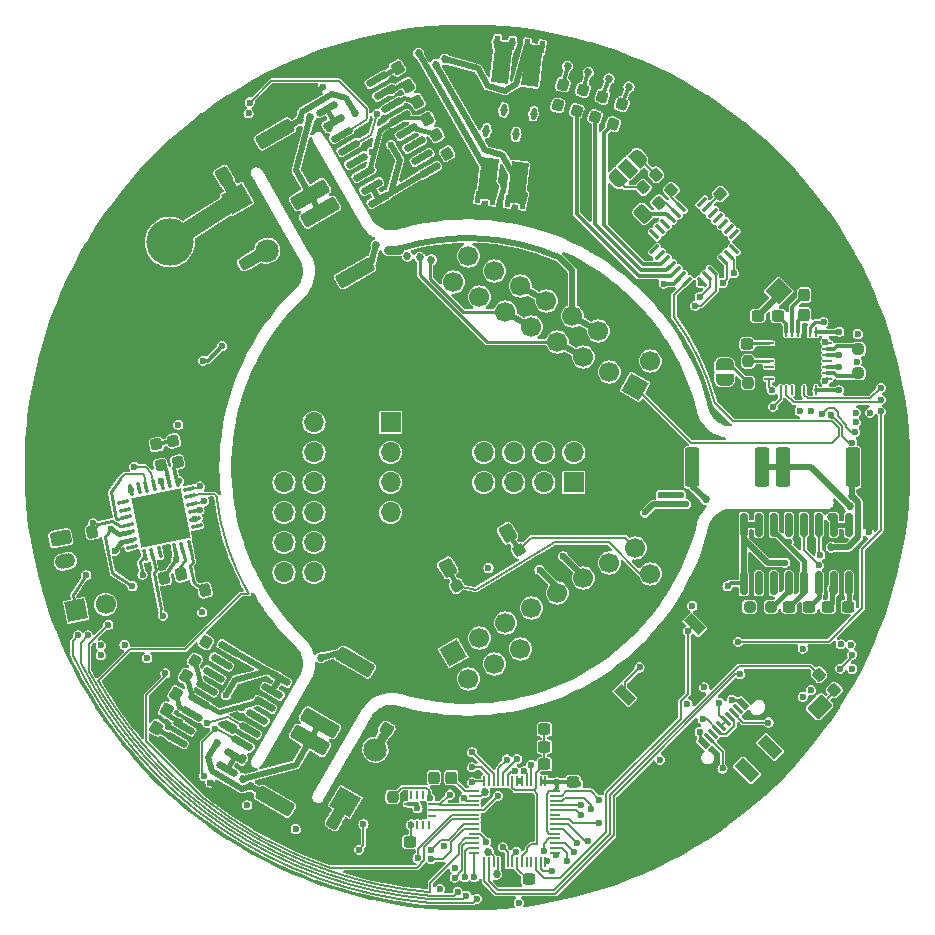
<source format=gtl>
G04 #@! TF.GenerationSoftware,KiCad,Pcbnew,8.0.1-rc1*
G04 #@! TF.CreationDate,2024-04-12T00:39:34-07:00*
G04 #@! TF.ProjectId,Toolhead Board,546f6f6c-6865-4616-9420-426f6172642e,1*
G04 #@! TF.SameCoordinates,Original*
G04 #@! TF.FileFunction,Copper,L1,Top*
G04 #@! TF.FilePolarity,Positive*
%FSLAX46Y46*%
G04 Gerber Fmt 4.6, Leading zero omitted, Abs format (unit mm)*
G04 Created by KiCad (PCBNEW 8.0.1-rc1) date 2024-04-12 00:39:34*
%MOMM*%
%LPD*%
G01*
G04 APERTURE LIST*
G04 Aperture macros list*
%AMRoundRect*
0 Rectangle with rounded corners*
0 $1 Rounding radius*
0 $2 $3 $4 $5 $6 $7 $8 $9 X,Y pos of 4 corners*
0 Add a 4 corners polygon primitive as box body*
4,1,4,$2,$3,$4,$5,$6,$7,$8,$9,$2,$3,0*
0 Add four circle primitives for the rounded corners*
1,1,$1+$1,$2,$3*
1,1,$1+$1,$4,$5*
1,1,$1+$1,$6,$7*
1,1,$1+$1,$8,$9*
0 Add four rect primitives between the rounded corners*
20,1,$1+$1,$2,$3,$4,$5,0*
20,1,$1+$1,$4,$5,$6,$7,0*
20,1,$1+$1,$6,$7,$8,$9,0*
20,1,$1+$1,$8,$9,$2,$3,0*%
%AMHorizOval*
0 Thick line with rounded ends*
0 $1 width*
0 $2 $3 position (X,Y) of the first rounded end (center of the circle)*
0 $4 $5 position (X,Y) of the second rounded end (center of the circle)*
0 Add line between two ends*
20,1,$1,$2,$3,$4,$5,0*
0 Add two circle primitives to create the rounded ends*
1,1,$1,$2,$3*
1,1,$1,$4,$5*%
%AMRotRect*
0 Rectangle, with rotation*
0 The origin of the aperture is its center*
0 $1 length*
0 $2 width*
0 $3 Rotation angle, in degrees counterclockwise*
0 Add horizontal line*
21,1,$1,$2,0,0,$3*%
%AMFreePoly0*
4,1,19,0.550000,-0.750000,0.000000,-0.750000,0.000000,-0.744912,-0.071157,-0.744911,-0.207708,-0.704816,-0.327430,-0.627875,-0.420627,-0.520320,-0.479746,-0.390866,-0.500000,-0.250000,-0.500000,0.250000,-0.479746,0.390866,-0.420627,0.520320,-0.327430,0.627875,-0.207708,0.704816,-0.071157,0.744911,0.000000,0.744912,0.000000,0.750000,0.550000,0.750000,0.550000,-0.750000,0.550000,-0.750000,
$1*%
%AMFreePoly1*
4,1,19,0.000000,0.744912,0.071157,0.744911,0.207708,0.704816,0.327430,0.627875,0.420627,0.520320,0.479746,0.390866,0.500000,0.250000,0.500000,-0.250000,0.479746,-0.390866,0.420627,-0.520320,0.327430,-0.627875,0.207708,-0.704816,0.071157,-0.744911,0.000000,-0.744912,0.000000,-0.750000,-0.550000,-0.750000,-0.550000,0.750000,0.000000,0.750000,0.000000,0.744912,0.000000,0.744912,
$1*%
%AMFreePoly2*
4,1,21,0.512500,-0.225000,0.095943,-0.225000,0.097197,-1.050000,0.510000,-1.050000,0.510001,-1.500000,-0.515000,-1.500000,-0.515000,-1.347986,-3.302500,-1.349600,-3.322009,-1.347679,-3.358057,-1.332747,-3.385647,-1.305157,-3.400579,-1.269109,-3.402500,-0.005000,-3.400579,0.014509,-3.385647,0.050557,-3.358057,0.078147,-3.322009,0.093079,-0.512500,0.094704,-0.512500,0.225000,0.512500,0.225000,
0.512500,-0.225000,0.512500,-0.225000,$1*%
%AMFreePoly3*
4,1,19,0.500000,-0.750000,0.000000,-0.750000,0.000000,-0.744911,-0.071157,-0.744911,-0.207708,-0.704816,-0.327430,-0.627875,-0.420627,-0.520320,-0.479746,-0.390866,-0.500000,-0.250000,-0.500000,0.250000,-0.479746,0.390866,-0.420627,0.520320,-0.327430,0.627875,-0.207708,0.704816,-0.071157,0.744911,0.000000,0.744911,0.000000,0.750000,0.500000,0.750000,0.500000,-0.750000,0.500000,-0.750000,
$1*%
%AMFreePoly4*
4,1,19,0.000000,0.744911,0.071157,0.744911,0.207708,0.704816,0.327430,0.627875,0.420627,0.520320,0.479746,0.390866,0.500000,0.250000,0.500000,-0.250000,0.479746,-0.390866,0.420627,-0.520320,0.327430,-0.627875,0.207708,-0.704816,0.071157,-0.744911,0.000000,-0.744911,0.000000,-0.750000,-0.500000,-0.750000,-0.500000,0.750000,0.000000,0.750000,0.000000,0.744911,0.000000,0.744911,
$1*%
G04 Aperture macros list end*
G04 #@! TA.AperFunction,Conductor*
%ADD10C,0.150000*%
G04 #@! TD*
G04 #@! TA.AperFunction,Conductor*
%ADD11C,0.200000*%
G04 #@! TD*
G04 #@! TA.AperFunction,Conductor*
%ADD12C,0.500000*%
G04 #@! TD*
G04 #@! TA.AperFunction,EtchedComponent*
%ADD13C,0.000000*%
G04 #@! TD*
G04 #@! TA.AperFunction,SMDPad,CuDef*
%ADD14RoundRect,0.237500X-0.237500X0.300000X-0.237500X-0.300000X0.237500X-0.300000X0.237500X0.300000X0*%
G04 #@! TD*
G04 #@! TA.AperFunction,SMDPad,CuDef*
%ADD15RoundRect,0.237500X0.141058X0.355681X-0.378558X0.055681X-0.141058X-0.355681X0.378558X-0.055681X0*%
G04 #@! TD*
G04 #@! TA.AperFunction,SMDPad,CuDef*
%ADD16RoundRect,0.237500X-0.378558X-0.055681X0.141058X-0.355681X0.378558X0.055681X-0.141058X0.355681X0*%
G04 #@! TD*
G04 #@! TA.AperFunction,SMDPad,CuDef*
%ADD17RoundRect,0.237500X0.300000X0.237500X-0.300000X0.237500X-0.300000X-0.237500X0.300000X-0.237500X0*%
G04 #@! TD*
G04 #@! TA.AperFunction,ComponentPad*
%ADD18RotRect,1.700000X1.700000X120.000000*%
G04 #@! TD*
G04 #@! TA.AperFunction,ComponentPad*
%ADD19HorizOval,1.700000X0.000000X0.000000X0.000000X0.000000X0*%
G04 #@! TD*
G04 #@! TA.AperFunction,SMDPad,CuDef*
%ADD20RoundRect,0.250000X1.052836X-1.026434X1.415336X-0.398566X-1.052836X1.026434X-1.415336X0.398566X0*%
G04 #@! TD*
G04 #@! TA.AperFunction,SMDPad,CuDef*
%ADD21RoundRect,0.250000X0.097227X-0.574524X0.574524X-0.097227X-0.097227X0.574524X-0.574524X0.097227X0*%
G04 #@! TD*
G04 #@! TA.AperFunction,SMDPad,CuDef*
%ADD22RotRect,1.000000X2.000000X45.000000*%
G04 #@! TD*
G04 #@! TA.AperFunction,SMDPad,CuDef*
%ADD23RotRect,0.520000X1.000000X45.000000*%
G04 #@! TD*
G04 #@! TA.AperFunction,SMDPad,CuDef*
%ADD24RotRect,0.270000X1.000000X45.000000*%
G04 #@! TD*
G04 #@! TA.AperFunction,ComponentPad*
%ADD25HorizOval,1.300000X-0.353553X0.353553X0.353553X-0.353553X0*%
G04 #@! TD*
G04 #@! TA.AperFunction,ComponentPad*
%ADD26HorizOval,1.300000X-0.459619X0.459619X0.459619X-0.459619X0*%
G04 #@! TD*
G04 #@! TA.AperFunction,SMDPad,CuDef*
%ADD27RoundRect,0.250000X-0.054784X-0.580112X0.529784X-0.242612X0.054784X0.580112X-0.529784X0.242612X0*%
G04 #@! TD*
G04 #@! TA.AperFunction,SMDPad,CuDef*
%ADD28RoundRect,0.237500X0.292542X-0.246628X0.172922X0.341327X-0.292542X0.246628X-0.172922X-0.341327X0*%
G04 #@! TD*
G04 #@! TA.AperFunction,SMDPad,CuDef*
%ADD29RoundRect,0.237500X-0.300000X-0.237500X0.300000X-0.237500X0.300000X0.237500X-0.300000X0.237500X0*%
G04 #@! TD*
G04 #@! TA.AperFunction,SMDPad,CuDef*
%ADD30RoundRect,0.237500X-0.292542X0.246628X-0.172922X-0.341327X0.292542X-0.246628X0.172922X0.341327X0*%
G04 #@! TD*
G04 #@! TA.AperFunction,SMDPad,CuDef*
%ADD31RoundRect,0.075000X-0.256326X-0.362392X0.362392X0.256326X0.256326X0.362392X-0.362392X-0.256326X0*%
G04 #@! TD*
G04 #@! TA.AperFunction,SMDPad,CuDef*
%ADD32RoundRect,0.075000X0.256326X-0.362392X0.362392X-0.256326X-0.256326X0.362392X-0.362392X0.256326X0*%
G04 #@! TD*
G04 #@! TA.AperFunction,HeatsinkPad*
%ADD33RotRect,4.250000X4.250000X45.000000*%
G04 #@! TD*
G04 #@! TA.AperFunction,SMDPad,CuDef*
%ADD34RoundRect,0.237500X-0.097756X-0.330681X0.335256X-0.080681X0.097756X0.330681X-0.335256X0.080681X0*%
G04 #@! TD*
G04 #@! TA.AperFunction,SMDPad,CuDef*
%ADD35RoundRect,0.237500X-0.250000X-0.237500X0.250000X-0.237500X0.250000X0.237500X-0.250000X0.237500X0*%
G04 #@! TD*
G04 #@! TA.AperFunction,SMDPad,CuDef*
%ADD36FreePoly0,225.000000*%
G04 #@! TD*
G04 #@! TA.AperFunction,SMDPad,CuDef*
%ADD37RotRect,1.000000X1.500000X225.000000*%
G04 #@! TD*
G04 #@! TA.AperFunction,SMDPad,CuDef*
%ADD38FreePoly1,225.000000*%
G04 #@! TD*
G04 #@! TA.AperFunction,SMDPad,CuDef*
%ADD39RoundRect,0.237500X-0.282574X0.197631X-0.182890X-0.292331X0.282574X-0.197631X0.182890X0.292331X0*%
G04 #@! TD*
G04 #@! TA.AperFunction,ComponentPad*
%ADD40C,4.400000*%
G04 #@! TD*
G04 #@! TA.AperFunction,SMDPad,CuDef*
%ADD41RoundRect,0.112500X-0.062914X0.410729X-0.160409X-0.383308X0.062914X-0.410729X0.160409X0.383308X0*%
G04 #@! TD*
G04 #@! TA.AperFunction,SMDPad,CuDef*
%ADD42FreePoly2,263.000000*%
G04 #@! TD*
G04 #@! TA.AperFunction,SMDPad,CuDef*
%ADD43C,0.500000*%
G04 #@! TD*
G04 #@! TA.AperFunction,ComponentPad*
%ADD44R,1.700000X1.700000*%
G04 #@! TD*
G04 #@! TA.AperFunction,ComponentPad*
%ADD45O,1.700000X1.700000*%
G04 #@! TD*
G04 #@! TA.AperFunction,SMDPad,CuDef*
%ADD46RoundRect,0.150000X0.639471X0.542404X-0.789471X-0.282596X-0.639471X-0.542404X0.789471X0.282596X0*%
G04 #@! TD*
G04 #@! TA.AperFunction,SMDPad,CuDef*
%ADD47RoundRect,0.250001X-0.768977X-0.114905X-0.114905X-0.768977X0.768977X0.114905X0.114905X0.768977X0*%
G04 #@! TD*
G04 #@! TA.AperFunction,SMDPad,CuDef*
%ADD48RoundRect,0.150000X0.150000X-0.825000X0.150000X0.825000X-0.150000X0.825000X-0.150000X-0.825000X0*%
G04 #@! TD*
G04 #@! TA.AperFunction,SMDPad,CuDef*
%ADD49RoundRect,0.112500X0.062914X-0.410729X0.160409X0.383308X-0.062914X0.410729X-0.160409X-0.383308X0*%
G04 #@! TD*
G04 #@! TA.AperFunction,SMDPad,CuDef*
%ADD50FreePoly2,83.000000*%
G04 #@! TD*
G04 #@! TA.AperFunction,SMDPad,CuDef*
%ADD51RoundRect,0.250000X-1.415336X-0.398566X-1.052836X-1.026434X1.415336X0.398566X1.052836X1.026434X0*%
G04 #@! TD*
G04 #@! TA.AperFunction,SMDPad,CuDef*
%ADD52RoundRect,0.237500X0.154029X-0.308514X0.300215X0.169638X-0.154029X0.308514X-0.300215X-0.169638X0*%
G04 #@! TD*
G04 #@! TA.AperFunction,SMDPad,CuDef*
%ADD53RotRect,0.900000X1.700000X225.000000*%
G04 #@! TD*
G04 #@! TA.AperFunction,SMDPad,CuDef*
%ADD54RoundRect,0.237500X0.330681X-0.097756X0.080681X0.335256X-0.330681X0.097756X-0.080681X-0.335256X0*%
G04 #@! TD*
G04 #@! TA.AperFunction,SMDPad,CuDef*
%ADD55RoundRect,0.250000X0.362500X1.425000X-0.362500X1.425000X-0.362500X-1.425000X0.362500X-1.425000X0*%
G04 #@! TD*
G04 #@! TA.AperFunction,SMDPad,CuDef*
%ADD56RoundRect,0.237500X0.055681X-0.378558X0.355681X0.141058X-0.055681X0.378558X-0.355681X-0.141058X0*%
G04 #@! TD*
G04 #@! TA.AperFunction,SMDPad,CuDef*
%ADD57RoundRect,0.237500X0.137672X-0.316153X0.308682X0.153693X-0.137672X0.316153X-0.308682X-0.153693X0*%
G04 #@! TD*
G04 #@! TA.AperFunction,SMDPad,CuDef*
%ADD58RoundRect,0.237500X-0.237500X0.250000X-0.237500X-0.250000X0.237500X-0.250000X0.237500X0.250000X0*%
G04 #@! TD*
G04 #@! TA.AperFunction,SMDPad,CuDef*
%ADD59RoundRect,0.237500X-0.344715X0.008839X0.008839X-0.344715X0.344715X-0.008839X-0.008839X0.344715X0*%
G04 #@! TD*
G04 #@! TA.AperFunction,SMDPad,CuDef*
%ADD60RoundRect,0.237500X0.282574X-0.197631X0.182890X0.292331X-0.282574X0.197631X-0.182890X-0.292331X0*%
G04 #@! TD*
G04 #@! TA.AperFunction,SMDPad,CuDef*
%ADD61RoundRect,0.237500X0.237500X-0.250000X0.237500X0.250000X-0.237500X0.250000X-0.237500X-0.250000X0*%
G04 #@! TD*
G04 #@! TA.AperFunction,ComponentPad*
%ADD62C,5.600000*%
G04 #@! TD*
G04 #@! TA.AperFunction,SMDPad,CuDef*
%ADD63RoundRect,0.237500X0.008839X0.344715X-0.344715X-0.008839X-0.008839X-0.344715X0.344715X0.008839X0*%
G04 #@! TD*
G04 #@! TA.AperFunction,SMDPad,CuDef*
%ADD64R,0.250000X0.675000*%
G04 #@! TD*
G04 #@! TA.AperFunction,SMDPad,CuDef*
%ADD65R,0.675000X0.250000*%
G04 #@! TD*
G04 #@! TA.AperFunction,SMDPad,CuDef*
%ADD66RotRect,0.900000X1.700000X45.000000*%
G04 #@! TD*
G04 #@! TA.AperFunction,SMDPad,CuDef*
%ADD67RoundRect,0.237500X-0.355681X0.141058X-0.055681X-0.378558X0.355681X-0.141058X0.055681X0.378558X0*%
G04 #@! TD*
G04 #@! TA.AperFunction,SMDPad,CuDef*
%ADD68RoundRect,0.237500X0.120937X-0.322925X0.316303X0.137328X-0.120937X0.322925X-0.316303X-0.137328X0*%
G04 #@! TD*
G04 #@! TA.AperFunction,SMDPad,CuDef*
%ADD69RoundRect,0.062500X-0.062500X0.325000X-0.062500X-0.325000X0.062500X-0.325000X0.062500X0.325000X0*%
G04 #@! TD*
G04 #@! TA.AperFunction,SMDPad,CuDef*
%ADD70RoundRect,0.062500X-0.325000X0.062500X-0.325000X-0.062500X0.325000X-0.062500X0.325000X0.062500X0*%
G04 #@! TD*
G04 #@! TA.AperFunction,HeatsinkPad*
%ADD71C,0.500000*%
G04 #@! TD*
G04 #@! TA.AperFunction,HeatsinkPad*
%ADD72R,3.750000X3.750000*%
G04 #@! TD*
G04 #@! TA.AperFunction,SMDPad,CuDef*
%ADD73RoundRect,0.250000X0.054784X0.580112X-0.529784X0.242612X-0.054784X-0.580112X0.529784X-0.242612X0*%
G04 #@! TD*
G04 #@! TA.AperFunction,SMDPad,CuDef*
%ADD74RoundRect,0.075000X-0.160718X0.413764X0.013729X-0.443670X0.160718X-0.413764X-0.013729X0.443670X0*%
G04 #@! TD*
G04 #@! TA.AperFunction,SMDPad,CuDef*
%ADD75RoundRect,0.075000X-0.443670X-0.013729X-0.413764X-0.160718X0.443670X0.013729X0.413764X0.160718X0*%
G04 #@! TD*
G04 #@! TA.AperFunction,HeatsinkPad*
%ADD76RotRect,4.250000X4.250000X281.500000*%
G04 #@! TD*
G04 #@! TA.AperFunction,SMDPad,CuDef*
%ADD77RoundRect,0.237500X-0.080681X0.335256X-0.330681X-0.097756X0.080681X-0.335256X0.330681X0.097756X0*%
G04 #@! TD*
G04 #@! TA.AperFunction,SMDPad,CuDef*
%ADD78RoundRect,0.150000X-0.789471X0.282596X0.639471X-0.542404X0.789471X-0.282596X-0.639471X0.542404X0*%
G04 #@! TD*
G04 #@! TA.AperFunction,SMDPad,CuDef*
%ADD79RoundRect,0.237500X0.250000X0.237500X-0.250000X0.237500X-0.250000X-0.237500X0.250000X-0.237500X0*%
G04 #@! TD*
G04 #@! TA.AperFunction,SMDPad,CuDef*
%ADD80RoundRect,0.237500X0.097756X0.330681X-0.335256X0.080681X-0.097756X-0.330681X0.335256X-0.080681X0*%
G04 #@! TD*
G04 #@! TA.AperFunction,ComponentPad*
%ADD81RotRect,1.700000X1.700000X240.000000*%
G04 #@! TD*
G04 #@! TA.AperFunction,ComponentPad*
%ADD82HorizOval,1.700000X0.000000X0.000000X0.000000X0.000000X0*%
G04 #@! TD*
G04 #@! TA.AperFunction,SMDPad,CuDef*
%ADD83RoundRect,0.237500X0.355681X-0.141058X0.055681X0.378558X-0.355681X0.141058X-0.055681X-0.378558X0*%
G04 #@! TD*
G04 #@! TA.AperFunction,SMDPad,CuDef*
%ADD84RoundRect,0.050000X-0.387500X-0.050000X0.387500X-0.050000X0.387500X0.050000X-0.387500X0.050000X0*%
G04 #@! TD*
G04 #@! TA.AperFunction,SMDPad,CuDef*
%ADD85RoundRect,0.050000X-0.050000X-0.387500X0.050000X-0.387500X0.050000X0.387500X-0.050000X0.387500X0*%
G04 #@! TD*
G04 #@! TA.AperFunction,HeatsinkPad*
%ADD86R,3.200000X3.200000*%
G04 #@! TD*
G04 #@! TA.AperFunction,SMDPad,CuDef*
%ADD87RoundRect,0.237500X0.169965X-0.300030X0.290926X0.185117X-0.169965X0.300030X-0.290926X-0.185117X0*%
G04 #@! TD*
G04 #@! TA.AperFunction,SMDPad,CuDef*
%ADD88RoundRect,0.237500X0.344715X-0.008839X-0.008839X0.344715X-0.344715X0.008839X0.008839X-0.344715X0*%
G04 #@! TD*
G04 #@! TA.AperFunction,SMDPad,CuDef*
%ADD89RoundRect,0.237500X-0.055681X0.378558X-0.355681X-0.141058X0.055681X-0.378558X0.355681X0.141058X0*%
G04 #@! TD*
G04 #@! TA.AperFunction,SMDPad,CuDef*
%ADD90FreePoly3,90.000000*%
G04 #@! TD*
G04 #@! TA.AperFunction,SMDPad,CuDef*
%ADD91FreePoly4,90.000000*%
G04 #@! TD*
G04 #@! TA.AperFunction,ComponentPad*
%ADD92RotRect,1.700000X1.700000X281.500000*%
G04 #@! TD*
G04 #@! TA.AperFunction,ComponentPad*
%ADD93HorizOval,1.700000X0.000000X0.000000X0.000000X0.000000X0*%
G04 #@! TD*
G04 #@! TA.AperFunction,ComponentPad*
%ADD94RotRect,1.600000X1.600000X45.000000*%
G04 #@! TD*
G04 #@! TA.AperFunction,ComponentPad*
%ADD95C,1.600000*%
G04 #@! TD*
G04 #@! TA.AperFunction,ComponentPad*
%ADD96RoundRect,0.250000X-0.682232X0.218369X-0.542674X-0.467579X0.682232X-0.218369X0.542674X0.467579X0*%
G04 #@! TD*
G04 #@! TA.AperFunction,ComponentPad*
%ADD97HorizOval,1.200000X-0.269479X-0.054826X0.269479X0.054826X0*%
G04 #@! TD*
G04 #@! TA.AperFunction,ComponentPad*
%ADD98RotRect,1.905000X2.000000X60.000000*%
G04 #@! TD*
G04 #@! TA.AperFunction,ComponentPad*
%ADD99HorizOval,1.905000X-0.041136X0.023750X0.041136X-0.023750X0*%
G04 #@! TD*
G04 #@! TA.AperFunction,ComponentPad*
%ADD100RotRect,3.800000X3.800000X120.000000*%
G04 #@! TD*
G04 #@! TA.AperFunction,ComponentPad*
%ADD101C,4.000000*%
G04 #@! TD*
G04 #@! TA.AperFunction,ComponentPad*
%ADD102RotRect,1.905000X2.000000X300.000000*%
G04 #@! TD*
G04 #@! TA.AperFunction,ComponentPad*
%ADD103HorizOval,1.905000X-0.041136X-0.023750X0.041136X0.023750X0*%
G04 #@! TD*
G04 #@! TA.AperFunction,ViaPad*
%ADD104C,0.600000*%
G04 #@! TD*
G04 #@! TA.AperFunction,ViaPad*
%ADD105C,0.685800*%
G04 #@! TD*
G04 #@! TA.AperFunction,Conductor*
%ADD106C,1.500000*%
G04 #@! TD*
G04 #@! TA.AperFunction,Conductor*
%ADD107C,0.350000*%
G04 #@! TD*
G04 #@! TA.AperFunction,Conductor*
%ADD108C,1.000000*%
G04 #@! TD*
G04 #@! TA.AperFunction,Conductor*
%ADD109C,0.250000*%
G04 #@! TD*
G04 #@! TA.AperFunction,Conductor*
%ADD110C,0.750000*%
G04 #@! TD*
G04 #@! TA.AperFunction,Conductor*
%ADD111C,0.400000*%
G04 #@! TD*
G04 APERTURE END LIST*
D10*
X71775118Y-111860611D02*
G75*
G02*
X41570000Y-90860000I3224882J36860611D01*
G01*
X71803055Y-111541189D02*
G75*
G02*
X42260003Y-91539999I3196945J36541189D01*
G01*
X71853678Y-110962628D02*
G75*
G02*
X43736484Y-93050000I3146322J35962628D01*
G01*
D11*
X92490000Y-62270000D02*
G75*
G02*
X95941798Y-69578368I-17490000J-12730000D01*
G01*
D10*
X56467953Y-85693870D02*
G75*
G02*
X53740002Y-77410000I18532047J10693870D01*
G01*
X71827351Y-111263538D02*
G75*
G02*
X42950002Y-92259999I3172649J36263538D01*
G01*
D12*
X69226427Y-56464676D02*
G75*
G02*
X82750070Y-57200083I5773873J-18535424D01*
G01*
D13*
G04 #@! TA.AperFunction,EtchedComponent*
G36*
X54227886Y-101978358D02*
G01*
X53977886Y-102411370D01*
X53111860Y-101911370D01*
X53361860Y-101478358D01*
X54227886Y-101978358D01*
G37*
G04 #@! TD.AperFunction*
G04 #@! TA.AperFunction,EtchedComponent*
G36*
X62888141Y-43021642D02*
G01*
X62022115Y-43521642D01*
X61772115Y-43088630D01*
X62638141Y-42588630D01*
X62888141Y-43021642D01*
G37*
G04 #@! TD.AperFunction*
G04 #@! TA.AperFunction,EtchedComponent*
G36*
X109250000Y-80500000D02*
G01*
X108750000Y-80500000D01*
X108750000Y-79500000D01*
X109250000Y-79500000D01*
X109250000Y-80500000D01*
G37*
G04 #@! TD.AperFunction*
D14*
X72160000Y-99527500D03*
X72160000Y-101252500D03*
D15*
X56206947Y-57668750D03*
X54713053Y-58531250D03*
D16*
X68173053Y-97148750D03*
X69666947Y-98011250D03*
D17*
X83237500Y-100125000D03*
X81512500Y-100125000D03*
D18*
X73801034Y-90703330D03*
D19*
X75071034Y-92903035D03*
X76000739Y-89433330D03*
X77270739Y-91633035D03*
X78200443Y-88163330D03*
X79470443Y-90363035D03*
X80400148Y-86893330D03*
X81670148Y-89093035D03*
X82599852Y-85623330D03*
X83869852Y-87823035D03*
X84799557Y-84353330D03*
X86069557Y-86553035D03*
X86999261Y-83083330D03*
X88269261Y-85283035D03*
X89198966Y-81813330D03*
X90468966Y-84013035D03*
D17*
X83237500Y-98650000D03*
X81512500Y-98650000D03*
D20*
X62518750Y-96618159D03*
X65481250Y-91486959D03*
D21*
X88428724Y-54981277D03*
X89895970Y-53514031D03*
D20*
X58693750Y-103243253D03*
X61656250Y-98112053D03*
D22*
X98652722Y-100632621D03*
X100632621Y-98652722D03*
D23*
X94480792Y-98864854D03*
X95011122Y-98334524D03*
D24*
X95435386Y-97910260D03*
X96496047Y-96849600D03*
X97203153Y-96142493D03*
X97910260Y-95435386D03*
D23*
X98334524Y-95011122D03*
X98864854Y-94480792D03*
X98864854Y-94480792D03*
X98334524Y-95011122D03*
D24*
X97556707Y-95788940D03*
X96849600Y-96496047D03*
X96142493Y-97203153D03*
X95788940Y-97556707D03*
D23*
X95011122Y-98334524D03*
X94480792Y-98864854D03*
D25*
X93883287Y-99992690D03*
D26*
X96587971Y-102697373D03*
D25*
X99992690Y-93883287D03*
D26*
X102697373Y-96587971D03*
D27*
X52581499Y-51368750D03*
X54378501Y-50331250D03*
D28*
X51097315Y-85736620D03*
X50753405Y-84046250D03*
D29*
X83937500Y-101600000D03*
X85662500Y-101600000D03*
D30*
X49322715Y-84337327D03*
X49666625Y-86027697D03*
D31*
X90814726Y-56527555D03*
X91274346Y-56987175D03*
X91733965Y-57446794D03*
X92193585Y-57906413D03*
X92653204Y-58366033D03*
X93112823Y-58825652D03*
X93572443Y-59285272D03*
D32*
X94827557Y-59285272D03*
X95287177Y-58825652D03*
X95746796Y-58366033D03*
X96206415Y-57906413D03*
X96666035Y-57446794D03*
X97125654Y-56987175D03*
X97585274Y-56527555D03*
D31*
X97585274Y-55272441D03*
X97125654Y-54812821D03*
X96666035Y-54353202D03*
X96206415Y-53893583D03*
X95746796Y-53433963D03*
X95287177Y-52974344D03*
X94827557Y-52514724D03*
D32*
X93572443Y-52514724D03*
X93112823Y-52974344D03*
X92653204Y-53433963D03*
X92193585Y-53893583D03*
X91733965Y-54353202D03*
X91274346Y-54812821D03*
X90814726Y-55272441D03*
D33*
X94200000Y-55899998D03*
D29*
X102227500Y-86790000D03*
X103952500Y-86790000D03*
D34*
X74099752Y-85026250D03*
X75680248Y-84113750D03*
D35*
X108087500Y-65000000D03*
X109912500Y-65000000D03*
D27*
X73331499Y-83488750D03*
X75128501Y-82451250D03*
D36*
X89493710Y-48768313D03*
D37*
X88574471Y-49687552D03*
D38*
X87655232Y-50606791D03*
D39*
X50088364Y-72752104D03*
X50452210Y-74540466D03*
D40*
X68000000Y-87124356D03*
D41*
X80365273Y-46955811D03*
X79104739Y-46801037D03*
X77844205Y-46646263D03*
X76583672Y-46491489D03*
D42*
X77152597Y-52278963D03*
X79678322Y-52591602D03*
D43*
X53236860Y-101694864D03*
X54102886Y-102194864D03*
D44*
X84000000Y-76270000D03*
D45*
X84000000Y-73730000D03*
X81460000Y-76270000D03*
X81460000Y-73730000D03*
X78920000Y-76270000D03*
X78920000Y-73730000D03*
X76380000Y-76270000D03*
X76380000Y-73730000D03*
D46*
X71793879Y-49836836D03*
X71158879Y-48736984D03*
X70523879Y-47637131D03*
X69888879Y-46537279D03*
X69253879Y-45437427D03*
X68618879Y-44337575D03*
X67983879Y-43237722D03*
X67348879Y-42137870D03*
X63062053Y-44612870D03*
X63697053Y-45712722D03*
X64332053Y-46812575D03*
X64967053Y-47912427D03*
X65602053Y-49012279D03*
X66237053Y-50112131D03*
X66872053Y-51211984D03*
X67507053Y-52311836D03*
D47*
X102698179Y-93148179D03*
X104801821Y-95251821D03*
D44*
X68500000Y-71190000D03*
D45*
X65960000Y-71190000D03*
X68500000Y-73730000D03*
X65960000Y-73730000D03*
X68500000Y-76270000D03*
X65960000Y-76270000D03*
X68500000Y-78810000D03*
X65960000Y-78810000D03*
D28*
X52772986Y-85395700D03*
X52429076Y-83705330D03*
D48*
X98395000Y-84805000D03*
X99665000Y-84805000D03*
X100935000Y-84805000D03*
X102205000Y-84805000D03*
X103475000Y-84805000D03*
X104745000Y-84805000D03*
X106015000Y-84805000D03*
X107285000Y-84805000D03*
X107285000Y-79855000D03*
X106015000Y-79855000D03*
X104745000Y-79855000D03*
X103475000Y-79855000D03*
X102205000Y-79855000D03*
X100935000Y-79855000D03*
X99665000Y-79855000D03*
X98395000Y-79855000D03*
D49*
X76815552Y-44582030D03*
X78076086Y-44736804D03*
X79336620Y-44891578D03*
X80597153Y-45046352D03*
D50*
X80028228Y-39258878D03*
X77502503Y-38946239D03*
D51*
X58693750Y-46756747D03*
X61656250Y-51887947D03*
D28*
X43591782Y-82151000D03*
X43247872Y-80460630D03*
D52*
X84235291Y-44792723D03*
X84768869Y-43047467D03*
D53*
X90697771Y-91829141D03*
X88293607Y-94233305D03*
D54*
X73271690Y-48426480D03*
X72359190Y-46845984D03*
D55*
X107612500Y-75000000D03*
X101687500Y-75000000D03*
D56*
X48663311Y-97036484D03*
X49525811Y-95542590D03*
D57*
X85803562Y-45317460D03*
X86427748Y-43602520D03*
D29*
X96967500Y-64540000D03*
X98692500Y-64540000D03*
D58*
X68650000Y-102887500D03*
X68650000Y-104712500D03*
D51*
X62518751Y-53381841D03*
X65481251Y-58513041D03*
D59*
X90956145Y-50216629D03*
X92246615Y-51507099D03*
D60*
X49021520Y-74831544D03*
X48657674Y-73043182D03*
D61*
X98750000Y-67832500D03*
X98750000Y-66007500D03*
D62*
X41000000Y-75000000D03*
D55*
X99962500Y-75000000D03*
X94037500Y-75000000D03*
D63*
X97695235Y-50554765D03*
X96404765Y-51845235D03*
D64*
X71750000Y-102737500D03*
X71250000Y-102737500D03*
X70750000Y-102737500D03*
X70250000Y-102737500D03*
D65*
X69987500Y-103500000D03*
X69987500Y-104000000D03*
X69987500Y-104500000D03*
D64*
X70250000Y-105262500D03*
X70750000Y-105262500D03*
X71250000Y-105262500D03*
X71750000Y-105262500D03*
D65*
X72012500Y-104500000D03*
X72012500Y-104000000D03*
X72012500Y-103500000D03*
D66*
X91829141Y-90697771D03*
X94233305Y-88293607D03*
D16*
X63643053Y-105058750D03*
X65136947Y-105921250D03*
D67*
X69084189Y-41173516D03*
X69946689Y-42667410D03*
D68*
X87342220Y-45923552D03*
X88055304Y-44243630D03*
D69*
X104500000Y-63537500D03*
X104000000Y-63537500D03*
X103500000Y-63537500D03*
X103000000Y-63537500D03*
X102500000Y-63537500D03*
X102000000Y-63537500D03*
X101500000Y-63537500D03*
D70*
X100537500Y-64500000D03*
X100537500Y-65000000D03*
X100537500Y-65500000D03*
X100537500Y-66000000D03*
X100537500Y-66500000D03*
X100537500Y-67000000D03*
X100537500Y-67500000D03*
D69*
X101500000Y-68462500D03*
X102000000Y-68462500D03*
X102500000Y-68462500D03*
X103000000Y-68462500D03*
X103500000Y-68462500D03*
X104000000Y-68462500D03*
X104500000Y-68462500D03*
D70*
X105462500Y-67500000D03*
X105462500Y-67000000D03*
X105462500Y-66500000D03*
X105462500Y-66000000D03*
X105462500Y-65500000D03*
X105462500Y-65000000D03*
X105462500Y-64500000D03*
D71*
X104400000Y-64600000D03*
X103700000Y-64600000D03*
X103000000Y-64600000D03*
X102300000Y-64600000D03*
X101600000Y-64600000D03*
X104400000Y-65300000D03*
X103700000Y-65300000D03*
X103000000Y-65300000D03*
X102300000Y-65300000D03*
X101600000Y-65300000D03*
X104400000Y-66000000D03*
X103700000Y-66000000D03*
X103000000Y-66000000D03*
D72*
X103000000Y-66000000D03*
D71*
X102300000Y-66000000D03*
X101600000Y-66000000D03*
X104400000Y-66700000D03*
X103700000Y-66700000D03*
X103000000Y-66700000D03*
X102300000Y-66700000D03*
X101600000Y-66700000D03*
X104400000Y-67400000D03*
X103700000Y-67400000D03*
X103000000Y-67400000D03*
X102300000Y-67400000D03*
X101600000Y-67400000D03*
D73*
X78388501Y-80561250D03*
X76591499Y-81598750D03*
D17*
X83237500Y-97175000D03*
X81512500Y-97175000D03*
D35*
X98877500Y-86790000D03*
X100702500Y-86790000D03*
D62*
X92000000Y-104444864D03*
D43*
X62763141Y-42805136D03*
X61897115Y-43305136D03*
D74*
X50365147Y-76110696D03*
X49728196Y-76240285D03*
X49091245Y-76369874D03*
X48454293Y-76499464D03*
X47817342Y-76629053D03*
X47180391Y-76758642D03*
X46543440Y-76888231D03*
D75*
X45850696Y-77934853D03*
X45980285Y-78571804D03*
X46109874Y-79208755D03*
X46239464Y-79845707D03*
X46369053Y-80482658D03*
X46498642Y-81119609D03*
X46628231Y-81756560D03*
D74*
X47674853Y-82449304D03*
X48311804Y-82319715D03*
X48948755Y-82190126D03*
X49585707Y-82060536D03*
X50222658Y-81930947D03*
X50859609Y-81801358D03*
X51496560Y-81671769D03*
D75*
X52189304Y-80625147D03*
X52059715Y-79988196D03*
X51930126Y-79351245D03*
X51800536Y-78714293D03*
X51670947Y-78077342D03*
X51541358Y-77440391D03*
X51411769Y-76803440D03*
D76*
X49020000Y-79280000D03*
D77*
X52850811Y-89783521D03*
X51938311Y-91364017D03*
D17*
X70142500Y-106690000D03*
X68417500Y-106690000D03*
D14*
X73620000Y-99527500D03*
X73620000Y-101252500D03*
D59*
X89895487Y-51277288D03*
X91185957Y-52567758D03*
D78*
X54811121Y-90358164D03*
X54176121Y-91458016D03*
X53541121Y-92557869D03*
X52906121Y-93657721D03*
X52271121Y-94757573D03*
X51636121Y-95857425D03*
X51001121Y-96957278D03*
X50366121Y-98057130D03*
X54652947Y-100532130D03*
X55287947Y-99432278D03*
X55922947Y-98332425D03*
X56557947Y-97232573D03*
X57192947Y-96132721D03*
X57827947Y-95032869D03*
X58462947Y-93933016D03*
X59097947Y-92833164D03*
D29*
X78467500Y-109860000D03*
X80192500Y-109860000D03*
D79*
X109912500Y-67000000D03*
X108087500Y-67000000D03*
D40*
X68000000Y-62875644D03*
D80*
X79350248Y-81993750D03*
X77769752Y-82906250D03*
D40*
X89000000Y-75000000D03*
D17*
X107252500Y-86790000D03*
X105527500Y-86790000D03*
D81*
X89198966Y-68186670D03*
D82*
X90468966Y-65986965D03*
X86999261Y-66916670D03*
X88269261Y-64716965D03*
X84799557Y-65646670D03*
X86069557Y-63446965D03*
X82599852Y-64376670D03*
X83869852Y-62176965D03*
X80400148Y-63106670D03*
X81670148Y-60906965D03*
X78200443Y-61836670D03*
X79470443Y-59636965D03*
X76000739Y-60566670D03*
X77270739Y-58366965D03*
X73801034Y-59296670D03*
X75071034Y-57096965D03*
D83*
X71596690Y-45525295D03*
X70734190Y-44031401D03*
D44*
X62000000Y-66110000D03*
D45*
X59460000Y-66110000D03*
X62000000Y-68650000D03*
X59460000Y-68650000D03*
X62000000Y-71190000D03*
X59460000Y-71190000D03*
X62000000Y-73730000D03*
X59460000Y-73730000D03*
X62000000Y-76270000D03*
X59460000Y-76270000D03*
X62000000Y-78810000D03*
X59460000Y-78810000D03*
X62000000Y-81350000D03*
X59460000Y-81350000D03*
X62000000Y-83890000D03*
X59460000Y-83890000D03*
D84*
X75562500Y-102400000D03*
X75562500Y-102800000D03*
X75562500Y-103200000D03*
X75562500Y-103600000D03*
X75562500Y-104000000D03*
X75562500Y-104400000D03*
X75562500Y-104800000D03*
X75562500Y-105200000D03*
X75562500Y-105600000D03*
X75562500Y-106000000D03*
X75562500Y-106400000D03*
X75562500Y-106800000D03*
X75562500Y-107200000D03*
X75562500Y-107600000D03*
D85*
X76400000Y-108437500D03*
X76800000Y-108437500D03*
X77200000Y-108437500D03*
X77600000Y-108437500D03*
X78000000Y-108437500D03*
X78400000Y-108437500D03*
X78800000Y-108437500D03*
X79200000Y-108437500D03*
X79600000Y-108437500D03*
X80000000Y-108437500D03*
X80400000Y-108437500D03*
X80800000Y-108437500D03*
X81200000Y-108437500D03*
X81600000Y-108437500D03*
D84*
X82437500Y-107600000D03*
X82437500Y-107200000D03*
X82437500Y-106800000D03*
X82437500Y-106400000D03*
X82437500Y-106000000D03*
X82437500Y-105600000D03*
X82437500Y-105200000D03*
X82437500Y-104800000D03*
X82437500Y-104400000D03*
X82437500Y-104000000D03*
X82437500Y-103600000D03*
X82437500Y-103200000D03*
X82437500Y-102800000D03*
X82437500Y-102400000D03*
D85*
X81600000Y-101562500D03*
X81200000Y-101562500D03*
X80800000Y-101562500D03*
X80400000Y-101562500D03*
X80000000Y-101562500D03*
X79600000Y-101562500D03*
X79200000Y-101562500D03*
X78800000Y-101562500D03*
X78400000Y-101562500D03*
X78000000Y-101562500D03*
X77600000Y-101562500D03*
X77200000Y-101562500D03*
X76800000Y-101562500D03*
X76400000Y-101562500D03*
D86*
X79000000Y-105000000D03*
D87*
X82641708Y-44350783D03*
X83083216Y-42579993D03*
D14*
X103520000Y-60377500D03*
X103520000Y-62102500D03*
D88*
X106045235Y-93845235D03*
X104754765Y-92554765D03*
D29*
X99587500Y-62160000D03*
X101312500Y-62160000D03*
D89*
X51175811Y-92684706D03*
X50313311Y-94178600D03*
D90*
X96770000Y-67570000D03*
D91*
X96770000Y-66270000D03*
D62*
X92500000Y-45555136D03*
D43*
X109000000Y-80500000D03*
X109000000Y-79500000D03*
D92*
X41860596Y-87104194D03*
D93*
X44349605Y-86597799D03*
D94*
X101340000Y-60080000D03*
D95*
X103814874Y-57605126D03*
D96*
X40552264Y-80987985D03*
D97*
X40951000Y-82947834D03*
D98*
X64661606Y-103297205D03*
D99*
X65931606Y-101097500D03*
X67201606Y-98897796D03*
D100*
X52300000Y-60250000D03*
D101*
X49800000Y-55919873D03*
D102*
X55489981Y-52242528D03*
D103*
X56759981Y-54442233D03*
X58029981Y-56641937D03*
D104*
X105302002Y-67640000D03*
X105302002Y-64350000D03*
X52581106Y-83665132D03*
X102820000Y-53320000D03*
X67100000Y-108340000D03*
X58640000Y-104760000D03*
X100050000Y-54570000D03*
D105*
X78467500Y-109860000D03*
D104*
X99540000Y-53240000D03*
X108830000Y-62430000D03*
X81870000Y-53030000D03*
X110580000Y-77130000D03*
X89520000Y-97020000D03*
X102200000Y-89080000D03*
X84840000Y-99550000D03*
X70850000Y-109930000D03*
X49500000Y-98810000D03*
X81800000Y-48460000D03*
D105*
X72460000Y-58440000D03*
D104*
X49750000Y-91020000D03*
X51280000Y-100110000D03*
X100180000Y-90780000D03*
X86890000Y-96370000D03*
X101790000Y-90580000D03*
X84170000Y-95330000D03*
X83460000Y-47340000D03*
X100040000Y-56770000D03*
X96740000Y-88150000D03*
X96210000Y-91120000D03*
X77940000Y-105910000D03*
X85030000Y-48160000D03*
X107690000Y-60720000D03*
X95620000Y-85230000D03*
X57240136Y-46293016D03*
X49291919Y-83182789D03*
X110780000Y-79640000D03*
X101260000Y-92700000D03*
X108990000Y-79250000D03*
X50725170Y-85828579D03*
X109320000Y-86420000D03*
X95860000Y-81980000D03*
X111110000Y-72660000D03*
X59500000Y-105070000D03*
X79400000Y-103270000D03*
X99760000Y-58800000D03*
X88620000Y-97970000D03*
X52610000Y-65950000D03*
X50510000Y-71390000D03*
X81100000Y-83660000D03*
X108040000Y-63710000D03*
X93090000Y-77330000D03*
X103380000Y-90330000D03*
X107950000Y-66050000D03*
X91350000Y-77320000D03*
X103390000Y-94420000D03*
X54220000Y-64720000D03*
X52540000Y-87270000D03*
X50304265Y-82854366D03*
X89910000Y-53540000D03*
X48657674Y-73043181D03*
X49033225Y-76143039D03*
X88574471Y-49687552D03*
X83100000Y-82520000D03*
X70758000Y-103828111D03*
X90030000Y-78810000D03*
X97020000Y-85060000D03*
X79400000Y-101580000D03*
X82600000Y-101650000D03*
X93510000Y-78100000D03*
X70197998Y-105262500D03*
X100882500Y-69840000D03*
X76589041Y-106726796D03*
X54578496Y-94271083D03*
X101900000Y-83050000D03*
X94030000Y-86730000D03*
X76770000Y-83500000D03*
X43290000Y-79730000D03*
X98395000Y-79855000D03*
X80372500Y-109860000D03*
X72160000Y-101252500D03*
X73620000Y-101252500D03*
X68521504Y-47678917D03*
X84380000Y-101822500D03*
X59097947Y-92833164D03*
X67507053Y-52311836D03*
X78000000Y-107150000D03*
X45166955Y-82039065D03*
X42719938Y-84118671D03*
X44788157Y-80177207D03*
X46628928Y-85041008D03*
X50753405Y-84046249D03*
X105860000Y-85292500D03*
X107320000Y-85292500D03*
X68483567Y-43128207D03*
X67753567Y-41863810D03*
X50656434Y-96579293D03*
X49926434Y-97843690D03*
X85430000Y-103930000D03*
X79350248Y-81993750D03*
X86150000Y-103130000D03*
X74099752Y-85026250D03*
X52772986Y-85395700D03*
X81450000Y-107440000D03*
X94913895Y-96328109D03*
X97376531Y-94660252D03*
X94661873Y-97374627D03*
X96328109Y-94913895D03*
X100482361Y-96593273D03*
X96593273Y-100482361D03*
X86150000Y-105140000D03*
X84040000Y-107560000D03*
X84640000Y-103600000D03*
X74700000Y-103020000D03*
X60450000Y-105620000D03*
X84630000Y-104400000D03*
X47489596Y-84068752D03*
X44580000Y-88320000D03*
X74170000Y-110930000D03*
X82150000Y-109170000D03*
X50550000Y-76150000D03*
X83440000Y-108310000D03*
X42880000Y-89210000D03*
X74890000Y-111290000D03*
X43940000Y-90900000D03*
X73920000Y-108920000D03*
X49021520Y-74831544D03*
X82500000Y-107810000D03*
D105*
X77470000Y-109440000D03*
D104*
X52330000Y-76610000D03*
X65810000Y-107360000D03*
X66190000Y-105210000D03*
X77570000Y-102800000D03*
X92246616Y-51507099D03*
X73510000Y-102690000D03*
X73050000Y-107070000D03*
X91185956Y-52567758D03*
X51930125Y-79351245D03*
X85220000Y-106590000D03*
X79330000Y-111840000D03*
X43950000Y-90070000D03*
X47890000Y-91140000D03*
X52680000Y-77850000D03*
D105*
X76768763Y-107530100D03*
D104*
X107820000Y-71990000D03*
X96610000Y-59370000D03*
X104980000Y-70490000D03*
X105790000Y-70520000D03*
X94650000Y-60590000D03*
X107580000Y-72898000D03*
X94750000Y-59370000D03*
X81770000Y-108310000D03*
X45961955Y-90008045D03*
X46543441Y-76888231D03*
X72660000Y-110660000D03*
X97540000Y-58560000D03*
X103130000Y-70210000D03*
X107880000Y-70360000D03*
X107890000Y-71180000D03*
X94280000Y-61310000D03*
X104110000Y-70220000D03*
X75808624Y-111498814D03*
X42030000Y-89210000D03*
X52310000Y-78610641D03*
X84290000Y-106790000D03*
D105*
X70860755Y-39929294D03*
X71950000Y-57410000D03*
X69910000Y-57100000D03*
X73087017Y-40445294D03*
X78758099Y-39087896D03*
X77502503Y-38946237D03*
D104*
X69222137Y-56533505D03*
X68255200Y-56574534D03*
D105*
X70960000Y-57210000D03*
X72324915Y-40885294D03*
D104*
X106470000Y-65500000D03*
X106470000Y-68470000D03*
X106470000Y-66500000D03*
X106480000Y-63510000D03*
X96770000Y-67570000D03*
X98070000Y-92520000D03*
X100950000Y-84925000D03*
X98877500Y-86790000D03*
X70620302Y-47564141D03*
X73271690Y-48426480D03*
X52850811Y-89783521D03*
X53429698Y-92510859D03*
X99665000Y-84805000D03*
X71158878Y-48736984D03*
X54176122Y-91458016D03*
X93676458Y-88850454D03*
X75400000Y-101655000D03*
X89562373Y-91934010D03*
X79144391Y-107524694D03*
X79812153Y-100725430D03*
X93620000Y-95040000D03*
X95040000Y-93620000D03*
X80400000Y-100175000D03*
X46780000Y-74940000D03*
X49220000Y-87550000D03*
X100702500Y-86790000D03*
X72359190Y-46845983D03*
X51938311Y-91364017D03*
D105*
X87342220Y-45923552D03*
X85803563Y-45317460D03*
X84235291Y-44792722D03*
X82641705Y-44350784D03*
D104*
X91610000Y-59430000D03*
X71940000Y-108160000D03*
X52959310Y-96615596D03*
X75400000Y-100385000D03*
X104080000Y-93840000D03*
X52690000Y-101110000D03*
X56360000Y-103590000D03*
X53656412Y-97168179D03*
X71920000Y-107360000D03*
X104870000Y-82400000D03*
X106590000Y-89970000D03*
X56550000Y-44100000D03*
X78325000Y-99725000D03*
X56460000Y-45020000D03*
X67300690Y-45104404D03*
X49420000Y-92440000D03*
X79000000Y-100700000D03*
X75400000Y-99115000D03*
X74770000Y-109710000D03*
X110000000Y-69250000D03*
X110000000Y-68250000D03*
X109080000Y-70360000D03*
X75570000Y-109690000D03*
X104740000Y-83280000D03*
X70770000Y-108060000D03*
X107570000Y-92050000D03*
X107440000Y-90000000D03*
X110000000Y-70250000D03*
X97900000Y-89750000D03*
D105*
X76467615Y-102501215D03*
D104*
X100790000Y-68460000D03*
X106560000Y-92030000D03*
X73910000Y-109720000D03*
X91290000Y-99730000D03*
X107570000Y-90860000D03*
X105140000Y-62700000D03*
X79200000Y-99675000D03*
X71802002Y-102947998D03*
D105*
X88675590Y-42782331D03*
X78076085Y-44736804D03*
X80597154Y-45046351D03*
X86970706Y-42110758D03*
X85233010Y-41529334D03*
X79104740Y-46801037D03*
X83467268Y-41039651D03*
X76583673Y-46491489D03*
D104*
X109000000Y-80500000D03*
D105*
X95150985Y-77696023D03*
D104*
X102227500Y-86790000D03*
X100935000Y-79855000D03*
D105*
X105800000Y-79200000D03*
D104*
X102187500Y-81320000D03*
D105*
X105800000Y-81750000D03*
X107550000Y-77400000D03*
X60803462Y-45610873D03*
X65445671Y-44951418D03*
X56646539Y-101989127D03*
X53754329Y-98298582D03*
X107350000Y-78300000D03*
X61682884Y-45334078D03*
X55967116Y-101365922D03*
D104*
X66237053Y-50112132D03*
D105*
X67259332Y-56200723D03*
D104*
X62763140Y-42805136D03*
X66879531Y-48294936D03*
X71596690Y-45525295D03*
D105*
X63237307Y-46226418D03*
D104*
X53236860Y-101694864D03*
X57827947Y-95032869D03*
D105*
X55962693Y-99573582D03*
D104*
X51175811Y-92684706D03*
X55932970Y-95385065D03*
D105*
X62589683Y-91103253D03*
D106*
X49800000Y-55919873D02*
X55489981Y-52242528D01*
D107*
X105442002Y-67500000D02*
X105302002Y-67640000D01*
D12*
X101340000Y-60407500D02*
X99587500Y-62160000D01*
D107*
X105452002Y-64500000D02*
X105302002Y-64350000D01*
X105462500Y-64500000D02*
X105452002Y-64500000D01*
D108*
X55489981Y-52242528D02*
X54378501Y-50331250D01*
D107*
X105462500Y-67500000D02*
X105442002Y-67500000D01*
D11*
X69987500Y-104000000D02*
X69987500Y-104500000D01*
D107*
X49585706Y-82060538D02*
X49691276Y-82579426D01*
D10*
X78000000Y-109163756D02*
X78467500Y-109631256D01*
D107*
X84265000Y-100125000D02*
X84840000Y-99550000D01*
X104000000Y-68462500D02*
X104000000Y-67700000D01*
X101500000Y-63537500D02*
X101500000Y-64500000D01*
D12*
X109000000Y-79500000D02*
X109000000Y-79260000D01*
D107*
X100537500Y-65500000D02*
X101400000Y-65500000D01*
X49691276Y-82579426D02*
X49291919Y-83182789D01*
X100537500Y-65000000D02*
X101300000Y-65000000D01*
D109*
X96206415Y-57906413D02*
X94200000Y-55899998D01*
D12*
X109000000Y-79260000D02*
X108990000Y-79250000D01*
D107*
X100537500Y-67000000D02*
X101300000Y-67000000D01*
D10*
X78000000Y-108437500D02*
X78000000Y-109163756D01*
D107*
X103500000Y-63537500D02*
X103500000Y-64400000D01*
X103000000Y-68462500D02*
X103000000Y-67400000D01*
X83237500Y-100125000D02*
X84265000Y-100125000D01*
D12*
X91350000Y-77320000D02*
X93080000Y-77320000D01*
D107*
X91839342Y-53539341D02*
X92193584Y-53893583D01*
X50304265Y-82854366D02*
X49322715Y-84337327D01*
X50304265Y-82854366D02*
X50385546Y-82731565D01*
X52990000Y-65950000D02*
X54220000Y-64720000D01*
X91839342Y-53539341D02*
X89921281Y-53539341D01*
D12*
X82599852Y-85159852D02*
X81100000Y-83660000D01*
D108*
X64661606Y-103297205D02*
X63643053Y-105058750D01*
X58029981Y-56641937D02*
X56206947Y-57668750D01*
D107*
X50385546Y-82731565D02*
X50222658Y-81930947D01*
X52610000Y-65950000D02*
X52990000Y-65950000D01*
D12*
X93080000Y-77320000D02*
X93090000Y-77330000D01*
X58462947Y-93933016D02*
X59097947Y-92833164D01*
D10*
X76061006Y-106000000D02*
X76589041Y-106528035D01*
D11*
X81903640Y-106000000D02*
X81700000Y-105796360D01*
D109*
X46239461Y-79845708D02*
X45584714Y-79978918D01*
D110*
X67201606Y-98897796D02*
X68173053Y-97148750D01*
D11*
X101500000Y-68462500D02*
X101500000Y-69222500D01*
D109*
X44913108Y-79534392D02*
X43697199Y-79781771D01*
D11*
X84157500Y-101600000D02*
X84380000Y-101822500D01*
D107*
X82600000Y-102162500D02*
X82437500Y-102325000D01*
D12*
X59097947Y-92833164D02*
X58076037Y-92243164D01*
X66872054Y-51211985D02*
X67507053Y-52311836D01*
D107*
X83937500Y-101600000D02*
X82650000Y-101600000D01*
D12*
X55323496Y-92980705D02*
X54578496Y-94271083D01*
X98395000Y-79855000D02*
X98395000Y-84805000D01*
D11*
X81700000Y-105796360D02*
X81700000Y-102603640D01*
D107*
X82600000Y-102162500D02*
X82600000Y-101650000D01*
D11*
X81700000Y-102603640D02*
X81903640Y-102400000D01*
X79200000Y-108971360D02*
X80088640Y-109860000D01*
D12*
X67507053Y-52311836D02*
X71793878Y-49836837D01*
D11*
X70250000Y-105262500D02*
X70250000Y-106477500D01*
D107*
X70758000Y-103828111D02*
X70758000Y-103558000D01*
D12*
X98395000Y-81035000D02*
X100410000Y-83050000D01*
D107*
X70700000Y-103500000D02*
X69987500Y-103500000D01*
D12*
X84799557Y-84219557D02*
X83100000Y-82520000D01*
D107*
X70758000Y-103558000D02*
X70700000Y-103500000D01*
X82600000Y-101650000D02*
X82650000Y-101600000D01*
D12*
X67507053Y-52311836D02*
X68528963Y-51721836D01*
D107*
X50088364Y-72752104D02*
X48657674Y-73043181D01*
D11*
X81903640Y-102400000D02*
X82437500Y-102400000D01*
D12*
X68528963Y-51721836D02*
X69266504Y-48969295D01*
D10*
X75562500Y-106000000D02*
X76061006Y-106000000D01*
D107*
X82650000Y-101600000D02*
X81312500Y-101600000D01*
D11*
X74767500Y-102400000D02*
X75562500Y-102400000D01*
D107*
X98395000Y-84805000D02*
X97275000Y-84805000D01*
D109*
X43697199Y-79781771D02*
X43247872Y-80460630D01*
D12*
X58076037Y-92243164D02*
X55323496Y-92980705D01*
D10*
X76589041Y-106528035D02*
X76589041Y-106726796D01*
D12*
X99665000Y-79855000D02*
X98395000Y-79855000D01*
D11*
X82437500Y-106000000D02*
X81903640Y-106000000D01*
D12*
X90740000Y-78100000D02*
X93510000Y-78100000D01*
D107*
X81312500Y-101600000D02*
X81275000Y-101562500D01*
D12*
X98395000Y-79855000D02*
X98395000Y-81035000D01*
D11*
X73620000Y-101252500D02*
X74767500Y-102400000D01*
D12*
X69266504Y-48969295D02*
X68521504Y-47678917D01*
X100410000Y-83050000D02*
X101900000Y-83050000D01*
D10*
X43697199Y-79781771D02*
X43341771Y-79781771D01*
D11*
X79200000Y-108437500D02*
X79200000Y-108971360D01*
D12*
X90030000Y-78810000D02*
X90740000Y-78100000D01*
X59097947Y-92833164D02*
X54811122Y-90358164D01*
D11*
X101500000Y-69222500D02*
X100882500Y-69840000D01*
D107*
X49046941Y-76152117D02*
X49033225Y-76143039D01*
D109*
X45584714Y-79978918D02*
X44913108Y-79534392D01*
D107*
X49091244Y-76369876D02*
X49046941Y-76152117D01*
D10*
X43341771Y-79781771D02*
X43290000Y-79730000D01*
D107*
X97275000Y-84805000D02*
X97020000Y-85060000D01*
D11*
X80925000Y-106875000D02*
X80925000Y-102628640D01*
X79003640Y-102300000D02*
X80596360Y-102300000D01*
X78800000Y-101562500D02*
X78800000Y-102096360D01*
X81512500Y-97175000D02*
X81512500Y-100125000D01*
X80800000Y-102096360D02*
X80800000Y-101562500D01*
X79600000Y-107903640D02*
X80070000Y-107433640D01*
X80800000Y-101562500D02*
X80800000Y-100837500D01*
X80070000Y-107433640D02*
X80070000Y-107230000D01*
X80400000Y-106900000D02*
X80900000Y-106900000D01*
X80900000Y-106900000D02*
X80925000Y-106875000D01*
X80070000Y-107230000D02*
X80400000Y-106900000D01*
X80596360Y-102300000D02*
X80800000Y-102096360D01*
X80925000Y-102628640D02*
X80596360Y-102300000D01*
X79600000Y-108437500D02*
X79600000Y-107903640D01*
X78800000Y-102096360D02*
X79003640Y-102300000D01*
X80800000Y-100837500D02*
X81512500Y-100125000D01*
X78400000Y-108437500D02*
X78400000Y-107550000D01*
X78400000Y-107550000D02*
X78000000Y-107150000D01*
D111*
X45663000Y-81289623D02*
X45166955Y-82039065D01*
D109*
X42719938Y-84118671D02*
X41598037Y-85813677D01*
D111*
X46498643Y-81119610D02*
X45663000Y-81289623D01*
D109*
X41598037Y-85813677D02*
X41860596Y-87104194D01*
X44315920Y-80890680D02*
X44788157Y-80177207D01*
D111*
X45512831Y-80656859D02*
X44788157Y-80177207D01*
D109*
X46628928Y-85041008D02*
X44931770Y-83917684D01*
D111*
X46369052Y-80482659D02*
X45512831Y-80656859D01*
D109*
X44931770Y-83917684D02*
X44315920Y-80890680D01*
X51064862Y-82810210D02*
X50634283Y-83460744D01*
X50859609Y-81801357D02*
X51064862Y-82810210D01*
X50634283Y-83460744D02*
X50753405Y-84046249D01*
D107*
X102500000Y-63537500D02*
X102500000Y-61397500D01*
X102500000Y-61397500D02*
X103520000Y-60377500D01*
X103000000Y-62622500D02*
X103520000Y-62102500D01*
X103000000Y-63537500D02*
X103000000Y-62622500D01*
X102000000Y-62847500D02*
X101312500Y-62160000D01*
X102000000Y-63537500D02*
X102000000Y-62847500D01*
D109*
X100537500Y-64500000D02*
X98732500Y-64500000D01*
X98750000Y-67832500D02*
X97187500Y-66270000D01*
D111*
X104745000Y-85997500D02*
X104745000Y-84805000D01*
X103952500Y-86790000D02*
X104745000Y-85997500D01*
X106015000Y-85137500D02*
X105860000Y-85292500D01*
X105860000Y-85292500D02*
X105860000Y-86457500D01*
X105860000Y-86457500D02*
X105527500Y-86790000D01*
X107320000Y-85292500D02*
X107320000Y-86722500D01*
X70734189Y-44031400D02*
X69651615Y-43741326D01*
X69651615Y-43741326D02*
X68618878Y-44337575D01*
X68483567Y-43128207D02*
X69492485Y-42545708D01*
X69492485Y-42545708D02*
X69946689Y-42667410D01*
X68271833Y-43071473D02*
X68483567Y-43128207D01*
X67753567Y-41863810D02*
X68991982Y-41148811D01*
X50603386Y-95261175D02*
X51636122Y-95857425D01*
X50313311Y-94178600D02*
X50603386Y-95261175D01*
X50656434Y-96579293D02*
X49647515Y-95996793D01*
X49647515Y-95996793D02*
X49525811Y-95542590D01*
X50713168Y-96791027D02*
X50656434Y-96579293D01*
X49926434Y-97843690D02*
X48688018Y-97128690D01*
D11*
X88335636Y-80950000D02*
X89198966Y-81813330D01*
X79350248Y-81993750D02*
X80393998Y-80950000D01*
X83033808Y-103200000D02*
X82437500Y-103200000D01*
D111*
X78388501Y-80561250D02*
X79350248Y-81993750D01*
D11*
X85430000Y-103569756D02*
X84880244Y-103020000D01*
X85430000Y-103930000D02*
X85430000Y-103569756D01*
X84880244Y-103020000D02*
X83213808Y-103020000D01*
X83213808Y-103020000D02*
X83033808Y-103200000D01*
X80393998Y-80950000D02*
X88335636Y-80950000D01*
X75690000Y-85340000D02*
X82370000Y-81330000D01*
X82370000Y-81330000D02*
X86960000Y-81330000D01*
X74099752Y-85026250D02*
X75690000Y-85340000D01*
X82971360Y-102800000D02*
X82437500Y-102800000D01*
X85422500Y-102402500D02*
X83368860Y-102402500D01*
X89643035Y-84013035D02*
X90468966Y-84013035D01*
X86150000Y-103130000D02*
X85422500Y-102402500D01*
X83368860Y-102402500D02*
X82971360Y-102800000D01*
D111*
X73331499Y-83488750D02*
X74099752Y-85026250D01*
D11*
X86960000Y-81330000D02*
X89643035Y-84013035D01*
D109*
X51537563Y-83336081D02*
X51829552Y-84771255D01*
X51829552Y-84771255D02*
X52772986Y-85395700D01*
X51496558Y-81671769D02*
X51765196Y-82992165D01*
X51765196Y-82992165D02*
X51537563Y-83336081D01*
D11*
X82437500Y-106400000D02*
X81903640Y-106400000D01*
X81450000Y-106853640D02*
X81450000Y-107440000D01*
X81903640Y-106400000D02*
X81450000Y-106853640D01*
X96878406Y-97598613D02*
X96537954Y-97598613D01*
X97598612Y-96537952D02*
X97598612Y-96878405D01*
X95267450Y-96328109D02*
X94913895Y-96328109D01*
X96142494Y-97203153D02*
X95267450Y-96328109D01*
X96537954Y-97598613D02*
X96142494Y-97203153D01*
X97598612Y-96878405D02*
X96878406Y-97598613D01*
X97203154Y-96142494D02*
X97598612Y-96537952D01*
D109*
X97983657Y-94660252D02*
X98334526Y-95011121D01*
X97376531Y-94660252D02*
X97983657Y-94660252D01*
X95011122Y-98334524D02*
X94661873Y-97985275D01*
X94661873Y-97985275D02*
X94661873Y-97374627D01*
D11*
X96849599Y-96496046D02*
X96328109Y-95974556D01*
X96328109Y-95974556D02*
X96328109Y-94913895D01*
X96496047Y-96849600D02*
X96849599Y-96496046D01*
X97556706Y-95788941D02*
X98361038Y-96593273D01*
X98361038Y-96593273D02*
X100482361Y-96593273D01*
X95435387Y-97910261D02*
X96593273Y-99068147D01*
X96593273Y-99068147D02*
X96593273Y-100482361D01*
X83937552Y-105140000D02*
X83597552Y-104800000D01*
X86150000Y-105140000D02*
X83937552Y-105140000D01*
X83597552Y-104800000D02*
X82437500Y-104800000D01*
X82437500Y-106800000D02*
X83280000Y-106800000D01*
X83280000Y-106800000D02*
X84040000Y-107560000D01*
X104024303Y-91824303D02*
X97945697Y-91824303D01*
X97945697Y-91824303D02*
X87077000Y-102693000D01*
X87077000Y-102693000D02*
X87077000Y-106015448D01*
X76800000Y-110020000D02*
X76800000Y-108570000D01*
X82312448Y-110780000D02*
X77560000Y-110780000D01*
X77560000Y-110780000D02*
X76800000Y-110020000D01*
X104754765Y-92554765D02*
X104024303Y-91824303D01*
X87077000Y-106015448D02*
X82312448Y-110780000D01*
X84640000Y-103600000D02*
X82437500Y-103600000D01*
X74700000Y-103020000D02*
X74880000Y-103200000D01*
X74880000Y-103200000D02*
X75562500Y-103200000D01*
X82437500Y-104000000D02*
X84219756Y-104000000D01*
X84219756Y-104000000D02*
X84619756Y-104400000D01*
X84619756Y-104400000D02*
X84630000Y-104400000D01*
D10*
X74170000Y-110930000D02*
X73838513Y-111261487D01*
D11*
X81200000Y-108437500D02*
X81200000Y-108971360D01*
D109*
X47489596Y-84068752D02*
X47281137Y-83044144D01*
X47281137Y-83044144D02*
X47674854Y-82449303D01*
D10*
X44580000Y-88320000D02*
X42950000Y-89950000D01*
X42950000Y-89950000D02*
X42950000Y-92260000D01*
D11*
X81200000Y-108971360D02*
X81403640Y-109175000D01*
X82145000Y-109175000D02*
X82150000Y-109170000D01*
X81403640Y-109175000D02*
X82145000Y-109175000D01*
D10*
X73838513Y-111261487D02*
X71827531Y-111261487D01*
X42260001Y-89829999D02*
X42260001Y-91540000D01*
X71801384Y-111560344D02*
X74619656Y-111560344D01*
D11*
X82971360Y-107200000D02*
X83440000Y-107668640D01*
D107*
X50365145Y-76110698D02*
X50141259Y-75010263D01*
D11*
X83440000Y-107668640D02*
X83440000Y-108310000D01*
D10*
X42880000Y-89210000D02*
X42260001Y-89829999D01*
X74619656Y-111560344D02*
X74890000Y-111290000D01*
D11*
X82437500Y-107200000D02*
X82971360Y-107200000D01*
D107*
X50141259Y-75010263D02*
X50452211Y-74540467D01*
D11*
X82437500Y-107747500D02*
X82500000Y-107810000D01*
X82437500Y-107600000D02*
X82437500Y-107747500D01*
D107*
X49021520Y-74831544D02*
X49506953Y-75152844D01*
X49506953Y-75152844D02*
X49728195Y-76240286D01*
D11*
X77600000Y-109310000D02*
X77470000Y-109440000D01*
X77600000Y-108437500D02*
X77600000Y-109310000D01*
D10*
X52333750Y-76615862D02*
X52333750Y-76613750D01*
X51411769Y-76803441D02*
X52333750Y-76615862D01*
X52333750Y-76613750D02*
X52330000Y-76610000D01*
D11*
X93112822Y-52974346D02*
X92246616Y-52108139D01*
X72012500Y-104000000D02*
X75562500Y-104000000D01*
D10*
X65810000Y-107360000D02*
X66190000Y-106980000D01*
D11*
X75562500Y-104000000D02*
X76370000Y-104000000D01*
X92246616Y-52108139D02*
X92246616Y-51507099D01*
D10*
X66190000Y-106980000D02*
X66190000Y-105210000D01*
D11*
X76370000Y-104000000D02*
X77570000Y-102800000D01*
D10*
X74259000Y-106963232D02*
X74259000Y-107738092D01*
X75562500Y-106400000D02*
X74822232Y-106400000D01*
X53582812Y-77252811D02*
X53740001Y-77410000D01*
X43736484Y-93050000D02*
X46396484Y-90390000D01*
X51541356Y-77440391D02*
X52463339Y-77252811D01*
X51099960Y-90390000D02*
X55779960Y-85710000D01*
X55779960Y-85710000D02*
X56430000Y-85710000D01*
X52463339Y-77252811D02*
X53582812Y-77252811D01*
X74259000Y-107738092D02*
X71853678Y-110143414D01*
X46396484Y-90390000D02*
X51099960Y-90390000D01*
X74822232Y-106400000D02*
X74259000Y-106963232D01*
X71853678Y-110143414D02*
X71853678Y-110962628D01*
D11*
X72012500Y-103500000D02*
X72700000Y-103500000D01*
X75562500Y-103600000D02*
X72650000Y-103600000D01*
X72550000Y-103500000D02*
X72012500Y-103500000D01*
X92653202Y-53433964D02*
X91786997Y-52567759D01*
X72700000Y-103500000D02*
X73510000Y-102690000D01*
X72650000Y-103600000D02*
X72550000Y-103500000D01*
X91786997Y-52567759D02*
X91185956Y-52567758D01*
X84925104Y-106590000D02*
X85220000Y-106590000D01*
X82437500Y-105200000D02*
X83535104Y-105200000D01*
X83535104Y-105200000D02*
X84925104Y-106590000D01*
X76768763Y-107530100D02*
X76826460Y-107530100D01*
D10*
X51670946Y-78077342D02*
X52592928Y-77889762D01*
D11*
X77200000Y-107903640D02*
X77200000Y-108437500D01*
X76826460Y-107530100D02*
X77200000Y-107903640D01*
X107065736Y-71585736D02*
X107470000Y-71990000D01*
X106370000Y-70665104D02*
X107065736Y-71360840D01*
X106030244Y-69940000D02*
X106370000Y-70279756D01*
X106370000Y-70279756D02*
X106370000Y-70665104D01*
X107470000Y-71990000D02*
X107820000Y-71990000D01*
X96945277Y-57726036D02*
X96945277Y-59034723D01*
X107065736Y-71360840D02*
X107065736Y-71585736D01*
X96945277Y-59034723D02*
X96610000Y-59370000D01*
X105530000Y-69940000D02*
X106030244Y-69940000D01*
X104980000Y-70490000D02*
X105530000Y-69940000D01*
X105790000Y-70773000D02*
X106015448Y-70773000D01*
X106015448Y-70773000D02*
X106738736Y-71496288D01*
X95566420Y-59695459D02*
X94671879Y-60590000D01*
X106738736Y-72338736D02*
X107298000Y-72898000D01*
X95566420Y-59104895D02*
X95566420Y-59695459D01*
X94671879Y-60590000D02*
X94650000Y-60590000D01*
X105790000Y-70520000D02*
X105790000Y-70773000D01*
X106738736Y-71496288D02*
X106738736Y-72338736D01*
X107298000Y-72898000D02*
X107580000Y-72898000D01*
X94827558Y-59292442D02*
X94750000Y-59370000D01*
X81642500Y-108437500D02*
X81770000Y-108310000D01*
X81600000Y-108437500D02*
X81642500Y-108437500D01*
X93932296Y-72920000D02*
X105866104Y-72920000D01*
X93572443Y-59285271D02*
X92480000Y-60377714D01*
X92480000Y-60377714D02*
X92480000Y-62260000D01*
X106411736Y-71631736D02*
X106411736Y-72374368D01*
X97463430Y-71100000D02*
X105880000Y-71100000D01*
X89198966Y-68186670D02*
X93932296Y-72920000D01*
X95941798Y-69578368D02*
X97463430Y-71100000D01*
X106411736Y-72374368D02*
X105866104Y-72920000D01*
X105880000Y-71100000D02*
X106411736Y-71631736D01*
X97540000Y-57401520D02*
X97540000Y-58560000D01*
X97125654Y-56987174D02*
X97540000Y-57401520D01*
X96026039Y-60043961D02*
X94760000Y-61310000D01*
X96026039Y-58645274D02*
X96026039Y-60043961D01*
X94760000Y-61310000D02*
X94280000Y-61310000D01*
D10*
X42030000Y-89210000D02*
X41570000Y-89670000D01*
X71775238Y-111859204D02*
X75448234Y-111859204D01*
D11*
X82437500Y-105600000D02*
X83100000Y-105600000D01*
D10*
X75448234Y-111859204D02*
X75808624Y-111498814D01*
D11*
X83100000Y-105600000D02*
X84290000Y-106790000D01*
D10*
X41570000Y-89670000D02*
X41570000Y-90860000D01*
D12*
X70860755Y-39929294D02*
X77418309Y-51287311D01*
X77418309Y-51287311D02*
X77152597Y-52278963D01*
X78200443Y-61836670D02*
X80400148Y-63106670D01*
D109*
X71950000Y-57410000D02*
X71839900Y-57520100D01*
X71839900Y-57520100D02*
X71839900Y-59019900D01*
X74656670Y-61836670D02*
X78200443Y-61836670D01*
X71839900Y-59019900D02*
X74656670Y-61836670D01*
D12*
X79145137Y-42554620D02*
X80028228Y-39258878D01*
X79470443Y-59636965D02*
X81670148Y-60906965D01*
X75864426Y-41189498D02*
X76738143Y-42702820D01*
X73087017Y-40445294D02*
X75864426Y-41189498D01*
X76738143Y-42702820D02*
X78206828Y-43096353D01*
X78206828Y-43096353D02*
X79145137Y-42554620D01*
X83869926Y-58319926D02*
X83869926Y-62177039D01*
D110*
X69162984Y-56592658D02*
X69222137Y-56533505D01*
D12*
X82750074Y-57200074D02*
X83869926Y-58319926D01*
X83869852Y-62176965D02*
X86069557Y-63446965D01*
D110*
X68615881Y-56592658D02*
X69162984Y-56592658D01*
X68255200Y-56574534D02*
X68615881Y-56592658D01*
D12*
X82599852Y-64376670D02*
X84799557Y-65646670D01*
X77916957Y-48522380D02*
X79864711Y-51895989D01*
X79864711Y-51895989D02*
X79678322Y-52591604D01*
D109*
X70960000Y-58673158D02*
X76663512Y-64376670D01*
D12*
X72321597Y-40897678D02*
X76505343Y-48144140D01*
X72324915Y-40885294D02*
X72321597Y-40897678D01*
X76505343Y-48144140D02*
X77916957Y-48522380D01*
D109*
X70960000Y-57210000D02*
X70960000Y-58673158D01*
X76663512Y-64376670D02*
X82599852Y-64376670D01*
D107*
X105462500Y-65500000D02*
X106470000Y-65500000D01*
X106462500Y-68462500D02*
X106470000Y-68470000D01*
X104500000Y-68462500D02*
X106462500Y-68462500D01*
X105462500Y-66500000D02*
X106470000Y-66500000D01*
X106452500Y-63537500D02*
X106480000Y-63510000D01*
X104500000Y-63537500D02*
X106452500Y-63537500D01*
D10*
X76400000Y-110047092D02*
X77434908Y-111082000D01*
X82437540Y-111082000D02*
X87379000Y-106140540D01*
X76400000Y-108437500D02*
X76400000Y-110047092D01*
X77434908Y-111082000D02*
X82437540Y-111082000D01*
X97677092Y-92520000D02*
X98070000Y-92520000D01*
X87379000Y-102818092D02*
X97677092Y-92520000D01*
X87379000Y-106140540D02*
X87379000Y-102818092D01*
D11*
X93040000Y-94799756D02*
X93676458Y-94163298D01*
X80800000Y-108437500D02*
X80800000Y-109110000D01*
X86750000Y-105880000D02*
X86750000Y-102557552D01*
X86750000Y-102557552D02*
X93040000Y-96267552D01*
X93676458Y-94163298D02*
X93676458Y-88850454D01*
X80800000Y-109110000D02*
X81460000Y-109770000D01*
X82860000Y-109770000D02*
X86750000Y-105880000D01*
X94233304Y-88293607D02*
X93676458Y-88850454D01*
X81460000Y-109770000D02*
X82860000Y-109770000D01*
X93040000Y-96267552D02*
X93040000Y-94799756D01*
X75492500Y-101562500D02*
X75400000Y-101655000D01*
X76400000Y-101562500D02*
X75492500Y-101562500D01*
X88293608Y-94233305D02*
X88293608Y-93202775D01*
X88293608Y-93202775D02*
X89562373Y-91934010D01*
X78800000Y-107869085D02*
X78800000Y-108437500D01*
X79144391Y-107524694D02*
X78800000Y-107869085D01*
X80000000Y-100913277D02*
X79812153Y-100725430D01*
X80000000Y-101562500D02*
X80000000Y-100913277D01*
X80400000Y-100175000D02*
X80400000Y-101562500D01*
D10*
X47740833Y-74940000D02*
X46780000Y-74940000D01*
X49049656Y-87007878D02*
X49049656Y-87379656D01*
D109*
X48311804Y-82319715D02*
X48596391Y-83718503D01*
D10*
X48238207Y-75437374D02*
X47740833Y-74940000D01*
D109*
X48596391Y-83718503D02*
X48431202Y-83968077D01*
D10*
X48454292Y-76499462D02*
X48238207Y-75437374D01*
X49049656Y-87379656D02*
X49220000Y-87550000D01*
D109*
X48431202Y-83968077D02*
X49049656Y-87007878D01*
D107*
X106293690Y-64750000D02*
X107837500Y-64750000D01*
X105462500Y-65000000D02*
X106043690Y-65000000D01*
X106043690Y-65000000D02*
X106293690Y-64750000D01*
X106043690Y-67000000D02*
X106293690Y-67250000D01*
X106293690Y-67250000D02*
X107837500Y-67250000D01*
X105462500Y-67000000D02*
X106043690Y-67000000D01*
D109*
X100537500Y-66000000D02*
X98757500Y-66000000D01*
D111*
X102205000Y-85366858D02*
X100781858Y-86790000D01*
X70375463Y-46256351D02*
X72319511Y-46777257D01*
X52419538Y-93376791D02*
X51898632Y-91432743D01*
D107*
X86576116Y-54489850D02*
X86576116Y-46689654D01*
X91371573Y-57809187D02*
X89895453Y-57809187D01*
X89895453Y-57809187D02*
X86576116Y-54489850D01*
X91733964Y-57446795D02*
X91371573Y-57809187D01*
X86576116Y-46689654D02*
X87342220Y-45923551D01*
X92193584Y-57906413D02*
X91813812Y-58286187D01*
X89683286Y-58286187D02*
X85803562Y-54406461D01*
X91813812Y-58286187D02*
X89683286Y-58286187D01*
X85803562Y-54406461D02*
X85803562Y-45317459D01*
D11*
X96404765Y-51856755D02*
X95287176Y-52974344D01*
D107*
X92653202Y-58366034D02*
X92256051Y-58763187D01*
X84235289Y-53512770D02*
X84235290Y-44792722D01*
X89485706Y-58763187D02*
X84235289Y-53512770D01*
X92256051Y-58763187D02*
X89485706Y-58763187D01*
X93112824Y-58825652D02*
X92508476Y-59430000D01*
X92508476Y-59430000D02*
X91610000Y-59430000D01*
D11*
X72940000Y-108160000D02*
X71940000Y-108160000D01*
X74732692Y-105600000D02*
X73630000Y-106702692D01*
X73630000Y-107470000D02*
X72940000Y-108160000D01*
X73630000Y-106702692D02*
X73630000Y-107470000D01*
X75562500Y-105600000D02*
X74732692Y-105600000D01*
X56557947Y-97232573D02*
X54687332Y-96152573D01*
X54687332Y-96152573D02*
X52959310Y-96615595D01*
X76156360Y-100385000D02*
X75400000Y-100385000D01*
X76800000Y-101028640D02*
X76156360Y-100385000D01*
X76800000Y-101562500D02*
X76800000Y-101028640D01*
X53827165Y-97122426D02*
X53656412Y-97168179D01*
D10*
X73390600Y-106515000D02*
X72765000Y-106515000D01*
X75562500Y-105200000D02*
X74705600Y-105200000D01*
X74705600Y-105200000D02*
X73390600Y-106515000D01*
X66473588Y-44643588D02*
X66473588Y-45431821D01*
X52560431Y-98264160D02*
X53656412Y-97168179D01*
X58399864Y-42250136D02*
X64080136Y-42250136D01*
X72765000Y-106515000D02*
X71920000Y-107360000D01*
X56550000Y-44100000D02*
X58399864Y-42250136D01*
X52690000Y-101110000D02*
X52560431Y-100980431D01*
X52560431Y-100980431D02*
X52560431Y-98264160D01*
D11*
X64332053Y-46812574D02*
X66427834Y-45602574D01*
X55922947Y-98332426D02*
X53827166Y-97122426D01*
X66427835Y-45602574D02*
X66473588Y-45431821D01*
X104745000Y-79855000D02*
X104745000Y-82275000D01*
D10*
X64080136Y-42250136D02*
X66473588Y-44643588D01*
D11*
X104745000Y-82275000D02*
X104870000Y-82400000D01*
X77600000Y-100450000D02*
X78325000Y-99725000D01*
X77600000Y-101562500D02*
X77600000Y-100450000D01*
D10*
X60993903Y-107968691D02*
X62092692Y-108414169D01*
X70720000Y-108900000D02*
X71350000Y-108270000D01*
X49420000Y-92440000D02*
X49420000Y-92640000D01*
X59910478Y-107487100D02*
X60993903Y-107968691D01*
D11*
X66837668Y-46832427D02*
X67300690Y-45104405D01*
D10*
X54764401Y-104557163D02*
X55753682Y-105210671D01*
X55753682Y-105210671D02*
X56764046Y-105831078D01*
X47792549Y-94267451D02*
X47792549Y-98139673D01*
X53797287Y-103871271D02*
X54764401Y-104557163D01*
X62092692Y-108414169D02*
X63205610Y-108823035D01*
X58843592Y-106969920D02*
X59910478Y-107487100D01*
X56764046Y-105831078D02*
X57794382Y-106417702D01*
X73690000Y-104800000D02*
X75562500Y-104800000D01*
X63438660Y-108900000D02*
X70720000Y-108900000D01*
X63205610Y-108823035D02*
X63438660Y-108900000D01*
X71350000Y-107140000D02*
X73690000Y-104800000D01*
X52853405Y-103153751D02*
X53797287Y-103871271D01*
D11*
X64967053Y-47912427D02*
X66837668Y-46832427D01*
D10*
X52602210Y-102949334D02*
X52853405Y-103153751D01*
X47792549Y-98139673D02*
X52602210Y-102949334D01*
X57794382Y-106417702D02*
X58843592Y-106969920D01*
X71350000Y-108270000D02*
X71350000Y-107140000D01*
X49420000Y-92640000D02*
X47792549Y-94267451D01*
D11*
X78728640Y-100700000D02*
X79000000Y-100700000D01*
X78400000Y-101028640D02*
X78728640Y-100700000D01*
X78400000Y-101562500D02*
X78400000Y-101028640D01*
X77200000Y-100915000D02*
X75400000Y-99115000D01*
X77200000Y-101562500D02*
X77200000Y-100915000D01*
D10*
X74813000Y-109667000D02*
X74770000Y-109710000D01*
D11*
X109773000Y-69477000D02*
X110000000Y-69250000D01*
D10*
X74813000Y-107450994D02*
X74813000Y-109667000D01*
D11*
X102000000Y-68462500D02*
X102000000Y-68864386D01*
X102612614Y-69477000D02*
X109773000Y-69477000D01*
D10*
X75562500Y-107200000D02*
X75063994Y-107200000D01*
D11*
X102000000Y-68864386D02*
X102612614Y-69477000D01*
D10*
X75063994Y-107200000D02*
X74813000Y-107450994D01*
X75562500Y-107600000D02*
X75562500Y-109682500D01*
D11*
X109100000Y-69150000D02*
X110000000Y-68250000D01*
D10*
X75562500Y-109682500D02*
X75570000Y-109690000D01*
D11*
X103500000Y-68864386D02*
X103785614Y-69150000D01*
X103500000Y-68462500D02*
X103500000Y-68864386D01*
X103785614Y-69150000D02*
X109100000Y-69150000D01*
D10*
X70830000Y-108000000D02*
X70770000Y-108060000D01*
X73698262Y-104400000D02*
X70830000Y-107268262D01*
X75562500Y-104400000D02*
X73698262Y-104400000D01*
D11*
X103475000Y-82015000D02*
X104740000Y-83280000D01*
D10*
X70830000Y-107268262D02*
X70830000Y-108000000D01*
D11*
X103475000Y-79855000D02*
X103475000Y-82015000D01*
X75562500Y-102800000D02*
X76168830Y-102800000D01*
X100537500Y-67500000D02*
X100537500Y-68207500D01*
X100537500Y-68207500D02*
X100790000Y-68460000D01*
X97900000Y-89750000D02*
X105596722Y-89750000D01*
X76168830Y-102800000D02*
X76467615Y-102501215D01*
X108410000Y-81910244D02*
X110000000Y-80320244D01*
X105596722Y-89750000D02*
X108410000Y-86936722D01*
X108410000Y-86936722D02*
X108410000Y-81910244D01*
X110000000Y-80320244D02*
X110000000Y-70250000D01*
D10*
X74536000Y-109094000D02*
X74536000Y-107077970D01*
X74813970Y-106800000D02*
X75562500Y-106800000D01*
X74536000Y-107077970D02*
X74813970Y-106800000D01*
X73910000Y-109720000D02*
X74536000Y-109094000D01*
D109*
X104000000Y-63100260D02*
X104400260Y-62700000D01*
D10*
X106560000Y-92030000D02*
X107570000Y-91020000D01*
D109*
X104000000Y-63537500D02*
X104000000Y-63100260D01*
X104400260Y-62700000D02*
X105140000Y-62700000D01*
D10*
X107570000Y-91020000D02*
X107570000Y-90860000D01*
D11*
X78000000Y-101562500D02*
X78000000Y-100875000D01*
X78000000Y-100875000D02*
X79200000Y-99675000D01*
D10*
X47601256Y-75566963D02*
X45984232Y-75566963D01*
D109*
X45340627Y-79365261D02*
X46109875Y-79208755D01*
X45571216Y-75979979D02*
X44827056Y-77104281D01*
X45278722Y-79324286D02*
X45340627Y-79365261D01*
X44827056Y-77104281D02*
X45278722Y-79324286D01*
D10*
X47817341Y-76629054D02*
X47601256Y-75566963D01*
X45984232Y-75566963D02*
X45571216Y-75979979D01*
D11*
X106045235Y-94008407D02*
X104801821Y-95251821D01*
D10*
X71802002Y-102402002D02*
X71802002Y-102947998D01*
X68650000Y-102887500D02*
X69412500Y-102125000D01*
X69412500Y-102125000D02*
X71525000Y-102125000D01*
X71525000Y-102125000D02*
X71802002Y-102402002D01*
D107*
X88675590Y-42782330D02*
X88055303Y-44243631D01*
X86970705Y-42110758D02*
X86427747Y-43602521D01*
X85233009Y-41529333D02*
X84768869Y-43047466D01*
X83467267Y-41039650D02*
X83083216Y-42579993D01*
D11*
X87655233Y-50606792D02*
X88325730Y-51277289D01*
X88325730Y-51277289D02*
X89895487Y-51277289D01*
X90942026Y-50216629D02*
X89493711Y-48768314D01*
D111*
X103475000Y-85542500D02*
X102227500Y-86790000D01*
D12*
X106015000Y-79415000D02*
X105800000Y-79200000D01*
D111*
X103475000Y-82881974D02*
X100935000Y-80341974D01*
D12*
X94037500Y-75000000D02*
X94037500Y-76582538D01*
D111*
X106015000Y-79855000D02*
X107285000Y-79855000D01*
D12*
X94037500Y-76582538D02*
X95150985Y-77696023D01*
D111*
X103475000Y-84805000D02*
X103475000Y-82881974D01*
D12*
X107217684Y-81750000D02*
X108095100Y-80872584D01*
X108095100Y-77945100D02*
X107550000Y-77400000D01*
X105800000Y-81750000D02*
X107217684Y-81750000D01*
X107550000Y-77400000D02*
X107550000Y-75062500D01*
X108095100Y-80872584D02*
X108095100Y-77945100D01*
X63538257Y-43402512D02*
X61002981Y-44866253D01*
X60803462Y-45610873D02*
X58779127Y-46779622D01*
X65445671Y-44951418D02*
X64736829Y-43723668D01*
X61002981Y-44866253D02*
X60803462Y-45610873D01*
X64736829Y-43723668D02*
X63538257Y-43402512D01*
X53366643Y-100724905D02*
X55901919Y-102188647D01*
X53045487Y-99526333D02*
X53366643Y-100724905D01*
X55901919Y-102188647D02*
X56646539Y-101989127D01*
X56646539Y-101989127D02*
X58670873Y-103157877D01*
X53754329Y-98298582D02*
X53045487Y-99526333D01*
X104050000Y-75000000D02*
X101687500Y-75000000D01*
X107350000Y-78300000D02*
X104050000Y-75000000D01*
X99962500Y-75000000D02*
X101687500Y-75000000D01*
X60475001Y-49841962D02*
X61656251Y-51887947D01*
X61682884Y-45334078D02*
X60475001Y-49841962D01*
X62518750Y-53381841D02*
X61656251Y-51887947D01*
X55967116Y-101365922D02*
X60475000Y-100158038D01*
X62518750Y-96618159D02*
X61656250Y-98112053D01*
X60475000Y-100158038D02*
X61656250Y-98112053D01*
D111*
X69253878Y-45437428D02*
X67588490Y-46398940D01*
D12*
X65481250Y-58513041D02*
X66851768Y-57721773D01*
D107*
X71508822Y-45437427D02*
X69253879Y-45437427D01*
D12*
X66851768Y-57721773D02*
X67259332Y-56200723D01*
D111*
X67588490Y-46398940D02*
X66658785Y-49868646D01*
D12*
X63316002Y-45932723D02*
X63237307Y-46226418D01*
D111*
X63697054Y-45712723D02*
X63062054Y-44612871D01*
X53936511Y-95719086D02*
X57406215Y-94789381D01*
X55287947Y-99432277D02*
X54652947Y-100532129D01*
D12*
X64110732Y-90695689D02*
X62589683Y-91103253D01*
D111*
X52271122Y-94757573D02*
X53936511Y-95719086D01*
D12*
X55668998Y-99652278D02*
X55962693Y-99573582D01*
X65481250Y-91486958D02*
X64110732Y-90695689D01*
D111*
X51632428Y-94388823D02*
X51175811Y-92684706D01*
G04 #@! TA.AperFunction,Conductor*
G36*
X108999633Y-69724185D02*
G01*
X109045388Y-69776989D01*
X109055332Y-69846147D01*
X109026307Y-69909703D01*
X108967531Y-69947476D01*
X108900584Y-69967134D01*
X108900582Y-69967134D01*
X108900582Y-69967135D01*
X108797169Y-70033594D01*
X108716667Y-70126497D01*
X108716665Y-70126500D01*
X108665599Y-70238317D01*
X108665598Y-70238321D01*
X108648104Y-70360000D01*
X108665598Y-70481678D01*
X108665599Y-70481682D01*
X108711510Y-70582211D01*
X108716666Y-70593501D01*
X108797168Y-70686405D01*
X108900584Y-70752866D01*
X109018535Y-70787500D01*
X109141465Y-70787500D01*
X109259416Y-70752866D01*
X109362832Y-70686405D01*
X109443334Y-70593501D01*
X109462805Y-70550864D01*
X109508558Y-70498063D01*
X109575597Y-70478378D01*
X109642637Y-70498062D01*
X109669311Y-70521175D01*
X109717166Y-70576403D01*
X109723869Y-70582211D01*
X109722671Y-70583592D01*
X109761288Y-70628148D01*
X109772500Y-70679673D01*
X109772500Y-80174647D01*
X109752815Y-80241686D01*
X109736181Y-80262328D01*
X109605202Y-80393307D01*
X109543879Y-80426792D01*
X109474187Y-80421808D01*
X109418254Y-80379936D01*
X109404727Y-80357137D01*
X109380912Y-80304989D01*
X109363334Y-80266499D01*
X109282832Y-80173595D01*
X109179416Y-80107134D01*
X109061465Y-80072500D01*
X108938535Y-80072500D01*
X108820584Y-80107134D01*
X108820582Y-80107134D01*
X108820582Y-80107135D01*
X108717168Y-80173594D01*
X108690312Y-80204588D01*
X108631533Y-80242362D01*
X108561663Y-80242361D01*
X108502886Y-80204585D01*
X108473862Y-80141029D01*
X108472600Y-80123384D01*
X108472600Y-77895401D01*
X108472599Y-77895398D01*
X108464856Y-77866499D01*
X108463559Y-77861658D01*
X108446874Y-77799390D01*
X108397175Y-77713310D01*
X108044575Y-77360710D01*
X108011090Y-77299387D01*
X108009518Y-77290672D01*
X108005987Y-77266110D01*
X108005986Y-77266108D01*
X108005986Y-77266106D01*
X107956934Y-77158699D01*
X107949795Y-77143067D01*
X107949793Y-77143065D01*
X107947183Y-77139002D01*
X107927500Y-77071965D01*
X107927500Y-76921882D01*
X107947185Y-76854843D01*
X107999989Y-76809088D01*
X108033619Y-76799178D01*
X108084204Y-76791809D01*
X108197390Y-76736476D01*
X108286476Y-76647390D01*
X108341809Y-76534204D01*
X108352500Y-76460827D01*
X108352499Y-73539174D01*
X108341809Y-73465796D01*
X108286476Y-73352610D01*
X108286474Y-73352608D01*
X108286474Y-73352607D01*
X108197392Y-73263525D01*
X108084202Y-73208190D01*
X108082874Y-73207997D01*
X108081425Y-73207332D01*
X108075004Y-73205348D01*
X108075264Y-73204504D01*
X108019374Y-73178851D01*
X107981711Y-73120001D01*
X107981845Y-73050131D01*
X107987961Y-73033780D01*
X107994401Y-73019678D01*
X108011896Y-72898000D01*
X107994401Y-72776321D01*
X107994400Y-72776317D01*
X107957210Y-72694883D01*
X107943334Y-72664499D01*
X107886521Y-72598934D01*
X107857497Y-72535379D01*
X107867441Y-72466221D01*
X107913195Y-72413417D01*
X107945296Y-72398757D01*
X107999416Y-72382866D01*
X108102832Y-72316405D01*
X108183334Y-72223501D01*
X108222843Y-72136987D01*
X108234400Y-72111682D01*
X108234401Y-72111678D01*
X108237348Y-72091179D01*
X108251896Y-71990000D01*
X108234401Y-71868321D01*
X108234400Y-71868317D01*
X108183334Y-71756500D01*
X108183334Y-71756499D01*
X108134094Y-71699673D01*
X108105070Y-71636120D01*
X108115013Y-71566961D01*
X108160766Y-71514159D01*
X108172832Y-71506405D01*
X108253334Y-71413501D01*
X108292609Y-71327500D01*
X108304400Y-71301682D01*
X108304401Y-71301678D01*
X108305668Y-71292866D01*
X108321896Y-71180000D01*
X108304401Y-71058321D01*
X108304400Y-71058317D01*
X108253334Y-70946500D01*
X108253334Y-70946499D01*
X108172832Y-70853595D01*
X108172830Y-70853594D01*
X108167024Y-70846893D01*
X108169483Y-70844761D01*
X108140313Y-70799370D01*
X108140314Y-70729501D01*
X108165576Y-70683237D01*
X108243334Y-70593501D01*
X108288108Y-70495459D01*
X108294400Y-70481682D01*
X108294401Y-70481678D01*
X108311896Y-70360000D01*
X108294401Y-70238321D01*
X108294400Y-70238317D01*
X108244164Y-70128317D01*
X108243334Y-70126499D01*
X108162832Y-70033595D01*
X108059416Y-69967134D01*
X107992468Y-69947476D01*
X107933692Y-69909702D01*
X107904668Y-69846146D01*
X107914612Y-69776988D01*
X107960367Y-69724184D01*
X108027406Y-69704500D01*
X108932594Y-69704500D01*
X108999633Y-69724185D01*
G37*
G04 #@! TD.AperFunction*
G04 #@! TA.AperFunction,Conductor*
G36*
X75615622Y-37502576D02*
G01*
X76838158Y-37542597D01*
X76842153Y-37542793D01*
X78062735Y-37622794D01*
X78066773Y-37623125D01*
X79284086Y-37743020D01*
X79288018Y-37743473D01*
X80500760Y-37903134D01*
X80504727Y-37903722D01*
X81711623Y-38102981D01*
X81715565Y-38103699D01*
X82915252Y-38342332D01*
X82919115Y-38343165D01*
X84107448Y-38620246D01*
X84110386Y-38620931D01*
X84114322Y-38621917D01*
X85295803Y-38938494D01*
X85299704Y-38939608D01*
X85510583Y-39003577D01*
X86470248Y-39294688D01*
X86474019Y-39295899D01*
X87632312Y-39689088D01*
X87636105Y-39690445D01*
X88780860Y-40121300D01*
X88784629Y-40122789D01*
X89914709Y-40590883D01*
X89918397Y-40592482D01*
X90724458Y-40957704D01*
X91032544Y-41097296D01*
X91036212Y-41099031D01*
X92133227Y-41640019D01*
X92136836Y-41641873D01*
X93215578Y-42218472D01*
X93219075Y-42220415D01*
X94278404Y-42832019D01*
X94281856Y-42834089D01*
X95310681Y-43473853D01*
X95320565Y-43479999D01*
X95323967Y-43482192D01*
X96319946Y-44147684D01*
X96340999Y-44161751D01*
X96344331Y-44164057D01*
X96746436Y-44452202D01*
X97338568Y-44876518D01*
X97341827Y-44878935D01*
X98312221Y-45623544D01*
X98315400Y-45626067D01*
X98488730Y-45768315D01*
X99260929Y-46402043D01*
X99263986Y-46404636D01*
X99764134Y-46843255D01*
X100183630Y-47211143D01*
X100186636Y-47213868D01*
X101079362Y-48049996D01*
X101082278Y-48052818D01*
X101947181Y-48917721D01*
X101950003Y-48920637D01*
X102786131Y-49813363D01*
X102788856Y-49816369D01*
X103094211Y-50164559D01*
X103561767Y-50697705D01*
X103595347Y-50735995D01*
X103597961Y-50739076D01*
X103928302Y-51141597D01*
X104373932Y-51684599D01*
X104376455Y-51687778D01*
X105121064Y-52658172D01*
X105123481Y-52661431D01*
X105835939Y-53655664D01*
X105838248Y-53659000D01*
X106517801Y-54676023D01*
X106520000Y-54679434D01*
X107165902Y-55718129D01*
X107167988Y-55721609D01*
X107330509Y-56003103D01*
X107706761Y-56654792D01*
X107779570Y-56780900D01*
X107781538Y-56784442D01*
X107848278Y-56909303D01*
X108358126Y-57863163D01*
X108359980Y-57866772D01*
X108900968Y-58963787D01*
X108902703Y-58967455D01*
X109407509Y-60081585D01*
X109409123Y-60085308D01*
X109877208Y-61215365D01*
X109878699Y-61219139D01*
X110309549Y-62363881D01*
X110310916Y-62367701D01*
X110533755Y-63024161D01*
X110677277Y-63446964D01*
X110704084Y-63525933D01*
X110705323Y-63529788D01*
X110742508Y-63652369D01*
X111060391Y-64700295D01*
X111061505Y-64704196D01*
X111378082Y-65885677D01*
X111379068Y-65889613D01*
X111547543Y-66612161D01*
X111634096Y-66983367D01*
X111656821Y-67080826D01*
X111657677Y-67084793D01*
X111896295Y-68284409D01*
X111897022Y-68288401D01*
X112096273Y-69495249D01*
X112096868Y-69499263D01*
X112256520Y-70711932D01*
X112256984Y-70715963D01*
X112376873Y-71933223D01*
X112377205Y-71937267D01*
X112457204Y-73157817D01*
X112457403Y-73161870D01*
X112497432Y-74384631D01*
X112497497Y-74388181D01*
X112499997Y-74999493D01*
X112499997Y-75000507D01*
X112497497Y-75611818D01*
X112497432Y-75615368D01*
X112457403Y-76838129D01*
X112457204Y-76842182D01*
X112377205Y-78062732D01*
X112376873Y-78066776D01*
X112256984Y-79284036D01*
X112256520Y-79288067D01*
X112096868Y-80500736D01*
X112096273Y-80504750D01*
X111897022Y-81711598D01*
X111896295Y-81715590D01*
X111657677Y-82915206D01*
X111656821Y-82919173D01*
X111379068Y-84110386D01*
X111378082Y-84114322D01*
X111061505Y-85295803D01*
X111060391Y-85299704D01*
X110705326Y-86470202D01*
X110704084Y-86474066D01*
X110310916Y-87632298D01*
X110309549Y-87636118D01*
X109878699Y-88780860D01*
X109877208Y-88784634D01*
X109409123Y-89914691D01*
X109407509Y-89918414D01*
X108902703Y-91032544D01*
X108900968Y-91036212D01*
X108359980Y-92133227D01*
X108358126Y-92136836D01*
X107781541Y-93215552D01*
X107779570Y-93219099D01*
X107167988Y-94278390D01*
X107165902Y-94281870D01*
X106520000Y-95320565D01*
X106517801Y-95323976D01*
X105838248Y-96340999D01*
X105835939Y-96344335D01*
X105123481Y-97338568D01*
X105121064Y-97341827D01*
X104376455Y-98312221D01*
X104373932Y-98315400D01*
X103597972Y-99260910D01*
X103595347Y-99264004D01*
X102788856Y-100183630D01*
X102786131Y-100186636D01*
X101950003Y-101079362D01*
X101947181Y-101082278D01*
X101082278Y-101947181D01*
X101079362Y-101950003D01*
X100186636Y-102786131D01*
X100183630Y-102788856D01*
X99264004Y-103595347D01*
X99260910Y-103597972D01*
X98315400Y-104373932D01*
X98312221Y-104376455D01*
X97341827Y-105121064D01*
X97338568Y-105123481D01*
X96344335Y-105835939D01*
X96340999Y-105838248D01*
X95323976Y-106517801D01*
X95320565Y-106520000D01*
X94281870Y-107165902D01*
X94278390Y-107167988D01*
X93219099Y-107779570D01*
X93215552Y-107781541D01*
X92136836Y-108358126D01*
X92133227Y-108359980D01*
X91036212Y-108900968D01*
X91032544Y-108902703D01*
X89918414Y-109407509D01*
X89914691Y-109409123D01*
X88784634Y-109877208D01*
X88780860Y-109878699D01*
X87636118Y-110309549D01*
X87632298Y-110310916D01*
X86474066Y-110704084D01*
X86470202Y-110705326D01*
X85299704Y-111060391D01*
X85295803Y-111061505D01*
X84114322Y-111378082D01*
X84110386Y-111379068D01*
X82919173Y-111656821D01*
X82915206Y-111657677D01*
X81715590Y-111896295D01*
X81711598Y-111897022D01*
X80504750Y-112096273D01*
X80500736Y-112096868D01*
X79852325Y-112182233D01*
X79783290Y-112171467D01*
X79731034Y-112125087D01*
X79712149Y-112057818D01*
X79723344Y-112007785D01*
X79744401Y-111961679D01*
X79761896Y-111840000D01*
X79744401Y-111718321D01*
X79744400Y-111718317D01*
X79711505Y-111646288D01*
X79693334Y-111606499D01*
X79612832Y-111513595D01*
X79612831Y-111513594D01*
X79612830Y-111513593D01*
X79612827Y-111513591D01*
X79611618Y-111512814D01*
X79610676Y-111511727D01*
X79606127Y-111507785D01*
X79606693Y-111507130D01*
X79565864Y-111460010D01*
X79555921Y-111390851D01*
X79584947Y-111327296D01*
X79643726Y-111289522D01*
X79678659Y-111284500D01*
X82477819Y-111284500D01*
X82477820Y-111284500D01*
X82552247Y-111253671D01*
X87550672Y-106255247D01*
X87581500Y-106180819D01*
X87581500Y-106100260D01*
X87581500Y-102953331D01*
X87601185Y-102886292D01*
X87617814Y-102865655D01*
X90672879Y-99810589D01*
X90734200Y-99777106D01*
X90803892Y-99782090D01*
X90859825Y-99823962D01*
X90873352Y-99846760D01*
X90917188Y-99942748D01*
X90926666Y-99963501D01*
X91007168Y-100056405D01*
X91110584Y-100122866D01*
X91228535Y-100157500D01*
X91351465Y-100157500D01*
X91469416Y-100122866D01*
X91572832Y-100056405D01*
X91653334Y-99963501D01*
X91694389Y-99873602D01*
X91704400Y-99851682D01*
X91704401Y-99851678D01*
X91721896Y-99730000D01*
X91704401Y-99608321D01*
X91704400Y-99608317D01*
X91653334Y-99496500D01*
X91653334Y-99496499D01*
X91572832Y-99403595D01*
X91502295Y-99358264D01*
X91469418Y-99337135D01*
X91469417Y-99337134D01*
X91469416Y-99337134D01*
X91420189Y-99322679D01*
X91361413Y-99284904D01*
X91332389Y-99221348D01*
X91342334Y-99152190D01*
X91367443Y-99116025D01*
X94273411Y-96210057D01*
X94334732Y-96176574D01*
X94404424Y-96181558D01*
X94460357Y-96223430D01*
X94484774Y-96288894D01*
X94483828Y-96315386D01*
X94481999Y-96328109D01*
X94483852Y-96340999D01*
X94499493Y-96449787D01*
X94499494Y-96449791D01*
X94548742Y-96557627D01*
X94550561Y-96561610D01*
X94631063Y-96654514D01*
X94731112Y-96718811D01*
X94776867Y-96771615D01*
X94786811Y-96840774D01*
X94757786Y-96904329D01*
X94699008Y-96942104D01*
X94664073Y-96947127D01*
X94600408Y-96947127D01*
X94482457Y-96981761D01*
X94482455Y-96981761D01*
X94482455Y-96981762D01*
X94379042Y-97048221D01*
X94379041Y-97048221D01*
X94379041Y-97048222D01*
X94371060Y-97057433D01*
X94298540Y-97141124D01*
X94298538Y-97141127D01*
X94247472Y-97252944D01*
X94247471Y-97252948D01*
X94229977Y-97374627D01*
X94247471Y-97496305D01*
X94247472Y-97496309D01*
X94292854Y-97595679D01*
X94298539Y-97608128D01*
X94379041Y-97701032D01*
X94379042Y-97701033D01*
X94379086Y-97701083D01*
X94408111Y-97764638D01*
X94409373Y-97782286D01*
X94409373Y-97997491D01*
X94389688Y-98064530D01*
X94378317Y-98078643D01*
X94378549Y-98078834D01*
X94374684Y-98083542D01*
X94353618Y-98115072D01*
X94343724Y-98164815D01*
X94343724Y-98164816D01*
X94343724Y-98164818D01*
X94353619Y-98214566D01*
X94374685Y-98246095D01*
X94374686Y-98246096D01*
X95047409Y-98918819D01*
X95080894Y-98980142D01*
X95075910Y-99049834D01*
X95034038Y-99105767D01*
X95021733Y-99113884D01*
X94994776Y-99129448D01*
X94991305Y-99131452D01*
X94991302Y-99131454D01*
X94888813Y-99233943D01*
X94888808Y-99233949D01*
X94816337Y-99359472D01*
X94816336Y-99359476D01*
X94778820Y-99499486D01*
X94778820Y-99644436D01*
X94816336Y-99784446D01*
X94816337Y-99784449D01*
X94888808Y-99909972D01*
X94888810Y-99909974D01*
X94888811Y-99909976D01*
X94991305Y-100012470D01*
X94991306Y-100012471D01*
X94991308Y-100012472D01*
X95116831Y-100084943D01*
X95116832Y-100084943D01*
X95116835Y-100084945D01*
X95256845Y-100122461D01*
X95256848Y-100122461D01*
X95401792Y-100122461D01*
X95401795Y-100122461D01*
X95541805Y-100084945D01*
X95667335Y-100012470D01*
X95769829Y-99909976D01*
X95842304Y-99784446D01*
X95879820Y-99644436D01*
X95879820Y-99499486D01*
X95842304Y-99359476D01*
X95841604Y-99358264D01*
X95769831Y-99233949D01*
X95769826Y-99233943D01*
X95667337Y-99131454D01*
X95667331Y-99131449D01*
X95541808Y-99058978D01*
X95541805Y-99058977D01*
X95459247Y-99036855D01*
X95399590Y-99000492D01*
X95369061Y-98937645D01*
X95377356Y-98868269D01*
X95403660Y-98829404D01*
X95630548Y-98602517D01*
X95691871Y-98569032D01*
X95761563Y-98574016D01*
X95805910Y-98602517D01*
X96329454Y-99126061D01*
X96362939Y-99187384D01*
X96365773Y-99213742D01*
X96365773Y-100052687D01*
X96346088Y-100119726D01*
X96316457Y-100149360D01*
X96317142Y-100150151D01*
X96310439Y-100155958D01*
X96229940Y-100248858D01*
X96229938Y-100248861D01*
X96178872Y-100360678D01*
X96178871Y-100360682D01*
X96161377Y-100482361D01*
X96178871Y-100604039D01*
X96178872Y-100604043D01*
X96229938Y-100715860D01*
X96229939Y-100715862D01*
X96310441Y-100808766D01*
X96413857Y-100875227D01*
X96531808Y-100909861D01*
X96654738Y-100909861D01*
X96772689Y-100875227D01*
X96876105Y-100808766D01*
X96956607Y-100715862D01*
X96997783Y-100625699D01*
X97007673Y-100604043D01*
X97007674Y-100604039D01*
X97008566Y-100597837D01*
X97025169Y-100482361D01*
X97007674Y-100360682D01*
X97007673Y-100360678D01*
X96970402Y-100279068D01*
X97462064Y-100279068D01*
X97471960Y-100328815D01*
X97471960Y-100328816D01*
X97471961Y-100328817D01*
X97493023Y-100360341D01*
X98925001Y-101792319D01*
X98940416Y-101802618D01*
X98956528Y-101813383D01*
X99006275Y-101823279D01*
X99006275Y-101823278D01*
X99006276Y-101823279D01*
X99006277Y-101823279D01*
X99056018Y-101813384D01*
X99056018Y-101813383D01*
X99056023Y-101813383D01*
X99087552Y-101792317D01*
X99812418Y-101067451D01*
X99833484Y-101035922D01*
X99836458Y-101020971D01*
X99843380Y-100986176D01*
X99843380Y-100986175D01*
X99841717Y-100977815D01*
X99833484Y-100936427D01*
X99830348Y-100931733D01*
X99812420Y-100904900D01*
X98380442Y-99472922D01*
X98348918Y-99451860D01*
X98348917Y-99451859D01*
X98348916Y-99451859D01*
X98299169Y-99441963D01*
X98299168Y-99441963D01*
X98299167Y-99441963D01*
X98249425Y-99451857D01*
X98249421Y-99451858D01*
X98217892Y-99472925D01*
X98217890Y-99472926D01*
X97493027Y-100197789D01*
X97493026Y-100197791D01*
X97471959Y-100229320D01*
X97471958Y-100229324D01*
X97462064Y-100279065D01*
X97462064Y-100279066D01*
X97462064Y-100279068D01*
X96970402Y-100279068D01*
X96956607Y-100248860D01*
X96876105Y-100155956D01*
X96876099Y-100155952D01*
X96869404Y-100150151D01*
X96870598Y-100148772D01*
X96831972Y-100104185D01*
X96820773Y-100052687D01*
X96820773Y-99022895D01*
X96820773Y-99022894D01*
X96786138Y-98939279D01*
X96722141Y-98875282D01*
X96146028Y-98299169D01*
X99441963Y-98299169D01*
X99451859Y-98348916D01*
X99451859Y-98348917D01*
X99451860Y-98348918D01*
X99472922Y-98380442D01*
X100904900Y-99812420D01*
X100929770Y-99829036D01*
X100936427Y-99833484D01*
X100986174Y-99843380D01*
X100986174Y-99843379D01*
X100986175Y-99843380D01*
X100986176Y-99843380D01*
X101035917Y-99833485D01*
X101035917Y-99833484D01*
X101035922Y-99833484D01*
X101067451Y-99812418D01*
X101792317Y-99087552D01*
X101813383Y-99056023D01*
X101815215Y-99046813D01*
X101823279Y-99006277D01*
X101823279Y-99006276D01*
X101822196Y-99000831D01*
X101813383Y-98956528D01*
X101803450Y-98941661D01*
X101792319Y-98925001D01*
X100360341Y-97493023D01*
X100328817Y-97471961D01*
X100328816Y-97471960D01*
X100328815Y-97471960D01*
X100279068Y-97462064D01*
X100279067Y-97462064D01*
X100279066Y-97462064D01*
X100229324Y-97471958D01*
X100229320Y-97471959D01*
X100197791Y-97493026D01*
X100197789Y-97493027D01*
X99472926Y-98217890D01*
X99472925Y-98217892D01*
X99451858Y-98249421D01*
X99451857Y-98249425D01*
X99441963Y-98299166D01*
X99441963Y-98299167D01*
X99441963Y-98299169D01*
X96146028Y-98299169D01*
X96127644Y-98280785D01*
X96094159Y-98219462D01*
X96099143Y-98149770D01*
X96127644Y-98105423D01*
X96336984Y-97896082D01*
X96336989Y-97896077D01*
X96350819Y-97875377D01*
X96404430Y-97830572D01*
X96473755Y-97821863D01*
X96480701Y-97823835D01*
X96480722Y-97823730D01*
X96492699Y-97826112D01*
X96492701Y-97826113D01*
X96492703Y-97826113D01*
X96923658Y-97826113D01*
X96923659Y-97826113D01*
X97007274Y-97791478D01*
X97791478Y-97007272D01*
X97817247Y-96945059D01*
X97826112Y-96923658D01*
X97826112Y-96679442D01*
X97845797Y-96612403D01*
X97898601Y-96566648D01*
X97967759Y-96556704D01*
X98031315Y-96585729D01*
X98037793Y-96591761D01*
X98168173Y-96722141D01*
X98232170Y-96786138D01*
X98315785Y-96820773D01*
X100057199Y-96820773D01*
X100124238Y-96840458D01*
X100150908Y-96863566D01*
X100199529Y-96919678D01*
X100302945Y-96986139D01*
X100420896Y-97020773D01*
X100543826Y-97020773D01*
X100661777Y-96986139D01*
X100765193Y-96919678D01*
X100845695Y-96826774D01*
X100885013Y-96740679D01*
X100896761Y-96714955D01*
X100896762Y-96714951D01*
X100896992Y-96713351D01*
X100914257Y-96593273D01*
X100896762Y-96471594D01*
X100896761Y-96471590D01*
X100854084Y-96378142D01*
X100845695Y-96359772D01*
X100765193Y-96266868D01*
X100661777Y-96200407D01*
X100543826Y-96165773D01*
X100420896Y-96165773D01*
X100302945Y-96200407D01*
X100302943Y-96200407D01*
X100302943Y-96200408D01*
X100199530Y-96266867D01*
X100199529Y-96266867D01*
X100199529Y-96266868D01*
X100150909Y-96322977D01*
X100092134Y-96360750D01*
X100057199Y-96365773D01*
X98506633Y-96365773D01*
X98439594Y-96346088D01*
X98418952Y-96329454D01*
X98248963Y-96159465D01*
X98215478Y-96098142D01*
X98220462Y-96028450D01*
X98248963Y-95984103D01*
X98458304Y-95774761D01*
X98458307Y-95774758D01*
X98458309Y-95774756D01*
X98479375Y-95743228D01*
X98479375Y-95743226D01*
X98481568Y-95737933D01*
X98525406Y-95683527D01*
X98548682Y-95670817D01*
X98553966Y-95668627D01*
X98553977Y-95668625D01*
X98585506Y-95647559D01*
X98741015Y-95492049D01*
X98802336Y-95458566D01*
X98872027Y-95463550D01*
X98927961Y-95505421D01*
X98948467Y-95547635D01*
X98970589Y-95630193D01*
X99043063Y-95755723D01*
X99145558Y-95858218D01*
X99271088Y-95930692D01*
X99411099Y-95968208D01*
X99411102Y-95968208D01*
X99556044Y-95968208D01*
X99556047Y-95968208D01*
X99696058Y-95930692D01*
X99821588Y-95858218D01*
X100100859Y-95578947D01*
X100173333Y-95453417D01*
X100179682Y-95429722D01*
X103655343Y-95429722D01*
X103676548Y-95491488D01*
X103695824Y-95547638D01*
X103696251Y-95548880D01*
X103696252Y-95548883D01*
X103740573Y-95608322D01*
X104445319Y-96313068D01*
X104490194Y-96346529D01*
X104504761Y-96357391D01*
X104575411Y-96381645D01*
X104623920Y-96398299D01*
X104623922Y-96398299D01*
X104749912Y-96398299D01*
X104790216Y-96384461D01*
X104869071Y-96357391D01*
X104928516Y-96313065D01*
X105863065Y-95378516D01*
X105907391Y-95319071D01*
X105934461Y-95240216D01*
X105948299Y-95199912D01*
X105948299Y-95073919D01*
X105927543Y-95013462D01*
X105907391Y-94954761D01*
X105894586Y-94937588D01*
X105863068Y-94895319D01*
X105759243Y-94791494D01*
X105725758Y-94730171D01*
X105730742Y-94660479D01*
X105759242Y-94616133D01*
X105778470Y-94596905D01*
X105809839Y-94565535D01*
X105871160Y-94532051D01*
X105937780Y-94535935D01*
X105993166Y-94554950D01*
X106114982Y-94554950D01*
X106138857Y-94546753D01*
X106230196Y-94515396D01*
X106287674Y-94472538D01*
X106672538Y-94087674D01*
X106715396Y-94030196D01*
X106754950Y-93914981D01*
X106754950Y-93793166D01*
X106748881Y-93775489D01*
X106743113Y-93758687D01*
X106715396Y-93677951D01*
X106672538Y-93620474D01*
X106269996Y-93217932D01*
X106269994Y-93217930D01*
X106221900Y-93182069D01*
X106212519Y-93175074D01*
X106152504Y-93154470D01*
X106097305Y-93135520D01*
X106097304Y-93135520D01*
X105975489Y-93135520D01*
X105975488Y-93135520D01*
X105860271Y-93175075D01*
X105802797Y-93217930D01*
X105417930Y-93602797D01*
X105375075Y-93660271D01*
X105336453Y-93772772D01*
X105335520Y-93775489D01*
X105335520Y-93897304D01*
X105375074Y-94012519D01*
X105389406Y-94031740D01*
X105417930Y-94069994D01*
X105452240Y-94104304D01*
X105485725Y-94165627D01*
X105480741Y-94235319D01*
X105452243Y-94279663D01*
X105437512Y-94294395D01*
X105376190Y-94327882D01*
X105306498Y-94322900D01*
X105262147Y-94294398D01*
X105158322Y-94190573D01*
X105098883Y-94146252D01*
X105098881Y-94146251D01*
X105038191Y-94125416D01*
X104979722Y-94105343D01*
X104979720Y-94105343D01*
X104853732Y-94105343D01*
X104853730Y-94105343D01*
X104734571Y-94146251D01*
X104734568Y-94146252D01*
X104675129Y-94190573D01*
X104631460Y-94234242D01*
X104570137Y-94267726D01*
X104517764Y-94263979D01*
X104523922Y-94306803D01*
X104494897Y-94370358D01*
X104488865Y-94376837D01*
X103740573Y-95125129D01*
X103696252Y-95184568D01*
X103696251Y-95184571D01*
X103655343Y-95303729D01*
X103655343Y-95429722D01*
X100179682Y-95429722D01*
X100210849Y-95313406D01*
X100210849Y-95168458D01*
X100173333Y-95028447D01*
X100100859Y-94902917D01*
X99998364Y-94800422D01*
X99872834Y-94727948D01*
X99872835Y-94727948D01*
X99819264Y-94713594D01*
X99732823Y-94690432D01*
X99587875Y-94690432D01*
X99501434Y-94713594D01*
X99447863Y-94727948D01*
X99322335Y-94800421D01*
X99322332Y-94800423D01*
X99084764Y-95037992D01*
X99023441Y-95071477D01*
X98953749Y-95066493D01*
X98909402Y-95037992D01*
X98291410Y-94420000D01*
X102958104Y-94420000D01*
X102975598Y-94541678D01*
X102975599Y-94541682D01*
X103021098Y-94641309D01*
X103026666Y-94653501D01*
X103107168Y-94746405D01*
X103210584Y-94812866D01*
X103328535Y-94847500D01*
X103451465Y-94847500D01*
X103569416Y-94812866D01*
X103672832Y-94746405D01*
X103753334Y-94653501D01*
X103797841Y-94556044D01*
X103804400Y-94541682D01*
X103804401Y-94541678D01*
X103804646Y-94539977D01*
X103821896Y-94420000D01*
X103817795Y-94391477D01*
X103827739Y-94322320D01*
X103873493Y-94269516D01*
X103940533Y-94249831D01*
X103975464Y-94254853D01*
X104018535Y-94267500D01*
X104018536Y-94267500D01*
X104141465Y-94267500D01*
X104259416Y-94232866D01*
X104334145Y-94184840D01*
X104401184Y-94165156D01*
X104426505Y-94172591D01*
X104420096Y-94155405D01*
X104434948Y-94087132D01*
X104439466Y-94079519D01*
X104443330Y-94073505D01*
X104443334Y-94073501D01*
X104482923Y-93986812D01*
X104494400Y-93961682D01*
X104494401Y-93961678D01*
X104496845Y-93944678D01*
X104511896Y-93840000D01*
X104494401Y-93718321D01*
X104494400Y-93718317D01*
X104453457Y-93628665D01*
X104443334Y-93606499D01*
X104362832Y-93513595D01*
X104259416Y-93447134D01*
X104141465Y-93412500D01*
X104018535Y-93412500D01*
X103900584Y-93447134D01*
X103900582Y-93447134D01*
X103900582Y-93447135D01*
X103797169Y-93513594D01*
X103716667Y-93606497D01*
X103716665Y-93606500D01*
X103665599Y-93718317D01*
X103665598Y-93718321D01*
X103648104Y-93840000D01*
X103648104Y-93840002D01*
X103652204Y-93868523D01*
X103642259Y-93937682D01*
X103596503Y-93990485D01*
X103529463Y-94010168D01*
X103494531Y-94005145D01*
X103451467Y-93992500D01*
X103451465Y-93992500D01*
X103328535Y-93992500D01*
X103210584Y-94027134D01*
X103210582Y-94027134D01*
X103210582Y-94027135D01*
X103107169Y-94093594D01*
X103107168Y-94093594D01*
X103107168Y-94093595D01*
X103096988Y-94105343D01*
X103026667Y-94186497D01*
X103026665Y-94186500D01*
X102975599Y-94298317D01*
X102975598Y-94298321D01*
X102958104Y-94420000D01*
X98291410Y-94420000D01*
X98246096Y-94374686D01*
X98246095Y-94374685D01*
X98214566Y-94353619D01*
X98164818Y-94343724D01*
X98164817Y-94343724D01*
X98164816Y-94343724D01*
X98115072Y-94353618D01*
X98083542Y-94374684D01*
X98078834Y-94378549D01*
X98077264Y-94376636D01*
X98025471Y-94404918D01*
X97999113Y-94407752D01*
X97780031Y-94407752D01*
X97712992Y-94388067D01*
X97686319Y-94364955D01*
X97659365Y-94333849D01*
X97659364Y-94333848D01*
X97659363Y-94333847D01*
X97555947Y-94267386D01*
X97437996Y-94232752D01*
X97315066Y-94232752D01*
X97197115Y-94267386D01*
X97197113Y-94267386D01*
X97197113Y-94267387D01*
X97093700Y-94333846D01*
X97013198Y-94426749D01*
X97013196Y-94426752D01*
X96962130Y-94538569D01*
X96962129Y-94538573D01*
X96944635Y-94660252D01*
X96944635Y-94664789D01*
X96924950Y-94731828D01*
X96872146Y-94777583D01*
X96802988Y-94787527D01*
X96739432Y-94758502D01*
X96707841Y-94716301D01*
X96702138Y-94703813D01*
X96691443Y-94680394D01*
X96610941Y-94587490D01*
X96507525Y-94521029D01*
X96389574Y-94486395D01*
X96296436Y-94486395D01*
X96229397Y-94466710D01*
X96183642Y-94413906D01*
X96173698Y-94344748D01*
X96202723Y-94281192D01*
X96208755Y-94274714D01*
X96914528Y-93568941D01*
X97625133Y-92858335D01*
X97686454Y-92824852D01*
X97756146Y-92829836D01*
X97779851Y-92841703D01*
X97890577Y-92912862D01*
X97890580Y-92912863D01*
X97890584Y-92912866D01*
X98008535Y-92947500D01*
X98131465Y-92947500D01*
X98249416Y-92912866D01*
X98352832Y-92846405D01*
X98433334Y-92753501D01*
X98470327Y-92672497D01*
X98484400Y-92641682D01*
X98484401Y-92641678D01*
X98487394Y-92620859D01*
X98501896Y-92520000D01*
X98484401Y-92398321D01*
X98484400Y-92398317D01*
X98450354Y-92323768D01*
X98433334Y-92286499D01*
X98407777Y-92257005D01*
X98378753Y-92193450D01*
X98388697Y-92124292D01*
X98434452Y-92071488D01*
X98501491Y-92051803D01*
X103878708Y-92051803D01*
X103945747Y-92071488D01*
X103966389Y-92088122D01*
X104078596Y-92200329D01*
X104112081Y-92261652D01*
X104107097Y-92331344D01*
X104090326Y-92362128D01*
X104084605Y-92369800D01*
X104047631Y-92477500D01*
X104045050Y-92485019D01*
X104045050Y-92606834D01*
X104084604Y-92722049D01*
X104097895Y-92739874D01*
X104127460Y-92779524D01*
X104530005Y-93182069D01*
X104543994Y-93192500D01*
X104587481Y-93224926D01*
X104673892Y-93254591D01*
X104702695Y-93264480D01*
X104702696Y-93264480D01*
X104824512Y-93264480D01*
X104848387Y-93256283D01*
X104939726Y-93224926D01*
X104997204Y-93182068D01*
X105382068Y-92797204D01*
X105424926Y-92739726D01*
X105464480Y-92624511D01*
X105464480Y-92502696D01*
X105461796Y-92494879D01*
X105446296Y-92449729D01*
X105424926Y-92387481D01*
X105382068Y-92330004D01*
X104979526Y-91927462D01*
X104979524Y-91927460D01*
X104950787Y-91906033D01*
X104922049Y-91884604D01*
X104853903Y-91861209D01*
X104806835Y-91845050D01*
X104806834Y-91845050D01*
X104685019Y-91845050D01*
X104685018Y-91845050D01*
X104569800Y-91884605D01*
X104562128Y-91890326D01*
X104496616Y-91914616D01*
X104428372Y-91899632D01*
X104400329Y-91878596D01*
X104153173Y-91631439D01*
X104153168Y-91631437D01*
X104069556Y-91596803D01*
X97990950Y-91596803D01*
X97900444Y-91596803D01*
X97900442Y-91596803D01*
X97900440Y-91596804D01*
X97816831Y-91631434D01*
X95675493Y-93772772D01*
X95614170Y-93806257D01*
X95544478Y-93801273D01*
X95488545Y-93759401D01*
X95464128Y-93693937D01*
X95465073Y-93667448D01*
X95471896Y-93620000D01*
X95454401Y-93498321D01*
X95454400Y-93498317D01*
X95408057Y-93396841D01*
X95403334Y-93386499D01*
X95322832Y-93293595D01*
X95219416Y-93227134D01*
X95101465Y-93192500D01*
X94978535Y-93192500D01*
X94860584Y-93227134D01*
X94860582Y-93227134D01*
X94860582Y-93227135D01*
X94757169Y-93293594D01*
X94757168Y-93293594D01*
X94757168Y-93293595D01*
X94757081Y-93293695D01*
X94676667Y-93386497D01*
X94676665Y-93386500D01*
X94625599Y-93498317D01*
X94625598Y-93498321D01*
X94608104Y-93620000D01*
X94625598Y-93741678D01*
X94625599Y-93741682D01*
X94670500Y-93840000D01*
X94676666Y-93853501D01*
X94757168Y-93946405D01*
X94860584Y-94012866D01*
X94978535Y-94047500D01*
X95101404Y-94047500D01*
X95168443Y-94067185D01*
X95214198Y-94119989D01*
X95224142Y-94189147D01*
X95195117Y-94252703D01*
X95189085Y-94259181D01*
X94255493Y-95192772D01*
X94194170Y-95226257D01*
X94124478Y-95221273D01*
X94068545Y-95179401D01*
X94044128Y-95113937D01*
X94045073Y-95087448D01*
X94051896Y-95040000D01*
X94034401Y-94918321D01*
X94034400Y-94918317D01*
X93992803Y-94827233D01*
X93983334Y-94806499D01*
X93902832Y-94713595D01*
X93851567Y-94680649D01*
X93799417Y-94647134D01*
X93799414Y-94647133D01*
X93779579Y-94641309D01*
X93720802Y-94603533D01*
X93691779Y-94539977D01*
X93701724Y-94470819D01*
X93726831Y-94434657D01*
X93869324Y-94292166D01*
X93887793Y-94247577D01*
X93898600Y-94221487D01*
X93898614Y-94221449D01*
X93898642Y-94221384D01*
X93903958Y-94208551D01*
X93903958Y-89280127D01*
X93923643Y-89213088D01*
X93953275Y-89183457D01*
X93952589Y-89182665D01*
X93959285Y-89176861D01*
X93959290Y-89176859D01*
X94030175Y-89095053D01*
X94088949Y-89057281D01*
X94158818Y-89057280D01*
X94211566Y-89088577D01*
X94434871Y-89311882D01*
X94466400Y-89332948D01*
X94516148Y-89342843D01*
X94565896Y-89332948D01*
X94597424Y-89311882D01*
X95251580Y-88657726D01*
X95272646Y-88626198D01*
X95282541Y-88576450D01*
X95272646Y-88526702D01*
X95251580Y-88495173D01*
X94101987Y-87345580D01*
X94068502Y-87284257D01*
X94073486Y-87214565D01*
X94115358Y-87158632D01*
X94154730Y-87138923D01*
X94209416Y-87122866D01*
X94303908Y-87062140D01*
X98262500Y-87062140D01*
X98272837Y-87133088D01*
X98272837Y-87133089D01*
X98272838Y-87133091D01*
X98326336Y-87242525D01*
X98412474Y-87328663D01*
X98480377Y-87361858D01*
X98521912Y-87382163D01*
X98592860Y-87392500D01*
X98592865Y-87392500D01*
X99162135Y-87392500D01*
X99162140Y-87392500D01*
X99233088Y-87382163D01*
X99324810Y-87337323D01*
X99342525Y-87328663D01*
X99428663Y-87242525D01*
X99469297Y-87159405D01*
X99482163Y-87133088D01*
X99492500Y-87062140D01*
X99492500Y-86517860D01*
X99482163Y-86446912D01*
X99462248Y-86406175D01*
X99428663Y-86337474D01*
X99342525Y-86251336D01*
X99233091Y-86197838D01*
X99233089Y-86197837D01*
X99233088Y-86197837D01*
X99162140Y-86187500D01*
X98592860Y-86187500D01*
X98521912Y-86197837D01*
X98521910Y-86197837D01*
X98521908Y-86197838D01*
X98412474Y-86251336D01*
X98326336Y-86337474D01*
X98272838Y-86446908D01*
X98272837Y-86446910D01*
X98272837Y-86446912D01*
X98262500Y-86517860D01*
X98262500Y-87062140D01*
X94303908Y-87062140D01*
X94312832Y-87056405D01*
X94393334Y-86963501D01*
X94444401Y-86851679D01*
X94461896Y-86730000D01*
X94444401Y-86608321D01*
X94444400Y-86608317D01*
X94408995Y-86530792D01*
X94393334Y-86496499D01*
X94312832Y-86403595D01*
X94209416Y-86337134D01*
X94091465Y-86302500D01*
X93968535Y-86302500D01*
X93850584Y-86337134D01*
X93850582Y-86337134D01*
X93850582Y-86337135D01*
X93747169Y-86403594D01*
X93747168Y-86403594D01*
X93747168Y-86403595D01*
X93737819Y-86414384D01*
X93666667Y-86496497D01*
X93666665Y-86496500D01*
X93615599Y-86608317D01*
X93615598Y-86608321D01*
X93598104Y-86730000D01*
X93615598Y-86851678D01*
X93615599Y-86851682D01*
X93635751Y-86895807D01*
X93666666Y-86963501D01*
X93747168Y-87056405D01*
X93825277Y-87106602D01*
X93871031Y-87159405D01*
X93880975Y-87228563D01*
X93851951Y-87292119D01*
X93845918Y-87298598D01*
X93215031Y-87929485D01*
X93193964Y-87961014D01*
X93190685Y-87977500D01*
X93184069Y-88010764D01*
X93193964Y-88060512D01*
X93215030Y-88092041D01*
X93215031Y-88092042D01*
X93439089Y-88316100D01*
X93472574Y-88377423D01*
X93467590Y-88447115D01*
X93425718Y-88503048D01*
X93418449Y-88508096D01*
X93393626Y-88524048D01*
X93313125Y-88616951D01*
X93313123Y-88616954D01*
X93262057Y-88728771D01*
X93262056Y-88728775D01*
X93244562Y-88850454D01*
X93262056Y-88972132D01*
X93262057Y-88972136D01*
X93313123Y-89083953D01*
X93313125Y-89083956D01*
X93393624Y-89176857D01*
X93400327Y-89182665D01*
X93399129Y-89184046D01*
X93437746Y-89228602D01*
X93448958Y-89280127D01*
X93448958Y-94017702D01*
X93429273Y-94084741D01*
X93412639Y-94105383D01*
X93153068Y-94364955D01*
X92911132Y-94606891D01*
X92847135Y-94670888D01*
X92835663Y-94698583D01*
X92812500Y-94754502D01*
X92812500Y-96121957D01*
X92792815Y-96188996D01*
X92776181Y-96209638D01*
X86621132Y-102364687D01*
X86557135Y-102428684D01*
X86545613Y-102456500D01*
X86522500Y-102512298D01*
X86522500Y-102634132D01*
X86502815Y-102701171D01*
X86450011Y-102746926D01*
X86380853Y-102756870D01*
X86337535Y-102740714D01*
X86337487Y-102740820D01*
X86336009Y-102740145D01*
X86331464Y-102738450D01*
X86329418Y-102737135D01*
X86329417Y-102737134D01*
X86329416Y-102737134D01*
X86211465Y-102702500D01*
X86095595Y-102702500D01*
X86028556Y-102682815D01*
X86007914Y-102666181D01*
X85551370Y-102209636D01*
X85551365Y-102209634D01*
X85467753Y-102175000D01*
X84881936Y-102175000D01*
X84814897Y-102155315D01*
X84769142Y-102102511D01*
X84759198Y-102033353D01*
X84769142Y-101999488D01*
X84777401Y-101981405D01*
X84794401Y-101944179D01*
X84811896Y-101822500D01*
X84794401Y-101700821D01*
X84794400Y-101700817D01*
X84743334Y-101589000D01*
X84743334Y-101588999D01*
X84662832Y-101496095D01*
X84662831Y-101496094D01*
X84662830Y-101496093D01*
X84662826Y-101496090D01*
X84659456Y-101493924D01*
X84656833Y-101490897D01*
X84656127Y-101490285D01*
X84656215Y-101490183D01*
X84613703Y-101441118D01*
X84602500Y-101389612D01*
X84602500Y-101327865D01*
X84602500Y-101327860D01*
X84592163Y-101256912D01*
X84579829Y-101231682D01*
X84538663Y-101147474D01*
X84452525Y-101061336D01*
X84343091Y-101007838D01*
X84343089Y-101007837D01*
X84343088Y-101007837D01*
X84272140Y-100997500D01*
X83602860Y-100997500D01*
X83531912Y-101007837D01*
X83531910Y-101007837D01*
X83531908Y-101007838D01*
X83422474Y-101061336D01*
X83336336Y-101147474D01*
X83296990Y-101227960D01*
X83249863Y-101279543D01*
X83185590Y-101297500D01*
X82878637Y-101297500D01*
X82811598Y-101277816D01*
X82795334Y-101267364D01*
X82779416Y-101257134D01*
X82692736Y-101231682D01*
X82661466Y-101222500D01*
X82661465Y-101222500D01*
X82538535Y-101222500D01*
X82538534Y-101222500D01*
X82420584Y-101257134D01*
X82420582Y-101257135D01*
X82388402Y-101277816D01*
X82321363Y-101297500D01*
X81951500Y-101297500D01*
X81884461Y-101277815D01*
X81838706Y-101225011D01*
X81827500Y-101173500D01*
X81827500Y-101157519D01*
X81827499Y-101157515D01*
X81817202Y-101105745D01*
X81817201Y-101105743D01*
X81777970Y-101047030D01*
X81719257Y-101007799D01*
X81719254Y-101007798D01*
X81719254Y-101007797D01*
X81667484Y-100997500D01*
X81667480Y-100997500D01*
X81532520Y-100997500D01*
X81532515Y-100997500D01*
X81480745Y-101007797D01*
X81473092Y-101012911D01*
X81468887Y-101015720D01*
X81402211Y-101036596D01*
X81334831Y-101018110D01*
X81331125Y-101015729D01*
X81319257Y-101007799D01*
X81319256Y-101007798D01*
X81319254Y-101007797D01*
X81267484Y-100997500D01*
X81267480Y-100997500D01*
X81261095Y-100997500D01*
X81194056Y-100977815D01*
X81148301Y-100925011D01*
X81138357Y-100855853D01*
X81167382Y-100792297D01*
X81173414Y-100785819D01*
X81195414Y-100763819D01*
X81256737Y-100730334D01*
X81283095Y-100727500D01*
X81847135Y-100727500D01*
X81847140Y-100727500D01*
X81918088Y-100717163D01*
X81989739Y-100682135D01*
X82027525Y-100663663D01*
X82113663Y-100577525D01*
X82146766Y-100509810D01*
X82167163Y-100468088D01*
X82177500Y-100397140D01*
X82177500Y-99852860D01*
X82167163Y-99781912D01*
X82149675Y-99746140D01*
X82113663Y-99672474D01*
X82027525Y-99586336D01*
X81918090Y-99532837D01*
X81918087Y-99532836D01*
X81846122Y-99522351D01*
X81782621Y-99493207D01*
X81744957Y-99434358D01*
X81740000Y-99399647D01*
X81740000Y-99375352D01*
X81759685Y-99308313D01*
X81812489Y-99262558D01*
X81846123Y-99252647D01*
X81847132Y-99252500D01*
X81847140Y-99252500D01*
X81918088Y-99242163D01*
X81981191Y-99211314D01*
X82027525Y-99188663D01*
X82113663Y-99102525D01*
X82152591Y-99022895D01*
X82167163Y-98993088D01*
X82177500Y-98922140D01*
X82177500Y-98377860D01*
X82167163Y-98306912D01*
X82154159Y-98280311D01*
X82113663Y-98197474D01*
X82027525Y-98111336D01*
X81918090Y-98057837D01*
X81918087Y-98057836D01*
X81846122Y-98047351D01*
X81782621Y-98018207D01*
X81744957Y-97959358D01*
X81740000Y-97924647D01*
X81740000Y-97900352D01*
X81759685Y-97833313D01*
X81812489Y-97787558D01*
X81846123Y-97777647D01*
X81847132Y-97777500D01*
X81847140Y-97777500D01*
X81918088Y-97767163D01*
X82013625Y-97720458D01*
X82027525Y-97713663D01*
X82113663Y-97627525D01*
X82144557Y-97564330D01*
X82167163Y-97518088D01*
X82177500Y-97447140D01*
X82177500Y-96902860D01*
X82167163Y-96831912D01*
X82164650Y-96826772D01*
X82113663Y-96722474D01*
X82027525Y-96636336D01*
X81918091Y-96582838D01*
X81918089Y-96582837D01*
X81918088Y-96582837D01*
X81847140Y-96572500D01*
X81177860Y-96572500D01*
X81106912Y-96582837D01*
X81106910Y-96582837D01*
X81106908Y-96582838D01*
X80997474Y-96636336D01*
X80911336Y-96722474D01*
X80857838Y-96831908D01*
X80857837Y-96831910D01*
X80857837Y-96831912D01*
X80847500Y-96902860D01*
X80847500Y-97447140D01*
X80857837Y-97518088D01*
X80857837Y-97518089D01*
X80857838Y-97518091D01*
X80911336Y-97627525D01*
X80997474Y-97713663D01*
X81101747Y-97764638D01*
X81106912Y-97767163D01*
X81177860Y-97777500D01*
X81177868Y-97777500D01*
X81178877Y-97777647D01*
X81242378Y-97806791D01*
X81280042Y-97865640D01*
X81285000Y-97900352D01*
X81285000Y-97924647D01*
X81265315Y-97991686D01*
X81212511Y-98037441D01*
X81178878Y-98047351D01*
X81106912Y-98057836D01*
X81106909Y-98057837D01*
X80997474Y-98111336D01*
X80911336Y-98197474D01*
X80857838Y-98306908D01*
X80857837Y-98306910D01*
X80857837Y-98306912D01*
X80847500Y-98377860D01*
X80847500Y-98922140D01*
X80857837Y-98993088D01*
X80857837Y-98993089D01*
X80857838Y-98993091D01*
X80911336Y-99102525D01*
X80997474Y-99188663D01*
X81090104Y-99233946D01*
X81106912Y-99242163D01*
X81177860Y-99252500D01*
X81177868Y-99252500D01*
X81178877Y-99252647D01*
X81242378Y-99281791D01*
X81280042Y-99340640D01*
X81285000Y-99375352D01*
X81285000Y-99399647D01*
X81265315Y-99466686D01*
X81212511Y-99512441D01*
X81178878Y-99522351D01*
X81106912Y-99532836D01*
X81106909Y-99532837D01*
X80997474Y-99586336D01*
X80911336Y-99672474D01*
X80853607Y-99790563D01*
X80850742Y-99789162D01*
X80821210Y-99833690D01*
X80757242Y-99861795D01*
X80688235Y-99850854D01*
X80674329Y-99843130D01*
X80579422Y-99782137D01*
X80579418Y-99782135D01*
X80579417Y-99782134D01*
X80579416Y-99782134D01*
X80461465Y-99747500D01*
X80338535Y-99747500D01*
X80220584Y-99782134D01*
X80220582Y-99782134D01*
X80220582Y-99782135D01*
X80117169Y-99848594D01*
X80036667Y-99941497D01*
X80036665Y-99941500D01*
X79985599Y-100053317D01*
X79985598Y-100053321D01*
X79966842Y-100183778D01*
X79965278Y-100183553D01*
X79948419Y-100240969D01*
X79895615Y-100286724D01*
X79844104Y-100297930D01*
X79750688Y-100297930D01*
X79632737Y-100332564D01*
X79632735Y-100332564D01*
X79632735Y-100332565D01*
X79529321Y-100399025D01*
X79510805Y-100420393D01*
X79452027Y-100458166D01*
X79382157Y-100458164D01*
X79323382Y-100420391D01*
X79282834Y-100373597D01*
X79282832Y-100373595D01*
X79262739Y-100360682D01*
X79213893Y-100329290D01*
X79168139Y-100276488D01*
X79158195Y-100207330D01*
X79187220Y-100143774D01*
X79245997Y-100105999D01*
X79259698Y-100103018D01*
X79261462Y-100102500D01*
X79261465Y-100102500D01*
X79379416Y-100067866D01*
X79482832Y-100001405D01*
X79563334Y-99908501D01*
X79603151Y-99821314D01*
X79614400Y-99796682D01*
X79614401Y-99796678D01*
X79614448Y-99796352D01*
X79631896Y-99675000D01*
X79614401Y-99553321D01*
X79614400Y-99553317D01*
X79574836Y-99466686D01*
X79563334Y-99441499D01*
X79482832Y-99348595D01*
X79379416Y-99282134D01*
X79261465Y-99247500D01*
X79138535Y-99247500D01*
X79020584Y-99282134D01*
X79020582Y-99282134D01*
X79020582Y-99282135D01*
X78917169Y-99348594D01*
X78917168Y-99348594D01*
X78917168Y-99348595D01*
X78873843Y-99398595D01*
X78834550Y-99443941D01*
X78775771Y-99481715D01*
X78705902Y-99481715D01*
X78647125Y-99443941D01*
X78607832Y-99398595D01*
X78504416Y-99332134D01*
X78386465Y-99297500D01*
X78263535Y-99297500D01*
X78145584Y-99332134D01*
X78145582Y-99332134D01*
X78145582Y-99332135D01*
X78042169Y-99398594D01*
X78042168Y-99398594D01*
X78042168Y-99398595D01*
X78036130Y-99405563D01*
X77961667Y-99491497D01*
X77961665Y-99491500D01*
X77910599Y-99603317D01*
X77910598Y-99603321D01*
X77893104Y-99725000D01*
X77893104Y-99725001D01*
X77898118Y-99759877D01*
X77888174Y-99829036D01*
X77863061Y-99865204D01*
X77564492Y-100163775D01*
X77471132Y-100257135D01*
X77407135Y-100321132D01*
X77395482Y-100349265D01*
X77372500Y-100404746D01*
X77372500Y-100466405D01*
X77352815Y-100533444D01*
X77300011Y-100579199D01*
X77230853Y-100589143D01*
X77167297Y-100560118D01*
X77160819Y-100554086D01*
X75861938Y-99255205D01*
X75828453Y-99193882D01*
X75826881Y-99149876D01*
X75827413Y-99146177D01*
X75831896Y-99115000D01*
X75814401Y-98993321D01*
X75814400Y-98993317D01*
X75772878Y-98902397D01*
X75763334Y-98881499D01*
X75682832Y-98788595D01*
X75579416Y-98722134D01*
X75461465Y-98687500D01*
X75338535Y-98687500D01*
X75220584Y-98722134D01*
X75220582Y-98722134D01*
X75220582Y-98722135D01*
X75117169Y-98788594D01*
X75036667Y-98881497D01*
X75036665Y-98881500D01*
X74985599Y-98993317D01*
X74985598Y-98993321D01*
X74968104Y-99115000D01*
X74985598Y-99236678D01*
X74985599Y-99236682D01*
X75024874Y-99322680D01*
X75036666Y-99348501D01*
X75117168Y-99441405D01*
X75220584Y-99507866D01*
X75338535Y-99542500D01*
X75454405Y-99542500D01*
X75521444Y-99562185D01*
X75542086Y-99578819D01*
X75816040Y-99852773D01*
X75849525Y-99914096D01*
X75844541Y-99983788D01*
X75802669Y-100039721D01*
X75737205Y-100064138D01*
X75668932Y-100049286D01*
X75661320Y-100044770D01*
X75611063Y-100012472D01*
X75579416Y-99992134D01*
X75461465Y-99957500D01*
X75338535Y-99957500D01*
X75220584Y-99992134D01*
X75220582Y-99992134D01*
X75220582Y-99992135D01*
X75117169Y-100058594D01*
X75036667Y-100151497D01*
X75036665Y-100151500D01*
X74985599Y-100263317D01*
X74985598Y-100263321D01*
X74968104Y-100385000D01*
X74985598Y-100506678D01*
X74985599Y-100506682D01*
X75030061Y-100604039D01*
X75036666Y-100618501D01*
X75117168Y-100711405D01*
X75220584Y-100777866D01*
X75338535Y-100812500D01*
X75461465Y-100812500D01*
X75579416Y-100777866D01*
X75682832Y-100711405D01*
X75731451Y-100655295D01*
X75790227Y-100617523D01*
X75825162Y-100612500D01*
X76010765Y-100612500D01*
X76077804Y-100632185D01*
X76098446Y-100648819D01*
X76279816Y-100830189D01*
X76313301Y-100891512D01*
X76308317Y-100961204D01*
X76266445Y-101017137D01*
X76261028Y-101020971D01*
X76222030Y-101047029D01*
X76182798Y-101105745D01*
X76182797Y-101105745D01*
X76172500Y-101157515D01*
X76172500Y-101211000D01*
X76152815Y-101278039D01*
X76100011Y-101323794D01*
X76048500Y-101335000D01*
X75729208Y-101335000D01*
X75662169Y-101315316D01*
X75634447Y-101297500D01*
X75579416Y-101262134D01*
X75461465Y-101227500D01*
X75338535Y-101227500D01*
X75220584Y-101262134D01*
X75220582Y-101262134D01*
X75220582Y-101262135D01*
X75117169Y-101328594D01*
X75117168Y-101328594D01*
X75117168Y-101328595D01*
X75111618Y-101335000D01*
X75036667Y-101421497D01*
X75036665Y-101421500D01*
X74985599Y-101533317D01*
X74985598Y-101533321D01*
X74968104Y-101655000D01*
X74985598Y-101776678D01*
X74985599Y-101776682D01*
X75027525Y-101868485D01*
X75036666Y-101888501D01*
X75104944Y-101967298D01*
X75133969Y-102030852D01*
X75124026Y-102100011D01*
X75078271Y-102152815D01*
X75011232Y-102172500D01*
X74913095Y-102172500D01*
X74846056Y-102152815D01*
X74825414Y-102136181D01*
X74258819Y-101569586D01*
X74225334Y-101508263D01*
X74222500Y-101481905D01*
X74222500Y-100917865D01*
X74222500Y-100917860D01*
X74212163Y-100846912D01*
X74191238Y-100804109D01*
X74158663Y-100737474D01*
X74072525Y-100651336D01*
X73963091Y-100597838D01*
X73963089Y-100597837D01*
X73963088Y-100597837D01*
X73892140Y-100587500D01*
X73347860Y-100587500D01*
X73276912Y-100597837D01*
X73276910Y-100597837D01*
X73276908Y-100597838D01*
X73167474Y-100651336D01*
X73081336Y-100737474D01*
X73027838Y-100846908D01*
X73027837Y-100846910D01*
X73027837Y-100846912D01*
X73017500Y-100917860D01*
X73017500Y-101587140D01*
X73027837Y-101658088D01*
X73027837Y-101658089D01*
X73027838Y-101658091D01*
X73081336Y-101767525D01*
X73167474Y-101853663D01*
X73267374Y-101902500D01*
X73276912Y-101907163D01*
X73347860Y-101917500D01*
X73347865Y-101917500D01*
X73892140Y-101917500D01*
X73892655Y-101917425D01*
X73892832Y-101917450D01*
X73896613Y-101917176D01*
X73896672Y-101917994D01*
X73961832Y-101927237D01*
X73998215Y-101952448D01*
X74504503Y-102458736D01*
X74537988Y-102520059D01*
X74533004Y-102589751D01*
X74491132Y-102645684D01*
X74483863Y-102650732D01*
X74417168Y-102693594D01*
X74336667Y-102786497D01*
X74336665Y-102786500D01*
X74285599Y-102898317D01*
X74285598Y-102898321D01*
X74268104Y-103020000D01*
X74285598Y-103141678D01*
X74285599Y-103141681D01*
X74297127Y-103166922D01*
X74309996Y-103195102D01*
X74310858Y-103196988D01*
X74320802Y-103266146D01*
X74291778Y-103329702D01*
X74233000Y-103367477D01*
X74198064Y-103372500D01*
X73448595Y-103372500D01*
X73381556Y-103352815D01*
X73335801Y-103300011D01*
X73325857Y-103230853D01*
X73354882Y-103167297D01*
X73360914Y-103160819D01*
X73367914Y-103153819D01*
X73429237Y-103120334D01*
X73455595Y-103117500D01*
X73571465Y-103117500D01*
X73689416Y-103082866D01*
X73792832Y-103016405D01*
X73873334Y-102923501D01*
X73924401Y-102811679D01*
X73941896Y-102690000D01*
X73924401Y-102568321D01*
X73924400Y-102568317D01*
X73889941Y-102492863D01*
X73873334Y-102456499D01*
X73792832Y-102363595D01*
X73689416Y-102297134D01*
X73571465Y-102262500D01*
X73448535Y-102262500D01*
X73330584Y-102297134D01*
X73330582Y-102297134D01*
X73330582Y-102297135D01*
X73227169Y-102363594D01*
X73146667Y-102456497D01*
X73146665Y-102456500D01*
X73095599Y-102568317D01*
X73095598Y-102568321D01*
X73078104Y-102690000D01*
X73078104Y-102690001D01*
X73083118Y-102724877D01*
X73073174Y-102794036D01*
X73048061Y-102830204D01*
X72642086Y-103236181D01*
X72580763Y-103269666D01*
X72554405Y-103272500D01*
X72463707Y-103272500D01*
X72411970Y-103257308D01*
X72411033Y-103259572D01*
X72399751Y-103254898D01*
X72362559Y-103247500D01*
X72362558Y-103247500D01*
X72328142Y-103247500D01*
X72261103Y-103227815D01*
X72215348Y-103175011D01*
X72205404Y-103105853D01*
X72215348Y-103071988D01*
X72216402Y-103069679D01*
X72216403Y-103069676D01*
X72233898Y-102947998D01*
X72216403Y-102826319D01*
X72216402Y-102826315D01*
X72165336Y-102714498D01*
X72165336Y-102714497D01*
X72084834Y-102621593D01*
X72084833Y-102621592D01*
X72061461Y-102606572D01*
X72015707Y-102553767D01*
X72004502Y-102502257D01*
X72004502Y-102361723D01*
X72004502Y-102361722D01*
X71973673Y-102287295D01*
X71916709Y-102230331D01*
X71815559Y-102129181D01*
X71782074Y-102067858D01*
X71787058Y-101998166D01*
X71828930Y-101942233D01*
X71894394Y-101917816D01*
X71903240Y-101917500D01*
X72432135Y-101917500D01*
X72432140Y-101917500D01*
X72503088Y-101907163D01*
X72575052Y-101871982D01*
X72612525Y-101853663D01*
X72698663Y-101767525D01*
X72747740Y-101667135D01*
X72752163Y-101658088D01*
X72762500Y-101587140D01*
X72762500Y-100917860D01*
X72752163Y-100846912D01*
X72731238Y-100804109D01*
X72698663Y-100737474D01*
X72612525Y-100651336D01*
X72503091Y-100597838D01*
X72503089Y-100597837D01*
X72503088Y-100597837D01*
X72432140Y-100587500D01*
X71887860Y-100587500D01*
X71816912Y-100597837D01*
X71816910Y-100597837D01*
X71816908Y-100597838D01*
X71707474Y-100651336D01*
X71621336Y-100737474D01*
X71567838Y-100846908D01*
X71567837Y-100846910D01*
X71567837Y-100846912D01*
X71557500Y-100917860D01*
X71557500Y-101587140D01*
X71563740Y-101629967D01*
X71567837Y-101658090D01*
X71609856Y-101744039D01*
X71621616Y-101812912D01*
X71594273Y-101877209D01*
X71536509Y-101916517D01*
X71498456Y-101922500D01*
X69372219Y-101922500D01*
X69297793Y-101953329D01*
X69014897Y-102236224D01*
X68953574Y-102269708D01*
X68926627Y-102271638D01*
X68926627Y-102272500D01*
X68922140Y-102272500D01*
X68377860Y-102272500D01*
X68306912Y-102282837D01*
X68306910Y-102282837D01*
X68306908Y-102282838D01*
X68197474Y-102336336D01*
X68111336Y-102422474D01*
X68057838Y-102531908D01*
X68057837Y-102531910D01*
X68057837Y-102531912D01*
X68047500Y-102602860D01*
X68047500Y-103172140D01*
X68057837Y-103243088D01*
X68057837Y-103243089D01*
X68057838Y-103243091D01*
X68111336Y-103352525D01*
X68197474Y-103438663D01*
X68258142Y-103468321D01*
X68306912Y-103492163D01*
X68377860Y-103502500D01*
X68377865Y-103502500D01*
X68922135Y-103502500D01*
X68922140Y-103502500D01*
X68993088Y-103492163D01*
X69066232Y-103456405D01*
X69102525Y-103438663D01*
X69188663Y-103352525D01*
X69222613Y-103283078D01*
X69242163Y-103243088D01*
X69252500Y-103172140D01*
X69252500Y-102622739D01*
X69272185Y-102555700D01*
X69288819Y-102535058D01*
X69460059Y-102363819D01*
X69521382Y-102330334D01*
X69547740Y-102327500D01*
X69873500Y-102327500D01*
X69940539Y-102347185D01*
X69986294Y-102399989D01*
X69997500Y-102451500D01*
X69997500Y-103089001D01*
X69977815Y-103156040D01*
X69925011Y-103201795D01*
X69905598Y-103208774D01*
X69886815Y-103213807D01*
X69870734Y-103218116D01*
X69870733Y-103218117D01*
X69848618Y-103230886D01*
X69786617Y-103247500D01*
X69637441Y-103247500D01*
X69600250Y-103254898D01*
X69558077Y-103283077D01*
X69529898Y-103325250D01*
X69522500Y-103362441D01*
X69522500Y-103637558D01*
X69529898Y-103674749D01*
X69558077Y-103716922D01*
X69600250Y-103745101D01*
X69600252Y-103745102D01*
X69628205Y-103750662D01*
X69637441Y-103752500D01*
X69637442Y-103752500D01*
X69786617Y-103752500D01*
X69848618Y-103769114D01*
X69870733Y-103781882D01*
X69870734Y-103781883D01*
X69870736Y-103781883D01*
X69870739Y-103781885D01*
X69947675Y-103802500D01*
X70214975Y-103802500D01*
X70282014Y-103822185D01*
X70327769Y-103874989D01*
X70337713Y-103908853D01*
X70343598Y-103949788D01*
X70343599Y-103949793D01*
X70390129Y-104051678D01*
X70394666Y-104061612D01*
X70475168Y-104154516D01*
X70578584Y-104220977D01*
X70696535Y-104255611D01*
X70819465Y-104255611D01*
X70937416Y-104220977D01*
X71040832Y-104154516D01*
X71121334Y-104061612D01*
X71172401Y-103949790D01*
X71189896Y-103828111D01*
X71172401Y-103706432D01*
X71172400Y-103706428D01*
X71133570Y-103621404D01*
X71121334Y-103594610D01*
X71081593Y-103548747D01*
X71055533Y-103499639D01*
X71039885Y-103441239D01*
X71028795Y-103422030D01*
X71009435Y-103388498D01*
X70992963Y-103320601D01*
X71015815Y-103254574D01*
X71070736Y-103211383D01*
X71116823Y-103202500D01*
X71393650Y-103202500D01*
X71393650Y-103203655D01*
X71456204Y-103215515D01*
X71493431Y-103244700D01*
X71517478Y-103272452D01*
X71546503Y-103336008D01*
X71546959Y-103356350D01*
X71547500Y-103356350D01*
X71547500Y-103637558D01*
X71554898Y-103674749D01*
X71559148Y-103681109D01*
X71580026Y-103747787D01*
X71561541Y-103815167D01*
X71559148Y-103818891D01*
X71554898Y-103825250D01*
X71547500Y-103862441D01*
X71547500Y-104137558D01*
X71554898Y-104174749D01*
X71559148Y-104181109D01*
X71580026Y-104247787D01*
X71561541Y-104315167D01*
X71559148Y-104318891D01*
X71554898Y-104325250D01*
X71547500Y-104362441D01*
X71547500Y-104637558D01*
X71551009Y-104655198D01*
X71544783Y-104724790D01*
X71501921Y-104779968D01*
X71436031Y-104803214D01*
X71405198Y-104801009D01*
X71387559Y-104797500D01*
X71387558Y-104797500D01*
X71112442Y-104797500D01*
X71112441Y-104797500D01*
X71075250Y-104804898D01*
X71068891Y-104809148D01*
X71002213Y-104830026D01*
X70934833Y-104811541D01*
X70931109Y-104809148D01*
X70924749Y-104804898D01*
X70887559Y-104797500D01*
X70887558Y-104797500D01*
X70612442Y-104797500D01*
X70612441Y-104797500D01*
X70575250Y-104804898D01*
X70568891Y-104809148D01*
X70502213Y-104830026D01*
X70434833Y-104811541D01*
X70431109Y-104809148D01*
X70424749Y-104804898D01*
X70387559Y-104797500D01*
X70387558Y-104797500D01*
X70112442Y-104797500D01*
X70112441Y-104797500D01*
X70075250Y-104804898D01*
X70033076Y-104833078D01*
X70015521Y-104859352D01*
X69979460Y-104894775D01*
X69915167Y-104936094D01*
X69834665Y-105028997D01*
X69834663Y-105029000D01*
X69783597Y-105140817D01*
X69783596Y-105140821D01*
X69766102Y-105262500D01*
X69783596Y-105384178D01*
X69783597Y-105384182D01*
X69827696Y-105480743D01*
X69834664Y-105496001D01*
X69915166Y-105588905D01*
X69965540Y-105621278D01*
X70011294Y-105674081D01*
X70022500Y-105725593D01*
X70022500Y-105963500D01*
X70002815Y-106030539D01*
X69950011Y-106076294D01*
X69898500Y-106087500D01*
X69807860Y-106087500D01*
X69736912Y-106097837D01*
X69736910Y-106097837D01*
X69736908Y-106097838D01*
X69627474Y-106151336D01*
X69541336Y-106237474D01*
X69487838Y-106346908D01*
X69487837Y-106346910D01*
X69487837Y-106346912D01*
X69477500Y-106417860D01*
X69477500Y-106962140D01*
X69487837Y-107033088D01*
X69487837Y-107033089D01*
X69487838Y-107033091D01*
X69541336Y-107142525D01*
X69627474Y-107228663D01*
X69724837Y-107276260D01*
X69736912Y-107282163D01*
X69807860Y-107292500D01*
X69807865Y-107292500D01*
X70477138Y-107292500D01*
X70477140Y-107292500D01*
X70485621Y-107291264D01*
X70554797Y-107301076D01*
X70607688Y-107346730D01*
X70627500Y-107413732D01*
X70627500Y-107575700D01*
X70607815Y-107642739D01*
X70570539Y-107680016D01*
X70487169Y-107733594D01*
X70406667Y-107826497D01*
X70406665Y-107826500D01*
X70355599Y-107938317D01*
X70355598Y-107938321D01*
X70338104Y-108060000D01*
X70355598Y-108181678D01*
X70355599Y-108181682D01*
X70406665Y-108293499D01*
X70406666Y-108293501D01*
X70487168Y-108386405D01*
X70590584Y-108452866D01*
X70595005Y-108454164D01*
X70596230Y-108454524D01*
X70655008Y-108492299D01*
X70684031Y-108555855D01*
X70674086Y-108625014D01*
X70628330Y-108677817D01*
X70561293Y-108697500D01*
X63491179Y-108697500D01*
X63452293Y-108691245D01*
X63274252Y-108632446D01*
X63270377Y-108631095D01*
X62167574Y-108225945D01*
X62163746Y-108224466D01*
X61074994Y-107783058D01*
X61071216Y-107781453D01*
X60123084Y-107360000D01*
X65378104Y-107360000D01*
X65395598Y-107481678D01*
X65395599Y-107481682D01*
X65442500Y-107584378D01*
X65446666Y-107593501D01*
X65527168Y-107686405D01*
X65630584Y-107752866D01*
X65748535Y-107787500D01*
X65871465Y-107787500D01*
X65989416Y-107752866D01*
X66092832Y-107686405D01*
X66173334Y-107593501D01*
X66224401Y-107481679D01*
X66241896Y-107360000D01*
X66232436Y-107294209D01*
X66242379Y-107225055D01*
X66267494Y-107188883D01*
X66292559Y-107163819D01*
X66361671Y-107094707D01*
X66392500Y-107020280D01*
X66392500Y-106939720D01*
X66392500Y-105655739D01*
X66412185Y-105588700D01*
X66449460Y-105551424D01*
X66472832Y-105536405D01*
X66553334Y-105443501D01*
X66594468Y-105353430D01*
X66604400Y-105331682D01*
X66604401Y-105331678D01*
X66606187Y-105319254D01*
X66621896Y-105210000D01*
X66604401Y-105088321D01*
X66604400Y-105088317D01*
X66555674Y-104981624D01*
X66553334Y-104976499D01*
X66472832Y-104883595D01*
X66369416Y-104817134D01*
X66251465Y-104782500D01*
X66128535Y-104782500D01*
X66010584Y-104817134D01*
X66010582Y-104817134D01*
X66010582Y-104817135D01*
X65907169Y-104883594D01*
X65826667Y-104976497D01*
X65826665Y-104976500D01*
X65775599Y-105088317D01*
X65775598Y-105088321D01*
X65758104Y-105210000D01*
X65775598Y-105331678D01*
X65775599Y-105331682D01*
X65826665Y-105443499D01*
X65826666Y-105443501D01*
X65853500Y-105474469D01*
X65904099Y-105532864D01*
X65907168Y-105536405D01*
X65930538Y-105551424D01*
X65976293Y-105604225D01*
X65987500Y-105655739D01*
X65987500Y-106808500D01*
X65967815Y-106875539D01*
X65915011Y-106921294D01*
X65863500Y-106932500D01*
X65748535Y-106932500D01*
X65630584Y-106967134D01*
X65630582Y-106967134D01*
X65630582Y-106967135D01*
X65527169Y-107033594D01*
X65446667Y-107126497D01*
X65446665Y-107126500D01*
X65395599Y-107238317D01*
X65395598Y-107238321D01*
X65378104Y-107360000D01*
X60123084Y-107360000D01*
X59997687Y-107304260D01*
X59993964Y-107302531D01*
X58936793Y-106790061D01*
X58933130Y-106788210D01*
X57893470Y-106241018D01*
X57889871Y-106239046D01*
X56868959Y-105657789D01*
X56865426Y-105655700D01*
X56807287Y-105620000D01*
X60018104Y-105620000D01*
X60035598Y-105741678D01*
X60035599Y-105741682D01*
X60079700Y-105838248D01*
X60086666Y-105853501D01*
X60167168Y-105946405D01*
X60270584Y-106012866D01*
X60388535Y-106047500D01*
X60511465Y-106047500D01*
X60629416Y-106012866D01*
X60732832Y-105946405D01*
X60813334Y-105853501D01*
X60860040Y-105751229D01*
X60864400Y-105741682D01*
X60864401Y-105741678D01*
X60866247Y-105728838D01*
X60881896Y-105620000D01*
X60864401Y-105498321D01*
X60864400Y-105498317D01*
X60820511Y-105402215D01*
X60813334Y-105386499D01*
X60732832Y-105293595D01*
X60629416Y-105227134D01*
X60511465Y-105192500D01*
X60388535Y-105192500D01*
X60270584Y-105227134D01*
X60270582Y-105227134D01*
X60270582Y-105227135D01*
X60167169Y-105293594D01*
X60086667Y-105386497D01*
X60086665Y-105386500D01*
X60035599Y-105498317D01*
X60035598Y-105498321D01*
X60018104Y-105620000D01*
X56807287Y-105620000D01*
X56233191Y-105267481D01*
X56041978Y-105150068D01*
X62896168Y-105150068D01*
X62927696Y-105267732D01*
X62995722Y-105368784D01*
X63051996Y-105413210D01*
X63169013Y-105480769D01*
X63188828Y-105494979D01*
X63275446Y-105571040D01*
X63275447Y-105571041D01*
X63305988Y-105588700D01*
X63382453Y-105632913D01*
X63492841Y-105670464D01*
X63514903Y-105680469D01*
X63631602Y-105747846D01*
X63631605Y-105747847D01*
X63631610Y-105747850D01*
X63698221Y-105774372D01*
X63819748Y-105782758D01*
X63937412Y-105751230D01*
X64038464Y-105683204D01*
X64082890Y-105626930D01*
X64127186Y-105550208D01*
X64355026Y-105155577D01*
X64355026Y-105155576D01*
X64355030Y-105155570D01*
X64381552Y-105088959D01*
X64383791Y-105056506D01*
X64400150Y-105002972D01*
X64400588Y-105002215D01*
X64602401Y-104653186D01*
X64652998Y-104605006D01*
X64721614Y-104591827D01*
X64771747Y-104607871D01*
X64987645Y-104732520D01*
X64998507Y-104738791D01*
X65034413Y-104750980D01*
X65085027Y-104747662D01*
X65130519Y-104725228D01*
X65155521Y-104696720D01*
X66120579Y-103025190D01*
X66132767Y-102989284D01*
X66131609Y-102971615D01*
X66129450Y-102938672D01*
X66107015Y-102893178D01*
X66107014Y-102893177D01*
X66078511Y-102868180D01*
X66078504Y-102868175D01*
X64324706Y-101855619D01*
X64288800Y-101843430D01*
X64288799Y-101843430D01*
X64271714Y-101844550D01*
X64238184Y-101846748D01*
X64192691Y-101869182D01*
X64167691Y-101897689D01*
X63202631Y-103569222D01*
X63202630Y-103569225D01*
X63190445Y-103605124D01*
X63190444Y-103605128D01*
X63193761Y-103655737D01*
X63216196Y-103701231D01*
X63216197Y-103701232D01*
X63225151Y-103709085D01*
X63244705Y-103726233D01*
X63430499Y-103833501D01*
X63470110Y-103856370D01*
X63518325Y-103906937D01*
X63531549Y-103975544D01*
X63515457Y-104025827D01*
X63313773Y-104374631D01*
X63275676Y-104415422D01*
X63247644Y-104434293D01*
X63247638Y-104434298D01*
X63203218Y-104490566D01*
X63203212Y-104490574D01*
X62931079Y-104961922D01*
X62931075Y-104961932D01*
X62904553Y-105028541D01*
X62896168Y-105150066D01*
X62896168Y-105150068D01*
X56041978Y-105150068D01*
X55864262Y-105040943D01*
X55860813Y-105038746D01*
X55846059Y-105029000D01*
X54880520Y-104391176D01*
X54877134Y-104388857D01*
X53918857Y-103709233D01*
X53915548Y-103706804D01*
X53761895Y-103590000D01*
X55928104Y-103590000D01*
X55945598Y-103711678D01*
X55945599Y-103711682D01*
X55992860Y-103815167D01*
X55996666Y-103823501D01*
X56077168Y-103916405D01*
X56180584Y-103982866D01*
X56298535Y-104017500D01*
X56421465Y-104017500D01*
X56539416Y-103982866D01*
X56642832Y-103916405D01*
X56723334Y-103823501D01*
X56767754Y-103726234D01*
X56774400Y-103711682D01*
X56774401Y-103711678D01*
X56774774Y-103709085D01*
X56791896Y-103590000D01*
X56774401Y-103468321D01*
X56774400Y-103468317D01*
X56732789Y-103377203D01*
X56723334Y-103356499D01*
X56642832Y-103263595D01*
X56539416Y-103197134D01*
X56421465Y-103162500D01*
X56298535Y-103162500D01*
X56180584Y-103197134D01*
X56180582Y-103197134D01*
X56180582Y-103197135D01*
X56077169Y-103263594D01*
X56077168Y-103263594D01*
X56077168Y-103263595D01*
X56069493Y-103272452D01*
X55996667Y-103356497D01*
X55996665Y-103356500D01*
X55945599Y-103468317D01*
X55945598Y-103468321D01*
X55928104Y-103590000D01*
X53761895Y-103590000D01*
X53481965Y-103377203D01*
X52980236Y-102995799D01*
X52977018Y-102993267D01*
X52972750Y-102989794D01*
X52753881Y-102811682D01*
X52742989Y-102802818D01*
X52733576Y-102794321D01*
X48031368Y-98092113D01*
X47997883Y-98030790D01*
X47995049Y-98004432D01*
X47995049Y-97633313D01*
X48014734Y-97566274D01*
X48067538Y-97520519D01*
X48136696Y-97510575D01*
X48181049Y-97525926D01*
X48566483Y-97748457D01*
X48566486Y-97748458D01*
X48566491Y-97748461D01*
X48633102Y-97774983D01*
X48754629Y-97783369D01*
X48872293Y-97751841D01*
X48918914Y-97720456D01*
X48985515Y-97699350D01*
X49050155Y-97715934D01*
X49273182Y-97844698D01*
X49314333Y-97887856D01*
X49315248Y-97887188D01*
X49320356Y-97894173D01*
X49321397Y-97895265D01*
X49321912Y-97896301D01*
X49353447Y-97939424D01*
X49383271Y-97980208D01*
X49402019Y-97994140D01*
X49402021Y-97994141D01*
X49402028Y-97994146D01*
X49562291Y-98086673D01*
X49594003Y-98112855D01*
X49607405Y-98128322D01*
X49641209Y-98167334D01*
X49643602Y-98170095D01*
X49747018Y-98236556D01*
X49857436Y-98268978D01*
X49858995Y-98269436D01*
X49864969Y-98271190D01*
X49873479Y-98273689D01*
X49873298Y-98274303D01*
X49908189Y-98286377D01*
X50397761Y-98569032D01*
X50901659Y-98859958D01*
X50902723Y-98860572D01*
X50924163Y-98869842D01*
X50924167Y-98869842D01*
X50924169Y-98869843D01*
X50924166Y-98869843D01*
X50965742Y-98874341D01*
X51027308Y-98881005D01*
X51127521Y-98854153D01*
X51211266Y-98792912D01*
X51225198Y-98774165D01*
X51416630Y-98442595D01*
X51425900Y-98421156D01*
X51437063Y-98318010D01*
X51410211Y-98217797D01*
X51348971Y-98134052D01*
X51330223Y-98120120D01*
X51330220Y-98120118D01*
X51330220Y-98120117D01*
X49829527Y-97253692D01*
X49829522Y-97253690D01*
X49829519Y-97253688D01*
X49808079Y-97244418D01*
X49808075Y-97244417D01*
X49808072Y-97244416D01*
X49808075Y-97244416D01*
X49711485Y-97233964D01*
X49704934Y-97233255D01*
X49704933Y-97233255D01*
X49704931Y-97233255D01*
X49631053Y-97253051D01*
X49561204Y-97251388D01*
X49536965Y-97240666D01*
X49417382Y-97171624D01*
X49369168Y-97121058D01*
X49355946Y-97052450D01*
X49364180Y-97018368D01*
X49376434Y-96987592D01*
X49378933Y-96981316D01*
X49387319Y-96859789D01*
X49355791Y-96742125D01*
X49287765Y-96641073D01*
X49231491Y-96596647D01*
X49231486Y-96596644D01*
X49231486Y-96596643D01*
X48760138Y-96324510D01*
X48760132Y-96324507D01*
X48760131Y-96324507D01*
X48703541Y-96301975D01*
X48693518Y-96297984D01*
X48693519Y-96297984D01*
X48571994Y-96289599D01*
X48571992Y-96289599D01*
X48454328Y-96321127D01*
X48353278Y-96389152D01*
X48353277Y-96389153D01*
X48316648Y-96435551D01*
X48308848Y-96445431D01*
X48226436Y-96588173D01*
X48175869Y-96636389D01*
X48107262Y-96649612D01*
X48042397Y-96623644D01*
X48001869Y-96566729D01*
X47995049Y-96526173D01*
X47995049Y-94402691D01*
X48014734Y-94335652D01*
X48031368Y-94315010D01*
X48742908Y-93603470D01*
X49455424Y-92890953D01*
X49508165Y-92859659D01*
X49599416Y-92832866D01*
X49702832Y-92766405D01*
X49783334Y-92673501D01*
X49834401Y-92561679D01*
X49851896Y-92440000D01*
X49834401Y-92318321D01*
X49834400Y-92318317D01*
X49796566Y-92235474D01*
X49783334Y-92206499D01*
X49702832Y-92113595D01*
X49599416Y-92047134D01*
X49481465Y-92012500D01*
X49358535Y-92012500D01*
X49240584Y-92047134D01*
X49240582Y-92047134D01*
X49240582Y-92047135D01*
X49137169Y-92113594D01*
X49056667Y-92206497D01*
X49056665Y-92206500D01*
X49005599Y-92318317D01*
X49005598Y-92318321D01*
X48988104Y-92440000D01*
X49005598Y-92561678D01*
X49005599Y-92561681D01*
X49024481Y-92603025D01*
X49032625Y-92620859D01*
X49034524Y-92625016D01*
X49044468Y-92694174D01*
X49015443Y-92757730D01*
X49009411Y-92764209D01*
X47677842Y-94095780D01*
X47620879Y-94152742D01*
X47620878Y-94152743D01*
X47620878Y-94152744D01*
X47618558Y-94158345D01*
X47590049Y-94227170D01*
X47590049Y-97833379D01*
X47570364Y-97900418D01*
X47517560Y-97946173D01*
X47448402Y-97956117D01*
X47384846Y-97927092D01*
X47371176Y-97913223D01*
X47169518Y-97673606D01*
X47167012Y-97670530D01*
X46458374Y-96771628D01*
X46455968Y-96768473D01*
X46088674Y-96270590D01*
X45776463Y-95847375D01*
X45774163Y-95844151D01*
X45768754Y-95836306D01*
X45445963Y-95368101D01*
X45124481Y-94901796D01*
X45122281Y-94898494D01*
X44884662Y-94529074D01*
X44503049Y-93935793D01*
X44500970Y-93932443D01*
X44041057Y-93164490D01*
X44023502Y-93096864D01*
X44045295Y-93030480D01*
X44059753Y-93013107D01*
X46444043Y-90628819D01*
X46505366Y-90595334D01*
X46531724Y-90592500D01*
X47529868Y-90592500D01*
X47596907Y-90612185D01*
X47642662Y-90664989D01*
X47652606Y-90734147D01*
X47623581Y-90797703D01*
X47611074Y-90810210D01*
X47607171Y-90813592D01*
X47526667Y-90906497D01*
X47526665Y-90906500D01*
X47475599Y-91018317D01*
X47475598Y-91018321D01*
X47458104Y-91140000D01*
X47475598Y-91261678D01*
X47475599Y-91261682D01*
X47513771Y-91345265D01*
X47526666Y-91373501D01*
X47607168Y-91466405D01*
X47710584Y-91532866D01*
X47828535Y-91567500D01*
X47951465Y-91567500D01*
X48069416Y-91532866D01*
X48172832Y-91466405D01*
X48253334Y-91373501D01*
X48300374Y-91270497D01*
X48304400Y-91261682D01*
X48304401Y-91261678D01*
X48305668Y-91252864D01*
X48321896Y-91140000D01*
X48304401Y-91018321D01*
X48304400Y-91018317D01*
X48269641Y-90942206D01*
X48253334Y-90906499D01*
X48172832Y-90813595D01*
X48172828Y-90813592D01*
X48168926Y-90810210D01*
X48131154Y-90751430D01*
X48131156Y-90681561D01*
X48168933Y-90622784D01*
X48232490Y-90593761D01*
X48250132Y-90592500D01*
X51140239Y-90592500D01*
X51140240Y-90592500D01*
X51214667Y-90561671D01*
X51940210Y-89836126D01*
X52001533Y-89802642D01*
X52071224Y-89807626D01*
X52127158Y-89849497D01*
X52151315Y-89911866D01*
X52151803Y-89916914D01*
X52183331Y-90034578D01*
X52183332Y-90034579D01*
X52251355Y-90135629D01*
X52251356Y-90135630D01*
X52251357Y-90135631D01*
X52307631Y-90180057D01*
X52307635Y-90180059D01*
X52307635Y-90180060D01*
X52778983Y-90452193D01*
X52778986Y-90452194D01*
X52778991Y-90452197D01*
X52845602Y-90478719D01*
X52967129Y-90487104D01*
X53084793Y-90455576D01*
X53185845Y-90387551D01*
X53230271Y-90331276D01*
X53232652Y-90327153D01*
X53277182Y-90250024D01*
X53365367Y-90097284D01*
X53740179Y-90097284D01*
X53767030Y-90197496D01*
X53771422Y-90203502D01*
X53828271Y-90281242D01*
X53847019Y-90295174D01*
X53847021Y-90295175D01*
X53847021Y-90295176D01*
X55299045Y-91133502D01*
X55347723Y-91161606D01*
X55369163Y-91170876D01*
X55369167Y-91170876D01*
X55369169Y-91170877D01*
X55369166Y-91170877D01*
X55459602Y-91180664D01*
X55508260Y-91196556D01*
X56838766Y-91964724D01*
X56886981Y-92015290D01*
X56900204Y-92083897D01*
X56874236Y-92148762D01*
X56817321Y-92189290D01*
X56808859Y-92191885D01*
X55582926Y-92520374D01*
X55177786Y-92628931D01*
X55177785Y-92628931D01*
X55177783Y-92628932D01*
X55157855Y-92640438D01*
X55149428Y-92645304D01*
X55144289Y-92648271D01*
X55091706Y-92678628D01*
X55091705Y-92678629D01*
X55021420Y-92748915D01*
X54366960Y-93882472D01*
X54326615Y-93924786D01*
X54295665Y-93944677D01*
X54215163Y-94037580D01*
X54215161Y-94037583D01*
X54204831Y-94060204D01*
X54159076Y-94113008D01*
X54156647Y-94113721D01*
X54161667Y-94166285D01*
X54147131Y-94267387D01*
X54146600Y-94271083D01*
X54148149Y-94281856D01*
X54164094Y-94392761D01*
X54164095Y-94392765D01*
X54206855Y-94486395D01*
X54215162Y-94504584D01*
X54295664Y-94597488D01*
X54399080Y-94663949D01*
X54517031Y-94698583D01*
X54639961Y-94698583D01*
X54757912Y-94663949D01*
X54861328Y-94597488D01*
X54941830Y-94504584D01*
X54983832Y-94412611D01*
X54992896Y-94392765D01*
X54992897Y-94392760D01*
X54993082Y-94391478D01*
X55005663Y-94303971D01*
X55021013Y-94259619D01*
X55546557Y-93349350D01*
X55597122Y-93301136D01*
X55621841Y-93291579D01*
X57951894Y-92667244D01*
X58021742Y-92668907D01*
X58079605Y-92708069D01*
X58084063Y-92713804D01*
X58115097Y-92756242D01*
X58133845Y-92770174D01*
X58133847Y-92770175D01*
X58133847Y-92770176D01*
X58449884Y-92952639D01*
X58498100Y-93003206D01*
X58511323Y-93071813D01*
X58495271Y-93122026D01*
X58411771Y-93266652D01*
X58361204Y-93314868D01*
X58292597Y-93328091D01*
X58242384Y-93312039D01*
X57926353Y-93129578D01*
X57926348Y-93129576D01*
X57926345Y-93129574D01*
X57904905Y-93120304D01*
X57904901Y-93120303D01*
X57904898Y-93120302D01*
X57904901Y-93120302D01*
X57808422Y-93109862D01*
X57801760Y-93109141D01*
X57801759Y-93109141D01*
X57701547Y-93135992D01*
X57617803Y-93197233D01*
X57617798Y-93197238D01*
X57603871Y-93215978D01*
X57603870Y-93215980D01*
X57412444Y-93547539D01*
X57412434Y-93547558D01*
X57403167Y-93568990D01*
X57403167Y-93568991D01*
X57392005Y-93672136D01*
X57418856Y-93772348D01*
X57418857Y-93772349D01*
X57480097Y-93856094D01*
X57498845Y-93870026D01*
X57498847Y-93870027D01*
X57498847Y-93870028D01*
X58999540Y-94736453D01*
X58999549Y-94736458D01*
X59020989Y-94745728D01*
X59020993Y-94745728D01*
X59020995Y-94745729D01*
X59020992Y-94745729D01*
X59062568Y-94750227D01*
X59124134Y-94756891D01*
X59224347Y-94730039D01*
X59308092Y-94668798D01*
X59322024Y-94650051D01*
X59513456Y-94318481D01*
X59522726Y-94297042D01*
X59533889Y-94193896D01*
X59507037Y-94093683D01*
X59445797Y-94009938D01*
X59427049Y-93996006D01*
X59427046Y-93996004D01*
X59427046Y-93996003D01*
X59111007Y-93813539D01*
X59062791Y-93762972D01*
X59049568Y-93694365D01*
X59065617Y-93644158D01*
X59149122Y-93499523D01*
X59199689Y-93451310D01*
X59268296Y-93438088D01*
X59318507Y-93454138D01*
X59340129Y-93466622D01*
X59606607Y-93620474D01*
X59634549Y-93636606D01*
X59655989Y-93645876D01*
X59655993Y-93645876D01*
X59655995Y-93645877D01*
X59655992Y-93645877D01*
X59697568Y-93650375D01*
X59759134Y-93657039D01*
X59859347Y-93630187D01*
X59943092Y-93568946D01*
X59957024Y-93550199D01*
X60148456Y-93218629D01*
X60157726Y-93197190D01*
X60168889Y-93094044D01*
X60142037Y-92993831D01*
X60080797Y-92910086D01*
X60062049Y-92896154D01*
X60062046Y-92896152D01*
X60062046Y-92896151D01*
X59323063Y-92469500D01*
X59318024Y-92466429D01*
X59277358Y-92440295D01*
X59269294Y-92436612D01*
X59269426Y-92436321D01*
X59254592Y-92429968D01*
X58561353Y-92029726D01*
X58561348Y-92029724D01*
X58561345Y-92029722D01*
X58539905Y-92020452D01*
X58539904Y-92020451D01*
X58539900Y-92020450D01*
X58449464Y-92010663D01*
X58400807Y-91994770D01*
X58221746Y-91891390D01*
X57739791Y-91613133D01*
X55885757Y-90542705D01*
X55847667Y-90508515D01*
X55793971Y-90435086D01*
X55775223Y-90421154D01*
X55775220Y-90421152D01*
X55775220Y-90421151D01*
X54274527Y-89554726D01*
X54274522Y-89554724D01*
X54274519Y-89554722D01*
X54253079Y-89545452D01*
X54253075Y-89545451D01*
X54253072Y-89545450D01*
X54253075Y-89545450D01*
X54156596Y-89535010D01*
X54149934Y-89534289D01*
X54149933Y-89534289D01*
X54049721Y-89561140D01*
X53965977Y-89622381D01*
X53965972Y-89622386D01*
X53952045Y-89641126D01*
X53952044Y-89641128D01*
X53760618Y-89972687D01*
X53760608Y-89972706D01*
X53751341Y-89994138D01*
X53751341Y-89994139D01*
X53740179Y-90097284D01*
X53365367Y-90097284D01*
X53514911Y-89838266D01*
X53541433Y-89771654D01*
X53549819Y-89650128D01*
X53518291Y-89532464D01*
X53450265Y-89431411D01*
X53393991Y-89386985D01*
X53393986Y-89386982D01*
X53393986Y-89386981D01*
X52922638Y-89114848D01*
X52922625Y-89114842D01*
X52910868Y-89110161D01*
X52855867Y-89067073D01*
X52832892Y-89001089D01*
X52849238Y-88933158D01*
X52869055Y-88907281D01*
X55827519Y-85948819D01*
X55888842Y-85915334D01*
X55915200Y-85912500D01*
X56470277Y-85912500D01*
X56470280Y-85912500D01*
X56507147Y-85897228D01*
X56526302Y-85892098D01*
X56534272Y-85889395D01*
X56534274Y-85889395D01*
X56604050Y-85849131D01*
X56653106Y-85785230D01*
X56673974Y-85707420D01*
X56673973Y-85707418D01*
X56677137Y-85695625D01*
X56678643Y-85696028D01*
X56697905Y-85643465D01*
X56753596Y-85601273D01*
X56823258Y-85595887D01*
X56884773Y-85629018D01*
X56903669Y-85652979D01*
X57062187Y-85914800D01*
X57274885Y-86266113D01*
X57752085Y-86981973D01*
X57782211Y-87027165D01*
X58281679Y-87710023D01*
X58322199Y-87765420D01*
X58893801Y-88479442D01*
X59476408Y-89145559D01*
X59495953Y-89167905D01*
X60115906Y-89817342D01*
X60127523Y-89829511D01*
X60455073Y-90147439D01*
X60456184Y-90148531D01*
X60554723Y-90246610D01*
X60565356Y-90258663D01*
X60735565Y-90478872D01*
X60745657Y-90494136D01*
X60881061Y-90736023D01*
X60888796Y-90752606D01*
X60987125Y-91011779D01*
X60992336Y-91029319D01*
X61016497Y-91140000D01*
X61048970Y-91288762D01*
X61051455Y-91300143D01*
X61054028Y-91318261D01*
X61072645Y-91594835D01*
X61072524Y-91613133D01*
X61050236Y-91889441D01*
X61047423Y-91907522D01*
X60984715Y-92177543D01*
X60979271Y-92195013D01*
X60877102Y-92453892D01*
X60870244Y-92468432D01*
X60803080Y-92589746D01*
X60801983Y-92591685D01*
X56718918Y-99663761D01*
X56685098Y-99726887D01*
X56651348Y-99865975D01*
X56651348Y-99865977D01*
X56658152Y-100008945D01*
X56704958Y-100144197D01*
X56704959Y-100144199D01*
X56704960Y-100144200D01*
X56765571Y-100229320D01*
X56787979Y-100260789D01*
X56787983Y-100260793D01*
X56879139Y-100332479D01*
X56900484Y-100349265D01*
X57033359Y-100402459D01*
X57138720Y-100412518D01*
X57203585Y-100438485D01*
X57244114Y-100495399D01*
X57247440Y-100565189D01*
X57212506Y-100625699D01*
X57159029Y-100655732D01*
X56177817Y-100918647D01*
X56110788Y-100917849D01*
X56051914Y-100900562D01*
X56034750Y-100895522D01*
X56034749Y-100895522D01*
X55899483Y-100895522D01*
X55899479Y-100895522D01*
X55882307Y-100900564D01*
X55812437Y-100900562D01*
X55753660Y-100862786D01*
X55726865Y-100804108D01*
X55726863Y-100804109D01*
X55726858Y-100804091D01*
X55724638Y-100799229D01*
X55723995Y-100793407D01*
X55719830Y-100777864D01*
X55697037Y-100692797D01*
X55635797Y-100609052D01*
X55617049Y-100595120D01*
X55617046Y-100595118D01*
X55617045Y-100595117D01*
X55257706Y-100387652D01*
X55209490Y-100337085D01*
X55196268Y-100268478D01*
X55212318Y-100218267D01*
X55295821Y-100073635D01*
X55346384Y-100025424D01*
X55414991Y-100012200D01*
X55465203Y-100028251D01*
X55665294Y-100143774D01*
X55823755Y-100235262D01*
X55824549Y-100235720D01*
X55845989Y-100244990D01*
X55845993Y-100244990D01*
X55845995Y-100244991D01*
X55845992Y-100244991D01*
X55887568Y-100249489D01*
X55949134Y-100256153D01*
X56049347Y-100229301D01*
X56133092Y-100168060D01*
X56147024Y-100149313D01*
X56262454Y-99949380D01*
X56276128Y-99930179D01*
X56310280Y-99890766D01*
X56362488Y-99830515D01*
X56408991Y-99728687D01*
X56418679Y-99707475D01*
X56418680Y-99707470D01*
X56420340Y-99695927D01*
X56437930Y-99573582D01*
X56418680Y-99439692D01*
X56418679Y-99439691D01*
X56418679Y-99439688D01*
X56364461Y-99320969D01*
X56354517Y-99251810D01*
X56383542Y-99188255D01*
X56442320Y-99150480D01*
X56490597Y-99146177D01*
X56503628Y-99147587D01*
X56584134Y-99156300D01*
X56684347Y-99129448D01*
X56768092Y-99068207D01*
X56782024Y-99049460D01*
X56973456Y-98717890D01*
X56982726Y-98696451D01*
X56993889Y-98593305D01*
X56967037Y-98493092D01*
X56905797Y-98409347D01*
X56887049Y-98395415D01*
X56887046Y-98395413D01*
X56887046Y-98395412D01*
X55386353Y-97528987D01*
X55386348Y-97528985D01*
X55386345Y-97528983D01*
X55364905Y-97519713D01*
X55364901Y-97519712D01*
X55364898Y-97519711D01*
X55364901Y-97519711D01*
X55268422Y-97509271D01*
X55261760Y-97508550D01*
X55261759Y-97508550D01*
X55161545Y-97535402D01*
X55161544Y-97535402D01*
X55154370Y-97540649D01*
X55088636Y-97564330D01*
X55020534Y-97548712D01*
X55019179Y-97547941D01*
X54970283Y-97519711D01*
X54076548Y-97003712D01*
X54028333Y-96953146D01*
X54025778Y-96947888D01*
X54019746Y-96934678D01*
X53939244Y-96841774D01*
X53934486Y-96838716D01*
X53896963Y-96814601D01*
X53851208Y-96761797D01*
X53841265Y-96692638D01*
X53870291Y-96629083D01*
X53929069Y-96591309D01*
X53931833Y-96590532D01*
X54605580Y-96410003D01*
X54675428Y-96411666D01*
X54699671Y-96422390D01*
X55423785Y-96840458D01*
X55426681Y-96842130D01*
X55474897Y-96892697D01*
X55488120Y-96961304D01*
X55487961Y-96962856D01*
X55487005Y-96971691D01*
X55487005Y-96971694D01*
X55513856Y-97071905D01*
X55536361Y-97102679D01*
X55575097Y-97155651D01*
X55593845Y-97169583D01*
X55593847Y-97169584D01*
X55593847Y-97169585D01*
X57076395Y-98025534D01*
X57094549Y-98036015D01*
X57115989Y-98045285D01*
X57115993Y-98045285D01*
X57115995Y-98045286D01*
X57115992Y-98045286D01*
X57157568Y-98049784D01*
X57219134Y-98056448D01*
X57319347Y-98029596D01*
X57403092Y-97968355D01*
X57417024Y-97949608D01*
X57608456Y-97618038D01*
X57617726Y-97596599D01*
X57628889Y-97493453D01*
X57602037Y-97393240D01*
X57540797Y-97309495D01*
X57522049Y-97295563D01*
X57522046Y-97295561D01*
X57522046Y-97295560D01*
X56021353Y-96429135D01*
X56021348Y-96429133D01*
X56021345Y-96429131D01*
X55999905Y-96419861D01*
X55999901Y-96419860D01*
X55999898Y-96419859D01*
X55999901Y-96419859D01*
X55903422Y-96409419D01*
X55896760Y-96408698D01*
X55896759Y-96408698D01*
X55796544Y-96435550D01*
X55796543Y-96435551D01*
X55789371Y-96440796D01*
X55723637Y-96464477D01*
X55655535Y-96448859D01*
X55654180Y-96448088D01*
X54907640Y-96017073D01*
X54859424Y-95966506D01*
X54846201Y-95897899D01*
X54872169Y-95833034D01*
X54929084Y-95792506D01*
X54937536Y-95789913D01*
X55496052Y-95640260D01*
X55565900Y-95641923D01*
X55621857Y-95678833D01*
X55650133Y-95711465D01*
X55650138Y-95711470D01*
X55753554Y-95777931D01*
X55871505Y-95812565D01*
X56003304Y-95812565D01*
X56003304Y-95814241D01*
X56062194Y-95822706D01*
X56115000Y-95868459D01*
X56130463Y-95903409D01*
X56146135Y-95961897D01*
X56148857Y-95972054D01*
X56210097Y-96055799D01*
X56228845Y-96069731D01*
X56228847Y-96069732D01*
X56228847Y-96069733D01*
X57726977Y-96934678D01*
X57729549Y-96936163D01*
X57750989Y-96945433D01*
X57750993Y-96945433D01*
X57750995Y-96945434D01*
X57750992Y-96945434D01*
X57792568Y-96949932D01*
X57854134Y-96956596D01*
X57954347Y-96929744D01*
X58038092Y-96868503D01*
X58052024Y-96849756D01*
X58243456Y-96518186D01*
X58252726Y-96496747D01*
X58263889Y-96393601D01*
X58237037Y-96293388D01*
X58175797Y-96209643D01*
X58157049Y-96195711D01*
X58157046Y-96195709D01*
X58157046Y-96195708D01*
X56915696Y-95479015D01*
X56867480Y-95428448D01*
X56854257Y-95359841D01*
X56880225Y-95294976D01*
X56937140Y-95254448D01*
X56945590Y-95251856D01*
X57173730Y-95190727D01*
X57243578Y-95192390D01*
X57267821Y-95203114D01*
X57560256Y-95371952D01*
X57602834Y-95396534D01*
X57607852Y-95399592D01*
X57645878Y-95424030D01*
X57648533Y-95425736D01*
X57656598Y-95429419D01*
X57656464Y-95429711D01*
X57671299Y-95436063D01*
X58024979Y-95640260D01*
X58361673Y-95834651D01*
X58364549Y-95836311D01*
X58385989Y-95845581D01*
X58385993Y-95845581D01*
X58385995Y-95845582D01*
X58385992Y-95845582D01*
X58427568Y-95850080D01*
X58489134Y-95856744D01*
X58589347Y-95829892D01*
X58673092Y-95768651D01*
X58687024Y-95749904D01*
X58878456Y-95418334D01*
X58887726Y-95396895D01*
X58898889Y-95293749D01*
X58872037Y-95193536D01*
X58810797Y-95109791D01*
X58792049Y-95095859D01*
X58792046Y-95095857D01*
X58792046Y-95095856D01*
X58053063Y-94669205D01*
X58048024Y-94666134D01*
X58018459Y-94647134D01*
X58007363Y-94640003D01*
X58007362Y-94640002D01*
X58007358Y-94640000D01*
X57999294Y-94636317D01*
X57999426Y-94636026D01*
X57984592Y-94629673D01*
X57291353Y-94229431D01*
X57291348Y-94229429D01*
X57291345Y-94229427D01*
X57269905Y-94220157D01*
X57269901Y-94220156D01*
X57269898Y-94220155D01*
X57269901Y-94220155D01*
X57173422Y-94209715D01*
X57166760Y-94208994D01*
X57166759Y-94208994D01*
X57066547Y-94235845D01*
X56982803Y-94297086D01*
X56982798Y-94297091D01*
X56968871Y-94315831D01*
X56968870Y-94315833D01*
X56822650Y-94569093D01*
X56772083Y-94617309D01*
X56747357Y-94626868D01*
X54032392Y-95354341D01*
X53962542Y-95352678D01*
X53938298Y-95341953D01*
X53379970Y-95019603D01*
X53331754Y-94969036D01*
X53322197Y-94944314D01*
X53315211Y-94918240D01*
X53253971Y-94834495D01*
X53235223Y-94820563D01*
X53235220Y-94820561D01*
X53235220Y-94820560D01*
X51921536Y-94062105D01*
X51873320Y-94011538D01*
X51863762Y-93986816D01*
X51802635Y-93758684D01*
X51804298Y-93688837D01*
X51843460Y-93630974D01*
X51907689Y-93603470D01*
X51976591Y-93615056D01*
X51984410Y-93619206D01*
X53383121Y-94426752D01*
X53442723Y-94461163D01*
X53464163Y-94470433D01*
X53464167Y-94470433D01*
X53464169Y-94470434D01*
X53464166Y-94470434D01*
X53505742Y-94474932D01*
X53567308Y-94481596D01*
X53667521Y-94454744D01*
X53751266Y-94393503D01*
X53765198Y-94374756D01*
X53931542Y-94086638D01*
X53976573Y-94043700D01*
X53968757Y-93995351D01*
X53971232Y-93972478D01*
X53977063Y-93918601D01*
X53950211Y-93818388D01*
X53888971Y-93734643D01*
X53870223Y-93720711D01*
X53870220Y-93720709D01*
X53870220Y-93720708D01*
X52708647Y-93050074D01*
X52660431Y-92999507D01*
X52650872Y-92974781D01*
X52589746Y-92746654D01*
X52591409Y-92676806D01*
X52630571Y-92618943D01*
X52694800Y-92591439D01*
X52763702Y-92603025D01*
X52771521Y-92607175D01*
X52895282Y-92678628D01*
X53105602Y-92800056D01*
X53137313Y-92826239D01*
X53146866Y-92837264D01*
X53250282Y-92903725D01*
X53307036Y-92920389D01*
X53334092Y-92931975D01*
X53841494Y-93224924D01*
X54055308Y-93348370D01*
X54077723Y-93361311D01*
X54099163Y-93370581D01*
X54099167Y-93370581D01*
X54099169Y-93370582D01*
X54099166Y-93370582D01*
X54140742Y-93375080D01*
X54202308Y-93381744D01*
X54302521Y-93354892D01*
X54386266Y-93293651D01*
X54400198Y-93274904D01*
X54591630Y-92943334D01*
X54600900Y-92921895D01*
X54612063Y-92818749D01*
X54585211Y-92718536D01*
X54523971Y-92634791D01*
X54505223Y-92620859D01*
X54505220Y-92620857D01*
X54505220Y-92620856D01*
X53004527Y-91754431D01*
X53004522Y-91754429D01*
X53004519Y-91754427D01*
X52983079Y-91745157D01*
X52983075Y-91745156D01*
X52983072Y-91745155D01*
X52983075Y-91745155D01*
X52886596Y-91734715D01*
X52879934Y-91733994D01*
X52879933Y-91733994D01*
X52779721Y-91760845D01*
X52695977Y-91822086D01*
X52695972Y-91822091D01*
X52682047Y-91840829D01*
X52602907Y-91977902D01*
X52552339Y-92026117D01*
X52483732Y-92039339D01*
X52418868Y-92013371D01*
X52378340Y-91956457D01*
X52375745Y-91947994D01*
X52375266Y-91946207D01*
X52364032Y-91904279D01*
X52365695Y-91834430D01*
X52376417Y-91810192D01*
X52602411Y-91418762D01*
X52628933Y-91352150D01*
X52637319Y-91230624D01*
X52628346Y-91197136D01*
X53105179Y-91197136D01*
X53132030Y-91297348D01*
X53132031Y-91297349D01*
X53193271Y-91381094D01*
X53212019Y-91395026D01*
X53212021Y-91395027D01*
X53212021Y-91395028D01*
X53951022Y-91821690D01*
X53956060Y-91824761D01*
X53996706Y-91850882D01*
X53996713Y-91850884D01*
X54004774Y-91854566D01*
X54004640Y-91854858D01*
X54019468Y-91861207D01*
X54480067Y-92127134D01*
X54620986Y-92208494D01*
X54712723Y-92261458D01*
X54734163Y-92270728D01*
X54734167Y-92270728D01*
X54734169Y-92270729D01*
X54734166Y-92270729D01*
X54775742Y-92275227D01*
X54837308Y-92281891D01*
X54937521Y-92255039D01*
X55021266Y-92193798D01*
X55035198Y-92175051D01*
X55226630Y-91843481D01*
X55235900Y-91822042D01*
X55247063Y-91718896D01*
X55220211Y-91618683D01*
X55158971Y-91534938D01*
X55140223Y-91521006D01*
X55140220Y-91521004D01*
X55140220Y-91521003D01*
X54401242Y-91094355D01*
X54396202Y-91091283D01*
X54355541Y-91065152D01*
X54355538Y-91065150D01*
X54355534Y-91065148D01*
X54347475Y-91061468D01*
X54347607Y-91061177D01*
X54332769Y-91054821D01*
X53639527Y-90654578D01*
X53639522Y-90654576D01*
X53639519Y-90654574D01*
X53618079Y-90645304D01*
X53618075Y-90645303D01*
X53618072Y-90645302D01*
X53618075Y-90645302D01*
X53521596Y-90634862D01*
X53514934Y-90634141D01*
X53514933Y-90634141D01*
X53414721Y-90660992D01*
X53330977Y-90722233D01*
X53330972Y-90722238D01*
X53317045Y-90740978D01*
X53317044Y-90740980D01*
X53125618Y-91072539D01*
X53125608Y-91072558D01*
X53116341Y-91093990D01*
X53116341Y-91093991D01*
X53105179Y-91197136D01*
X52628346Y-91197136D01*
X52605791Y-91112960D01*
X52560440Y-91045591D01*
X52537766Y-91011908D01*
X52537603Y-91011779D01*
X52481491Y-90967481D01*
X52481486Y-90967478D01*
X52481486Y-90967477D01*
X52010138Y-90695344D01*
X52010132Y-90695341D01*
X52010131Y-90695341D01*
X51943520Y-90668819D01*
X51882756Y-90664626D01*
X51821994Y-90660434D01*
X51821992Y-90660434D01*
X51799358Y-90666499D01*
X51704329Y-90691962D01*
X51704327Y-90691962D01*
X51704327Y-90691963D01*
X51603275Y-90759987D01*
X51558852Y-90816260D01*
X51558847Y-90816266D01*
X51274212Y-91309269D01*
X51247689Y-91375883D01*
X51247688Y-91375885D01*
X51239941Y-91488169D01*
X51239303Y-91497410D01*
X51270831Y-91615074D01*
X51338857Y-91716127D01*
X51348317Y-91723595D01*
X51394016Y-91759673D01*
X51434437Y-91816664D01*
X51437630Y-91886460D01*
X51402581Y-91946903D01*
X51340418Y-91978802D01*
X51271312Y-91972203D01*
X51206021Y-91946207D01*
X51206019Y-91946206D01*
X51084494Y-91937821D01*
X51084492Y-91937821D01*
X50966828Y-91969349D01*
X50865778Y-92037374D01*
X50865777Y-92037375D01*
X50822258Y-92092500D01*
X50821348Y-92093653D01*
X50486714Y-92673255D01*
X50486710Y-92673265D01*
X50460188Y-92739874D01*
X50453162Y-92841703D01*
X50451803Y-92861401D01*
X50483331Y-92979065D01*
X50551357Y-93080117D01*
X50607631Y-93124543D01*
X50973632Y-93335853D01*
X51021847Y-93386420D01*
X51031407Y-93411146D01*
X51086234Y-93615763D01*
X51084571Y-93685613D01*
X51045409Y-93743476D01*
X50981180Y-93770980D01*
X50912278Y-93759394D01*
X50889625Y-93745184D01*
X50881492Y-93738764D01*
X50881486Y-93738759D01*
X50410138Y-93466626D01*
X50410132Y-93466623D01*
X50410131Y-93466623D01*
X50361184Y-93447134D01*
X50343518Y-93440100D01*
X50343519Y-93440100D01*
X50221994Y-93431715D01*
X50221992Y-93431715D01*
X50104328Y-93463243D01*
X50003278Y-93531268D01*
X49958848Y-93587547D01*
X49624214Y-94167149D01*
X49624210Y-94167159D01*
X49597688Y-94233768D01*
X49590903Y-94332103D01*
X49589303Y-94355295D01*
X49620831Y-94472959D01*
X49688857Y-94574011D01*
X49726252Y-94603533D01*
X49744016Y-94617557D01*
X49784437Y-94674548D01*
X49787630Y-94744344D01*
X49752581Y-94804787D01*
X49690418Y-94836686D01*
X49621312Y-94830087D01*
X49556021Y-94804091D01*
X49556019Y-94804090D01*
X49434494Y-94795705D01*
X49434492Y-94795705D01*
X49316828Y-94827233D01*
X49215778Y-94895258D01*
X49215777Y-94895259D01*
X49171351Y-94951533D01*
X49171348Y-94951537D01*
X48836714Y-95531139D01*
X48836710Y-95531149D01*
X48810188Y-95597758D01*
X48802342Y-95711470D01*
X48801803Y-95719285D01*
X48833331Y-95836949D01*
X48901357Y-95938001D01*
X48957631Y-95982427D01*
X48957635Y-95982429D01*
X48957635Y-95982430D01*
X49428983Y-96254563D01*
X49428986Y-96254564D01*
X49428991Y-96254567D01*
X49452866Y-96264073D01*
X49468996Y-96271890D01*
X49535240Y-96310136D01*
X49535242Y-96310136D01*
X49851449Y-96492699D01*
X49876323Y-96507060D01*
X49924539Y-96557627D01*
X49937761Y-96626234D01*
X49937603Y-96627787D01*
X49930179Y-96696396D01*
X49930179Y-96696398D01*
X49957030Y-96796610D01*
X49974699Y-96820772D01*
X50018271Y-96880356D01*
X50037019Y-96894288D01*
X50037021Y-96894289D01*
X50037021Y-96894290D01*
X51522342Y-97751840D01*
X51537723Y-97760720D01*
X51559163Y-97769990D01*
X51559167Y-97769990D01*
X51559169Y-97769991D01*
X51559166Y-97769991D01*
X51596760Y-97774059D01*
X51662308Y-97781153D01*
X51762521Y-97754301D01*
X51846266Y-97693060D01*
X51860198Y-97674313D01*
X52051630Y-97342743D01*
X52060900Y-97321304D01*
X52072063Y-97218158D01*
X52045211Y-97117945D01*
X51983971Y-97034200D01*
X51965223Y-97020268D01*
X51965220Y-97020266D01*
X51965220Y-97020265D01*
X51130189Y-96538160D01*
X51081973Y-96487593D01*
X51073212Y-96465707D01*
X51070836Y-96457615D01*
X51039570Y-96389152D01*
X51019768Y-96345792D01*
X50939266Y-96252888D01*
X50835850Y-96186427D01*
X50717899Y-96151793D01*
X50604209Y-96151793D01*
X50542209Y-96135180D01*
X50525477Y-96125520D01*
X50482330Y-96100609D01*
X50152478Y-95910168D01*
X50104262Y-95859601D01*
X50091039Y-95790994D01*
X50107090Y-95740783D01*
X50214063Y-95555502D01*
X50264630Y-95507286D01*
X50333238Y-95494064D01*
X50396939Y-95519128D01*
X50402296Y-95523239D01*
X50402297Y-95523240D01*
X50476975Y-95566356D01*
X50476976Y-95566356D01*
X50527270Y-95595393D01*
X50575484Y-95645959D01*
X50585043Y-95670683D01*
X50592029Y-95696756D01*
X50592031Y-95696758D01*
X50653271Y-95780503D01*
X50672019Y-95794435D01*
X50672021Y-95794436D01*
X50672021Y-95794437D01*
X52170106Y-96659356D01*
X52172723Y-96660867D01*
X52194163Y-96670137D01*
X52194167Y-96670137D01*
X52194169Y-96670138D01*
X52194166Y-96670138D01*
X52235742Y-96674636D01*
X52297308Y-96681300D01*
X52394654Y-96655216D01*
X52464504Y-96656879D01*
X52522367Y-96696041D01*
X52540213Y-96729668D01*
X52541224Y-96729207D01*
X52585782Y-96826775D01*
X52595976Y-96849097D01*
X52676478Y-96942001D01*
X52779894Y-97008462D01*
X52897845Y-97043096D01*
X53020777Y-97043096D01*
X53020777Y-97043095D01*
X53067139Y-97029481D01*
X53137008Y-97029480D01*
X53195787Y-97067253D01*
X53224813Y-97130808D01*
X53224814Y-97166102D01*
X53224516Y-97168175D01*
X53224516Y-97168177D01*
X53224516Y-97168179D01*
X53225418Y-97174455D01*
X53233975Y-97233964D01*
X53224032Y-97303123D01*
X53198918Y-97339293D01*
X52445724Y-98092489D01*
X52388761Y-98149451D01*
X52357931Y-98223879D01*
X52357931Y-100794167D01*
X52338246Y-100861206D01*
X52327647Y-100875367D01*
X52326667Y-100876497D01*
X52326665Y-100876500D01*
X52275599Y-100988317D01*
X52275598Y-100988321D01*
X52258104Y-101110000D01*
X52275598Y-101231678D01*
X52275599Y-101231682D01*
X52322784Y-101335000D01*
X52326666Y-101343501D01*
X52407168Y-101436405D01*
X52510584Y-101502866D01*
X52628535Y-101537500D01*
X52684486Y-101537500D01*
X52751525Y-101557185D01*
X52797280Y-101609989D01*
X52807224Y-101679147D01*
X52807224Y-101679148D01*
X52804964Y-101694864D01*
X52822458Y-101816542D01*
X52822459Y-101816546D01*
X52873011Y-101927237D01*
X52873526Y-101928365D01*
X52954028Y-102021269D01*
X53057444Y-102087730D01*
X53175395Y-102122364D01*
X53298325Y-102122364D01*
X53416276Y-102087730D01*
X53519692Y-102021269D01*
X53600194Y-101928365D01*
X53648541Y-101822500D01*
X53651260Y-101816546D01*
X53651261Y-101816542D01*
X53651715Y-101813383D01*
X53668756Y-101694864D01*
X53651261Y-101573185D01*
X53651260Y-101573182D01*
X53650821Y-101571685D01*
X53650820Y-101570123D01*
X53649999Y-101564407D01*
X53650820Y-101564288D01*
X53650819Y-101501815D01*
X53688592Y-101443037D01*
X53752148Y-101414010D01*
X53821306Y-101423953D01*
X53831791Y-101429358D01*
X54723491Y-101944181D01*
X55756205Y-102540419D01*
X55756206Y-102540419D01*
X55756209Y-102540421D01*
X55844382Y-102564047D01*
X55855590Y-102567852D01*
X55868543Y-102566147D01*
X55951614Y-102566147D01*
X55951617Y-102566147D01*
X56435835Y-102436401D01*
X56502863Y-102437199D01*
X56578905Y-102459527D01*
X56578906Y-102459527D01*
X56673071Y-102459527D01*
X56735070Y-102476139D01*
X56871850Y-102555110D01*
X56920065Y-102605676D01*
X56933289Y-102674283D01*
X56925054Y-102708365D01*
X56906146Y-102755854D01*
X56897473Y-102881543D01*
X56897473Y-102881546D01*
X56927756Y-102994568D01*
X56930080Y-103003238D01*
X56987814Y-103089001D01*
X57000436Y-103107751D01*
X57058633Y-103153696D01*
X57058637Y-103153698D01*
X59588863Y-104614524D01*
X59657755Y-104641955D01*
X59783444Y-104650628D01*
X59905137Y-104618021D01*
X60009650Y-104547665D01*
X60055597Y-104489464D01*
X60453923Y-103799542D01*
X60481354Y-103730650D01*
X60490027Y-103604961D01*
X60457420Y-103483268D01*
X60387064Y-103378755D01*
X60378837Y-103372260D01*
X60328866Y-103332809D01*
X60328858Y-103332805D01*
X59840960Y-103051117D01*
X57798637Y-101871982D01*
X57735263Y-101846748D01*
X57729743Y-101844550D01*
X57604057Y-101835878D01*
X57604054Y-101835878D01*
X57482364Y-101868484D01*
X57482361Y-101868485D01*
X57412783Y-101915323D01*
X57346178Y-101936430D01*
X57281539Y-101919845D01*
X57112823Y-101822437D01*
X57064607Y-101771870D01*
X57062029Y-101766562D01*
X57046334Y-101732195D01*
X57046334Y-101732194D01*
X57019149Y-101700821D01*
X56989960Y-101667135D01*
X56960934Y-101603580D01*
X56970877Y-101534421D01*
X57016632Y-101481617D01*
X57051575Y-101466158D01*
X60620710Y-100509812D01*
X60625347Y-100507135D01*
X60706791Y-100460113D01*
X60777075Y-100389829D01*
X61551175Y-99049045D01*
X61601741Y-99000831D01*
X61670348Y-98987608D01*
X61720557Y-99003658D01*
X62551363Y-99483324D01*
X62620255Y-99510755D01*
X62745944Y-99519428D01*
X62867637Y-99486821D01*
X62972150Y-99416465D01*
X63004607Y-99375352D01*
X63018095Y-99358267D01*
X63018097Y-99358264D01*
X63416423Y-98668342D01*
X63443854Y-98599450D01*
X63452527Y-98473761D01*
X63419920Y-98352068D01*
X63349564Y-98247555D01*
X63311990Y-98217892D01*
X63292472Y-98202483D01*
X63252051Y-98145492D01*
X63248858Y-98075696D01*
X63283907Y-98015253D01*
X63346070Y-97983354D01*
X63415178Y-97989954D01*
X63447142Y-98002681D01*
X63482755Y-98016861D01*
X63608444Y-98025534D01*
X63730137Y-97992927D01*
X63834650Y-97922571D01*
X63874186Y-97872491D01*
X63880595Y-97864373D01*
X63880597Y-97864370D01*
X64278923Y-97174448D01*
X64306354Y-97105556D01*
X64315027Y-96979867D01*
X64282420Y-96858174D01*
X64212064Y-96753661D01*
X64212063Y-96753660D01*
X64153866Y-96707715D01*
X64153858Y-96707711D01*
X63565021Y-96367746D01*
X61623637Y-95246888D01*
X61559306Y-95221273D01*
X61554743Y-95219456D01*
X61429057Y-95210784D01*
X61429054Y-95210784D01*
X61307364Y-95243390D01*
X61202849Y-95313747D01*
X61156904Y-95371944D01*
X61156900Y-95371952D01*
X60758580Y-96061862D01*
X60758577Y-96061868D01*
X60731145Y-96130763D01*
X60722473Y-96256449D01*
X60722473Y-96256452D01*
X60752293Y-96367746D01*
X60755080Y-96378144D01*
X60809948Y-96459650D01*
X60825436Y-96482657D01*
X60882527Y-96527728D01*
X60922948Y-96584718D01*
X60926141Y-96654515D01*
X60891093Y-96714958D01*
X60828930Y-96746857D01*
X60759822Y-96740258D01*
X60692245Y-96713351D01*
X60566557Y-96704678D01*
X60566554Y-96704678D01*
X60444864Y-96737284D01*
X60340349Y-96807641D01*
X60294404Y-96865838D01*
X60294400Y-96865846D01*
X59896080Y-97555756D01*
X59896077Y-97555762D01*
X59868645Y-97624657D01*
X59859973Y-97750343D01*
X59859973Y-97750346D01*
X59892283Y-97870932D01*
X59892580Y-97872038D01*
X59937940Y-97939420D01*
X59962936Y-97976551D01*
X60021133Y-98022496D01*
X60021137Y-98022498D01*
X60831765Y-98490514D01*
X60851938Y-98502161D01*
X60900154Y-98552728D01*
X60913377Y-98621335D01*
X60897325Y-98671548D01*
X60251939Y-99789389D01*
X60201372Y-99837605D01*
X60176646Y-99847164D01*
X57523264Y-100558135D01*
X57453414Y-100556472D01*
X57395551Y-100517310D01*
X57368047Y-100453081D01*
X57379633Y-100384179D01*
X57426632Y-100332479D01*
X57434317Y-100328161D01*
X57443591Y-100323381D01*
X57547171Y-100224606D01*
X57584936Y-100163775D01*
X61668576Y-93090703D01*
X61668575Y-93090702D01*
X61690406Y-93052890D01*
X61692882Y-93047255D01*
X61749746Y-92945641D01*
X61768407Y-92903035D01*
X74088804Y-92903035D01*
X74107677Y-93094661D01*
X74163572Y-93278919D01*
X74254336Y-93448727D01*
X74254340Y-93448734D01*
X74376492Y-93597576D01*
X74525334Y-93719728D01*
X74525341Y-93719732D01*
X74695149Y-93810496D01*
X74695151Y-93810497D01*
X74879410Y-93866392D01*
X75071034Y-93885265D01*
X75262658Y-93866392D01*
X75446917Y-93810497D01*
X75616732Y-93719729D01*
X75765575Y-93597576D01*
X75887728Y-93448733D01*
X75978496Y-93278918D01*
X76034391Y-93094659D01*
X76053264Y-92903035D01*
X76034391Y-92711411D01*
X75978496Y-92527152D01*
X75965424Y-92502696D01*
X75887731Y-92357342D01*
X75887727Y-92357335D01*
X75765575Y-92208493D01*
X75616733Y-92086341D01*
X75616726Y-92086337D01*
X75446918Y-91995573D01*
X75262660Y-91939678D01*
X75071034Y-91920805D01*
X74879407Y-91939678D01*
X74695149Y-91995573D01*
X74525341Y-92086337D01*
X74525334Y-92086341D01*
X74376492Y-92208493D01*
X74254340Y-92357335D01*
X74254336Y-92357342D01*
X74163572Y-92527150D01*
X74107677Y-92711408D01*
X74088804Y-92903035D01*
X61768407Y-92903035D01*
X61883113Y-92641143D01*
X61982001Y-92323768D01*
X62045196Y-91997406D01*
X62071924Y-91666058D01*
X62068582Y-91555770D01*
X62086227Y-91488169D01*
X62137621Y-91440836D01*
X62206446Y-91428802D01*
X62270852Y-91455889D01*
X62273726Y-91458304D01*
X62278467Y-91462412D01*
X62300835Y-91476787D01*
X62392262Y-91535544D01*
X62457156Y-91554598D01*
X62522049Y-91573653D01*
X62522050Y-91573653D01*
X62657316Y-91573653D01*
X62787104Y-91535544D01*
X62900897Y-91462413D01*
X62934381Y-91423769D01*
X62993158Y-91385994D01*
X62995970Y-91385204D01*
X63600644Y-91223183D01*
X63670491Y-91224846D01*
X63728354Y-91264008D01*
X63735598Y-91273711D01*
X63753392Y-91300143D01*
X63787936Y-91351457D01*
X63814906Y-91372748D01*
X63846133Y-91397402D01*
X63846137Y-91397404D01*
X66376363Y-92858230D01*
X66445255Y-92885661D01*
X66570944Y-92894334D01*
X66692637Y-92861727D01*
X66797150Y-92791371D01*
X66830667Y-92748915D01*
X66843095Y-92733173D01*
X66843097Y-92733170D01*
X67241423Y-92043248D01*
X67268854Y-91974356D01*
X67277527Y-91848667D01*
X67244920Y-91726974D01*
X67174564Y-91622461D01*
X67174563Y-91622460D01*
X67116366Y-91576515D01*
X67116358Y-91576511D01*
X66571058Y-91261682D01*
X65094470Y-90409174D01*
X72511026Y-90409174D01*
X72511027Y-90409177D01*
X72523213Y-90445078D01*
X72523217Y-90445087D01*
X73382848Y-91934011D01*
X73385773Y-91939077D01*
X73410775Y-91967586D01*
X73456267Y-91990019D01*
X73456268Y-91990019D01*
X73456270Y-91990020D01*
X73506878Y-91993337D01*
X73506878Y-91993336D01*
X73506880Y-91993337D01*
X73542787Y-91981149D01*
X74145738Y-91633035D01*
X76288509Y-91633035D01*
X76307382Y-91824661D01*
X76363277Y-92008919D01*
X76454041Y-92178727D01*
X76454045Y-92178734D01*
X76576197Y-92327576D01*
X76725039Y-92449728D01*
X76725046Y-92449732D01*
X76869889Y-92527152D01*
X76894856Y-92540497D01*
X77079115Y-92596392D01*
X77270739Y-92615265D01*
X77462363Y-92596392D01*
X77646622Y-92540497D01*
X77816437Y-92449729D01*
X77965280Y-92327576D01*
X78087433Y-92178733D01*
X78178201Y-92008918D01*
X78234096Y-91824659D01*
X78252969Y-91633035D01*
X78234096Y-91441411D01*
X78178201Y-91257152D01*
X78167506Y-91237143D01*
X78087436Y-91087342D01*
X78087432Y-91087335D01*
X77965280Y-90938493D01*
X77816438Y-90816341D01*
X77816431Y-90816337D01*
X77646623Y-90725573D01*
X77462365Y-90669678D01*
X77270739Y-90650805D01*
X77079112Y-90669678D01*
X76894854Y-90725573D01*
X76725046Y-90816337D01*
X76725039Y-90816341D01*
X76576197Y-90938493D01*
X76454045Y-91087335D01*
X76454041Y-91087342D01*
X76363277Y-91257150D01*
X76307382Y-91441408D01*
X76288509Y-91633035D01*
X74145738Y-91633035D01*
X75036781Y-91118591D01*
X75065290Y-91093589D01*
X75087723Y-91048097D01*
X75087723Y-91048094D01*
X75087724Y-91048093D01*
X75091041Y-90997485D01*
X75091040Y-90997482D01*
X75078853Y-90961577D01*
X74216295Y-89467583D01*
X74191293Y-89439074D01*
X74179645Y-89433330D01*
X75018509Y-89433330D01*
X75037382Y-89624956D01*
X75093277Y-89809214D01*
X75184041Y-89979022D01*
X75184045Y-89979029D01*
X75306197Y-90127871D01*
X75455039Y-90250023D01*
X75455046Y-90250027D01*
X75607043Y-90331271D01*
X75624856Y-90340792D01*
X75809115Y-90396687D01*
X76000739Y-90415560D01*
X76192363Y-90396687D01*
X76303297Y-90363035D01*
X78488213Y-90363035D01*
X78507086Y-90554661D01*
X78562981Y-90738919D01*
X78653745Y-90908727D01*
X78653749Y-90908734D01*
X78775901Y-91057576D01*
X78924743Y-91179728D01*
X78924750Y-91179732D01*
X79069593Y-91257152D01*
X79094560Y-91270497D01*
X79278819Y-91326392D01*
X79470443Y-91345265D01*
X79662067Y-91326392D01*
X79846326Y-91270497D01*
X80016141Y-91179729D01*
X80164984Y-91057576D01*
X80287137Y-90908733D01*
X80377905Y-90738918D01*
X80433800Y-90554659D01*
X80452673Y-90363035D01*
X80433800Y-90171411D01*
X80377905Y-89987152D01*
X80375954Y-89983501D01*
X80287140Y-89817342D01*
X80287136Y-89817335D01*
X80164984Y-89668493D01*
X80016142Y-89546341D01*
X80016135Y-89546337D01*
X79846327Y-89455573D01*
X79662069Y-89399678D01*
X79470443Y-89380805D01*
X79278816Y-89399678D01*
X79094558Y-89455573D01*
X78924750Y-89546337D01*
X78924743Y-89546341D01*
X78775901Y-89668493D01*
X78653749Y-89817335D01*
X78653745Y-89817342D01*
X78562981Y-89987150D01*
X78507086Y-90171408D01*
X78488213Y-90363035D01*
X76303297Y-90363035D01*
X76376622Y-90340792D01*
X76546437Y-90250024D01*
X76695280Y-90127871D01*
X76817433Y-89979028D01*
X76908201Y-89809213D01*
X76964096Y-89624954D01*
X76982969Y-89433330D01*
X76964096Y-89241706D01*
X76908201Y-89057447D01*
X76864934Y-88976500D01*
X76817436Y-88887637D01*
X76817432Y-88887630D01*
X76695280Y-88738788D01*
X76546438Y-88616636D01*
X76546431Y-88616632D01*
X76376623Y-88525868D01*
X76192365Y-88469973D01*
X76000739Y-88451100D01*
X75809112Y-88469973D01*
X75624854Y-88525868D01*
X75455046Y-88616632D01*
X75455039Y-88616636D01*
X75306197Y-88738788D01*
X75184045Y-88887630D01*
X75184041Y-88887637D01*
X75093277Y-89057445D01*
X75037382Y-89241703D01*
X75018509Y-89433330D01*
X74179645Y-89433330D01*
X74175753Y-89431411D01*
X74145797Y-89416639D01*
X74095189Y-89413322D01*
X74095186Y-89413323D01*
X74059285Y-89425509D01*
X74059276Y-89425513D01*
X72565289Y-90288067D01*
X72536778Y-90313070D01*
X72514343Y-90358566D01*
X72511026Y-90409174D01*
X65094470Y-90409174D01*
X64586137Y-90115688D01*
X64539916Y-90097284D01*
X64517243Y-90088256D01*
X64391557Y-90079584D01*
X64391554Y-90079584D01*
X64269864Y-90112190D01*
X64165349Y-90182547D01*
X64119407Y-90240741D01*
X64119404Y-90240745D01*
X64102872Y-90269380D01*
X64052304Y-90317595D01*
X64027579Y-90327153D01*
X62800383Y-90655978D01*
X62733355Y-90655180D01*
X62661703Y-90634141D01*
X62657317Y-90632853D01*
X62657316Y-90632853D01*
X62522050Y-90632853D01*
X62522049Y-90632853D01*
X62392263Y-90670961D01*
X62278471Y-90744091D01*
X62278466Y-90744095D01*
X62189885Y-90846321D01*
X62189590Y-90846782D01*
X62189177Y-90847139D01*
X62184080Y-90853022D01*
X62183233Y-90852288D01*
X62136781Y-90892531D01*
X62067621Y-90902467D01*
X62004069Y-90873435D01*
X61966301Y-90814652D01*
X61965211Y-90810698D01*
X61932284Y-90682726D01*
X61927820Y-90670961D01*
X61824070Y-90397500D01*
X61814365Y-90371919D01*
X61662809Y-90076053D01*
X61557595Y-89916914D01*
X61479480Y-89798764D01*
X61479479Y-89798763D01*
X61479474Y-89798755D01*
X61266608Y-89543425D01*
X61148265Y-89426692D01*
X60828814Y-89116536D01*
X60825436Y-89113125D01*
X60211596Y-88468532D01*
X60207859Y-88464428D01*
X59945792Y-88163330D01*
X77218213Y-88163330D01*
X77237086Y-88354956D01*
X77292981Y-88539214D01*
X77383745Y-88709022D01*
X77383749Y-88709029D01*
X77505901Y-88857871D01*
X77654743Y-88980023D01*
X77654750Y-88980027D01*
X77799593Y-89057447D01*
X77824560Y-89070792D01*
X78008819Y-89126687D01*
X78200443Y-89145560D01*
X78392067Y-89126687D01*
X78576326Y-89070792D01*
X78746141Y-88980024D01*
X78894984Y-88857871D01*
X79017137Y-88709028D01*
X79107905Y-88539213D01*
X79163800Y-88354954D01*
X79182673Y-88163330D01*
X79163800Y-87971706D01*
X79107905Y-87787447D01*
X79066521Y-87710023D01*
X79017140Y-87617637D01*
X79017136Y-87617630D01*
X78894984Y-87468788D01*
X78746142Y-87346636D01*
X78746135Y-87346632D01*
X78576327Y-87255868D01*
X78392069Y-87199973D01*
X78200443Y-87181100D01*
X78008816Y-87199973D01*
X77824558Y-87255868D01*
X77654750Y-87346632D01*
X77654743Y-87346636D01*
X77505901Y-87468788D01*
X77383749Y-87617630D01*
X77383745Y-87617637D01*
X77292981Y-87787445D01*
X77237086Y-87971703D01*
X77218213Y-88163330D01*
X59945792Y-88163330D01*
X59623718Y-87793287D01*
X59620169Y-87789020D01*
X59066659Y-87092431D01*
X59063304Y-87088010D01*
X58922349Y-86893330D01*
X79417918Y-86893330D01*
X79436791Y-87084956D01*
X79492686Y-87269214D01*
X79583450Y-87439022D01*
X79583454Y-87439029D01*
X79705606Y-87587871D01*
X79854448Y-87710023D01*
X79854455Y-87710027D01*
X80008699Y-87792472D01*
X80024265Y-87800792D01*
X80208524Y-87856687D01*
X80400148Y-87875560D01*
X80591772Y-87856687D01*
X80776031Y-87800792D01*
X80945846Y-87710024D01*
X81094689Y-87587871D01*
X81216842Y-87439028D01*
X81307610Y-87269213D01*
X81363505Y-87084954D01*
X81382378Y-86893330D01*
X81363505Y-86701706D01*
X81307610Y-86517447D01*
X81294241Y-86492436D01*
X81216845Y-86347637D01*
X81216841Y-86347630D01*
X81094689Y-86198788D01*
X80945847Y-86076636D01*
X80945840Y-86076632D01*
X80776032Y-85985868D01*
X80591774Y-85929973D01*
X80400148Y-85911100D01*
X80208521Y-85929973D01*
X80024263Y-85985868D01*
X79854455Y-86076632D01*
X79854448Y-86076636D01*
X79705606Y-86198788D01*
X79583454Y-86347630D01*
X79583450Y-86347637D01*
X79492686Y-86517445D01*
X79436791Y-86701703D01*
X79417918Y-86893330D01*
X58922349Y-86893330D01*
X58885546Y-86842500D01*
X58541477Y-86367291D01*
X58538356Y-86362770D01*
X58049327Y-85619460D01*
X58046387Y-85614767D01*
X58045694Y-85613604D01*
X57591115Y-84850329D01*
X57588382Y-84845498D01*
X57558220Y-84789274D01*
X57167759Y-84061426D01*
X57165253Y-84056491D01*
X57160545Y-84046686D01*
X57085315Y-83890000D01*
X58477770Y-83890000D01*
X58496643Y-84081626D01*
X58552538Y-84265884D01*
X58643302Y-84435692D01*
X58643306Y-84435699D01*
X58765458Y-84584541D01*
X58914300Y-84706693D01*
X58914307Y-84706697D01*
X59058220Y-84783620D01*
X59084117Y-84797462D01*
X59268376Y-84853357D01*
X59460000Y-84872230D01*
X59651624Y-84853357D01*
X59835883Y-84797462D01*
X60005698Y-84706694D01*
X60154541Y-84584541D01*
X60276694Y-84435698D01*
X60367462Y-84265883D01*
X60423357Y-84081624D01*
X60442230Y-83890000D01*
X61017770Y-83890000D01*
X61036643Y-84081626D01*
X61092538Y-84265884D01*
X61183302Y-84435692D01*
X61183306Y-84435699D01*
X61305458Y-84584541D01*
X61454300Y-84706693D01*
X61454307Y-84706697D01*
X61598220Y-84783620D01*
X61624117Y-84797462D01*
X61808376Y-84853357D01*
X62000000Y-84872230D01*
X62191624Y-84853357D01*
X62375883Y-84797462D01*
X62545698Y-84706694D01*
X62694541Y-84584541D01*
X62816694Y-84435698D01*
X62907462Y-84265883D01*
X62963357Y-84081624D01*
X62982230Y-83890000D01*
X62963357Y-83698376D01*
X62907462Y-83514117D01*
X62870982Y-83445868D01*
X62816697Y-83344307D01*
X62816693Y-83344300D01*
X62705885Y-83209281D01*
X72420774Y-83209281D01*
X72429448Y-83334970D01*
X72429448Y-83334972D01*
X72456876Y-83403860D01*
X72967701Y-84288632D01*
X72967700Y-84288632D01*
X72998180Y-84327242D01*
X73013652Y-84346840D01*
X73118164Y-84417195D01*
X73239858Y-84449803D01*
X73356252Y-84441771D01*
X73424486Y-84456794D01*
X73473768Y-84506323D01*
X73475708Y-84510047D01*
X73502138Y-84562942D01*
X73503871Y-84566409D01*
X73516228Y-84635177D01*
X73495813Y-84691080D01*
X73433518Y-84783621D01*
X73427697Y-84792268D01*
X73413434Y-84845498D01*
X73396169Y-84909931D01*
X73396169Y-84909933D01*
X73396205Y-84910449D01*
X73404554Y-85031459D01*
X73424852Y-85082438D01*
X73431075Y-85098067D01*
X73431079Y-85098077D01*
X73703212Y-85569425D01*
X73747643Y-85625705D01*
X73760622Y-85634442D01*
X73848695Y-85693730D01*
X73966359Y-85725258D01*
X74087885Y-85716872D01*
X74154497Y-85690350D01*
X74647507Y-85405710D01*
X74647516Y-85405702D01*
X74649788Y-85404163D01*
X74650687Y-85403874D01*
X74651393Y-85403467D01*
X74651481Y-85403619D01*
X74716317Y-85382817D01*
X74743393Y-85385123D01*
X75637387Y-85561505D01*
X75643380Y-85562843D01*
X75678776Y-85571685D01*
X75678781Y-85571684D01*
X75683208Y-85571899D01*
X75684342Y-85572037D01*
X75684783Y-85572048D01*
X75685916Y-85571963D01*
X75690355Y-85571956D01*
X75690361Y-85571957D01*
X75726137Y-85564781D01*
X75732218Y-85563719D01*
X75768292Y-85558345D01*
X75768297Y-85558341D01*
X75772454Y-85556851D01*
X75773551Y-85556546D01*
X75773996Y-85556374D01*
X75775012Y-85555861D01*
X75779091Y-85554163D01*
X75779099Y-85554162D01*
X75809407Y-85533841D01*
X75814589Y-85530551D01*
X78930621Y-83660000D01*
X80668104Y-83660000D01*
X80685598Y-83781678D01*
X80685599Y-83781682D01*
X80726203Y-83870590D01*
X80736666Y-83893501D01*
X80817168Y-83986405D01*
X80920584Y-84052866D01*
X80944600Y-84059917D01*
X80997349Y-84091214D01*
X81794113Y-84887978D01*
X81827598Y-84949301D01*
X81822614Y-85018993D01*
X81802287Y-85054322D01*
X81783158Y-85077631D01*
X81783154Y-85077637D01*
X81692390Y-85247445D01*
X81636495Y-85431703D01*
X81617622Y-85623330D01*
X81636495Y-85814956D01*
X81692390Y-85999214D01*
X81783154Y-86169022D01*
X81783158Y-86169029D01*
X81905310Y-86317871D01*
X82054152Y-86440023D01*
X82054159Y-86440027D01*
X82199002Y-86517447D01*
X82223969Y-86530792D01*
X82408228Y-86586687D01*
X82599852Y-86605560D01*
X82791476Y-86586687D01*
X82975735Y-86530792D01*
X83145550Y-86440024D01*
X83294393Y-86317871D01*
X83416546Y-86169028D01*
X83507314Y-85999213D01*
X83563209Y-85814954D01*
X83582082Y-85623330D01*
X83563209Y-85431706D01*
X83507314Y-85247447D01*
X83471257Y-85179989D01*
X83416549Y-85077637D01*
X83416545Y-85077630D01*
X83294393Y-84928788D01*
X83145551Y-84806636D01*
X83145544Y-84806632D01*
X82975736Y-84715868D01*
X82791478Y-84659973D01*
X82791476Y-84659972D01*
X82660769Y-84647099D01*
X82595981Y-84620938D01*
X82585242Y-84611377D01*
X81532083Y-83558218D01*
X81506970Y-83522049D01*
X81471104Y-83443513D01*
X81463334Y-83426499D01*
X81382832Y-83333595D01*
X81279416Y-83267134D01*
X81161465Y-83232500D01*
X81038535Y-83232500D01*
X80920584Y-83267134D01*
X80920582Y-83267134D01*
X80920582Y-83267135D01*
X80817169Y-83333594D01*
X80817168Y-83333594D01*
X80817168Y-83333595D01*
X80815977Y-83334970D01*
X80736667Y-83426497D01*
X80736665Y-83426500D01*
X80685599Y-83538317D01*
X80685598Y-83538321D01*
X80668104Y-83660000D01*
X78930621Y-83660000D01*
X80829674Y-82520000D01*
X82668104Y-82520000D01*
X82685598Y-82641678D01*
X82685599Y-82641682D01*
X82734725Y-82749251D01*
X82736666Y-82753501D01*
X82817168Y-82846405D01*
X82920584Y-82912866D01*
X82944600Y-82919917D01*
X82997349Y-82951214D01*
X83872866Y-83826731D01*
X83906351Y-83888054D01*
X83901367Y-83957746D01*
X83894548Y-83972856D01*
X83892097Y-83977441D01*
X83892093Y-83977450D01*
X83836200Y-84161703D01*
X83817327Y-84353330D01*
X83836200Y-84544956D01*
X83892095Y-84729214D01*
X83982859Y-84899022D01*
X83982863Y-84899029D01*
X84105015Y-85047871D01*
X84253857Y-85170023D01*
X84253864Y-85170027D01*
X84398707Y-85247447D01*
X84423674Y-85260792D01*
X84607933Y-85316687D01*
X84799557Y-85335560D01*
X84991181Y-85316687D01*
X85175440Y-85260792D01*
X85345255Y-85170024D01*
X85494098Y-85047871D01*
X85616251Y-84899028D01*
X85707019Y-84729213D01*
X85762914Y-84544954D01*
X85781787Y-84353330D01*
X85762914Y-84161706D01*
X85707019Y-83977447D01*
X85702612Y-83969202D01*
X85616254Y-83807637D01*
X85616250Y-83807630D01*
X85494098Y-83658788D01*
X85345256Y-83536636D01*
X85345249Y-83536632D01*
X85175441Y-83445868D01*
X84991183Y-83389973D01*
X84799557Y-83371100D01*
X84607933Y-83389972D01*
X84607931Y-83389973D01*
X84599186Y-83392626D01*
X84529319Y-83393249D01*
X84475512Y-83361646D01*
X83532083Y-82418218D01*
X83506970Y-82382049D01*
X83481331Y-82325907D01*
X83463334Y-82286499D01*
X83382832Y-82193595D01*
X83279416Y-82127134D01*
X83161465Y-82092500D01*
X83038535Y-82092500D01*
X82920584Y-82127134D01*
X82920582Y-82127134D01*
X82920582Y-82127135D01*
X82817169Y-82193594D01*
X82736667Y-82286497D01*
X82736665Y-82286500D01*
X82685599Y-82398317D01*
X82685598Y-82398321D01*
X82668104Y-82520000D01*
X80829674Y-82520000D01*
X81496090Y-82119951D01*
X82403581Y-81575185D01*
X82467402Y-81557500D01*
X86814405Y-81557500D01*
X86881444Y-81577185D01*
X86902086Y-81593819D01*
X87209119Y-81900852D01*
X87242604Y-81962175D01*
X87237620Y-82031867D01*
X87195748Y-82087800D01*
X87130284Y-82112217D01*
X87109284Y-82111936D01*
X86999261Y-82101100D01*
X86807634Y-82119973D01*
X86623376Y-82175868D01*
X86453568Y-82266632D01*
X86453561Y-82266636D01*
X86304719Y-82388788D01*
X86182567Y-82537630D01*
X86182563Y-82537637D01*
X86091799Y-82707445D01*
X86035904Y-82891703D01*
X86017031Y-83083330D01*
X86035904Y-83274956D01*
X86091799Y-83459214D01*
X86182563Y-83629022D01*
X86182567Y-83629029D01*
X86304719Y-83777871D01*
X86453561Y-83900023D01*
X86453568Y-83900027D01*
X86598411Y-83977447D01*
X86623378Y-83990792D01*
X86807637Y-84046687D01*
X86999261Y-84065560D01*
X87190885Y-84046687D01*
X87375144Y-83990792D01*
X87544959Y-83900024D01*
X87693802Y-83777871D01*
X87815955Y-83629028D01*
X87906723Y-83459213D01*
X87962618Y-83274954D01*
X87981491Y-83083330D01*
X87970654Y-82973304D01*
X87983673Y-82904661D01*
X88031737Y-82853950D01*
X88099588Y-82837275D01*
X88165683Y-82859931D01*
X88181738Y-82873471D01*
X89480459Y-84172192D01*
X89511438Y-84223877D01*
X89561504Y-84388919D01*
X89652268Y-84558727D01*
X89652272Y-84558734D01*
X89774424Y-84707576D01*
X89923266Y-84829728D01*
X89923273Y-84829732D01*
X90090890Y-84919325D01*
X90093083Y-84920497D01*
X90277342Y-84976392D01*
X90468966Y-84995265D01*
X90660590Y-84976392D01*
X90844849Y-84920497D01*
X91014664Y-84829729D01*
X91163507Y-84707576D01*
X91285660Y-84558733D01*
X91376428Y-84388918D01*
X91432323Y-84204659D01*
X91451196Y-84013035D01*
X91432323Y-83821411D01*
X91376428Y-83637152D01*
X91372086Y-83629028D01*
X91285663Y-83467342D01*
X91285659Y-83467335D01*
X91163507Y-83318493D01*
X91014665Y-83196341D01*
X91014658Y-83196337D01*
X90844850Y-83105573D01*
X90660592Y-83049678D01*
X90468966Y-83030805D01*
X90277339Y-83049678D01*
X90093081Y-83105573D01*
X89923273Y-83196337D01*
X89923266Y-83196341D01*
X89774424Y-83318493D01*
X89652271Y-83467336D01*
X89652270Y-83467338D01*
X89649853Y-83471861D01*
X89600889Y-83521703D01*
X89532750Y-83537161D01*
X89467072Y-83513326D01*
X89452817Y-83501084D01*
X88942999Y-82991266D01*
X88909514Y-82929943D01*
X88914498Y-82860251D01*
X88956370Y-82804318D01*
X89021834Y-82779901D01*
X89042826Y-82780181D01*
X89198966Y-82795560D01*
X89390590Y-82776687D01*
X89574849Y-82720792D01*
X89744664Y-82630024D01*
X89893507Y-82507871D01*
X90015660Y-82359028D01*
X90106428Y-82189213D01*
X90162323Y-82004954D01*
X90181196Y-81813330D01*
X90162323Y-81621706D01*
X90106428Y-81437447D01*
X90105001Y-81434778D01*
X90015663Y-81267637D01*
X90015659Y-81267630D01*
X89893507Y-81118788D01*
X89744665Y-80996636D01*
X89744658Y-80996632D01*
X89574850Y-80905868D01*
X89390592Y-80849973D01*
X89198966Y-80831100D01*
X89007339Y-80849973D01*
X88823087Y-80905866D01*
X88767434Y-80935612D01*
X88699030Y-80949852D01*
X88633787Y-80924850D01*
X88621308Y-80913939D01*
X88464504Y-80757135D01*
X88380889Y-80722500D01*
X80348745Y-80722500D01*
X80348744Y-80722500D01*
X80295310Y-80744634D01*
X80295309Y-80744633D01*
X80265131Y-80757134D01*
X80265128Y-80757136D01*
X79726607Y-81295656D01*
X79665284Y-81329141D01*
X79606834Y-81327750D01*
X79483642Y-81294742D01*
X79483641Y-81294742D01*
X79470396Y-81295656D01*
X79356157Y-81303539D01*
X79287922Y-81288516D01*
X79244671Y-81248951D01*
X79225124Y-81219836D01*
X79205779Y-81191023D01*
X79184755Y-81124393D01*
X79203091Y-81056972D01*
X79205866Y-81052661D01*
X79266616Y-80962416D01*
X79266616Y-80962415D01*
X79266618Y-80962413D01*
X79299226Y-80840719D01*
X79290552Y-80715031D01*
X79290551Y-80715028D01*
X79290551Y-80715027D01*
X79263123Y-80646139D01*
X78752298Y-79761367D01*
X78752299Y-79761367D01*
X78706349Y-79703161D01*
X78684613Y-79688529D01*
X78601836Y-79632805D01*
X78480142Y-79600197D01*
X78480141Y-79600197D01*
X78354454Y-79608870D01*
X78285557Y-79636302D01*
X77638941Y-80009627D01*
X77638937Y-80009629D01*
X77580739Y-80055573D01*
X77510385Y-80160085D01*
X77510384Y-80160087D01*
X77492720Y-80226010D01*
X77477776Y-80281780D01*
X77477776Y-80281781D01*
X77486450Y-80407470D01*
X77486450Y-80407472D01*
X77513878Y-80476360D01*
X78024703Y-81361132D01*
X78024702Y-81361132D01*
X78061555Y-81407815D01*
X78070654Y-81419340D01*
X78175166Y-81489695D01*
X78296860Y-81522303D01*
X78422548Y-81513630D01*
X78490423Y-81486605D01*
X78495610Y-81484540D01*
X78496432Y-81486605D01*
X78556348Y-81476444D01*
X78620615Y-81503859D01*
X78644748Y-81530467D01*
X78692058Y-81600935D01*
X78713083Y-81667565D01*
X78694747Y-81734986D01*
X78691974Y-81739296D01*
X78678194Y-81759766D01*
X78678193Y-81759767D01*
X78646665Y-81877431D01*
X78646665Y-81877433D01*
X78649934Y-81924818D01*
X78655050Y-81998959D01*
X78677907Y-82056364D01*
X78681571Y-82065567D01*
X78681575Y-82065577D01*
X78953708Y-82536925D01*
X78998139Y-82593205D01*
X79031822Y-82615879D01*
X79099191Y-82661230D01*
X79216855Y-82692758D01*
X79216861Y-82692757D01*
X79222370Y-82693291D01*
X79287203Y-82719338D01*
X79327662Y-82776301D01*
X79330902Y-82846096D01*
X79295894Y-82906562D01*
X79274254Y-82923030D01*
X75689008Y-85075251D01*
X75621398Y-85092878D01*
X75601185Y-85090591D01*
X74805328Y-84933571D01*
X74743367Y-84901282D01*
X74721943Y-84873916D01*
X74574981Y-84619370D01*
X74496288Y-84483070D01*
X74451862Y-84426796D01*
X74451861Y-84426795D01*
X74451860Y-84426794D01*
X74374733Y-84374875D01*
X74350809Y-84358770D01*
X74233145Y-84327242D01*
X74233143Y-84327242D01*
X74202961Y-84329324D01*
X74134726Y-84314300D01*
X74085446Y-84264769D01*
X74083528Y-84261090D01*
X74048831Y-84191651D01*
X74036476Y-84122885D01*
X74063260Y-84058353D01*
X74082919Y-84038903D01*
X74139261Y-83994426D01*
X74209616Y-83889913D01*
X74242224Y-83768219D01*
X74233550Y-83642531D01*
X74231408Y-83637152D01*
X74206121Y-83573639D01*
X74163605Y-83500000D01*
X76338104Y-83500000D01*
X76355598Y-83621678D01*
X76355599Y-83621682D01*
X76405280Y-83730466D01*
X76406666Y-83733501D01*
X76487168Y-83826405D01*
X76590584Y-83892866D01*
X76708535Y-83927500D01*
X76831465Y-83927500D01*
X76949416Y-83892866D01*
X77052832Y-83826405D01*
X77133334Y-83733501D01*
X77180088Y-83631124D01*
X77184400Y-83621682D01*
X77184401Y-83621678D01*
X77187366Y-83601057D01*
X77201896Y-83500000D01*
X77184401Y-83378321D01*
X77184400Y-83378317D01*
X77141098Y-83283501D01*
X77133334Y-83266499D01*
X77052832Y-83173595D01*
X76949416Y-83107134D01*
X76831465Y-83072500D01*
X76708535Y-83072500D01*
X76590584Y-83107134D01*
X76590582Y-83107134D01*
X76590582Y-83107135D01*
X76487169Y-83173594D01*
X76406667Y-83266497D01*
X76406665Y-83266500D01*
X76355599Y-83378317D01*
X76355598Y-83378321D01*
X76338104Y-83500000D01*
X74163605Y-83500000D01*
X73695296Y-82688867D01*
X73695297Y-82688867D01*
X73649347Y-82630661D01*
X73648405Y-82630027D01*
X73544834Y-82560305D01*
X73423140Y-82527697D01*
X73423139Y-82527697D01*
X73297452Y-82536370D01*
X73228555Y-82563802D01*
X72581939Y-82937127D01*
X72581935Y-82937129D01*
X72523737Y-82983073D01*
X72453383Y-83087585D01*
X72453382Y-83087587D01*
X72435363Y-83154834D01*
X72420774Y-83209280D01*
X72420774Y-83209281D01*
X62705885Y-83209281D01*
X62694541Y-83195458D01*
X62545699Y-83073306D01*
X62545692Y-83073302D01*
X62375884Y-82982538D01*
X62191626Y-82926643D01*
X62000000Y-82907770D01*
X61808373Y-82926643D01*
X61624115Y-82982538D01*
X61454307Y-83073302D01*
X61454300Y-83073306D01*
X61305458Y-83195458D01*
X61183306Y-83344300D01*
X61183302Y-83344307D01*
X61092538Y-83514115D01*
X61036643Y-83698373D01*
X61017770Y-83890000D01*
X60442230Y-83890000D01*
X60423357Y-83698376D01*
X60367462Y-83514117D01*
X60330982Y-83445868D01*
X60276697Y-83344307D01*
X60276693Y-83344300D01*
X60154541Y-83195458D01*
X60005699Y-83073306D01*
X60005692Y-83073302D01*
X59835884Y-82982538D01*
X59651626Y-82926643D01*
X59460000Y-82907770D01*
X59268373Y-82926643D01*
X59084115Y-82982538D01*
X58914307Y-83073302D01*
X58914300Y-83073306D01*
X58765458Y-83195458D01*
X58643306Y-83344300D01*
X58643302Y-83344307D01*
X58552538Y-83514115D01*
X58496643Y-83698373D01*
X58477770Y-83890000D01*
X57085315Y-83890000D01*
X56780152Y-83254416D01*
X56777866Y-83249368D01*
X56775640Y-83244144D01*
X56429027Y-82430832D01*
X56426985Y-82425725D01*
X56115115Y-81592375D01*
X56113293Y-81587150D01*
X56036453Y-81350000D01*
X58477770Y-81350000D01*
X58496643Y-81541626D01*
X58552538Y-81725884D01*
X58643302Y-81895692D01*
X58643306Y-81895699D01*
X58765458Y-82044541D01*
X58914300Y-82166693D01*
X58914307Y-82166697D01*
X59065820Y-82247682D01*
X59084117Y-82257462D01*
X59268376Y-82313357D01*
X59460000Y-82332230D01*
X59651624Y-82313357D01*
X59835883Y-82257462D01*
X60005698Y-82166694D01*
X60154541Y-82044541D01*
X60276694Y-81895698D01*
X60367462Y-81725883D01*
X60423357Y-81541624D01*
X60442230Y-81350000D01*
X61017770Y-81350000D01*
X61036643Y-81541626D01*
X61092538Y-81725884D01*
X61183302Y-81895692D01*
X61183306Y-81895699D01*
X61305458Y-82044541D01*
X61454300Y-82166693D01*
X61454307Y-82166697D01*
X61605820Y-82247682D01*
X61624117Y-82257462D01*
X61808376Y-82313357D01*
X62000000Y-82332230D01*
X62191624Y-82313357D01*
X62375883Y-82257462D01*
X62545698Y-82166694D01*
X62694541Y-82044541D01*
X62816694Y-81895698D01*
X62907462Y-81725883D01*
X62963357Y-81541624D01*
X62982230Y-81350000D01*
X62963357Y-81158376D01*
X62907462Y-80974117D01*
X62901780Y-80963487D01*
X62816697Y-80804307D01*
X62816693Y-80804300D01*
X62694541Y-80655458D01*
X62545699Y-80533306D01*
X62545692Y-80533302D01*
X62375884Y-80442538D01*
X62191626Y-80386643D01*
X62000000Y-80367770D01*
X61808373Y-80386643D01*
X61624115Y-80442538D01*
X61454307Y-80533302D01*
X61454300Y-80533306D01*
X61305458Y-80655458D01*
X61183306Y-80804300D01*
X61183302Y-80804307D01*
X61092538Y-80974115D01*
X61036643Y-81158373D01*
X61017770Y-81350000D01*
X60442230Y-81350000D01*
X60423357Y-81158376D01*
X60367462Y-80974117D01*
X60361780Y-80963487D01*
X60276697Y-80804307D01*
X60276693Y-80804300D01*
X60154541Y-80655458D01*
X60005699Y-80533306D01*
X60005692Y-80533302D01*
X59835884Y-80442538D01*
X59651626Y-80386643D01*
X59460000Y-80367770D01*
X59268373Y-80386643D01*
X59084115Y-80442538D01*
X58914307Y-80533302D01*
X58914300Y-80533306D01*
X58765458Y-80655458D01*
X58643306Y-80804300D01*
X58643302Y-80804307D01*
X58552538Y-80974115D01*
X58496643Y-81158373D01*
X58477770Y-81350000D01*
X56036453Y-81350000D01*
X55839045Y-80740739D01*
X55837467Y-80735471D01*
X55601345Y-79877547D01*
X55600009Y-79872229D01*
X55402522Y-79004641D01*
X55401424Y-78999263D01*
X55367169Y-78810000D01*
X58477770Y-78810000D01*
X58496643Y-79001626D01*
X58552538Y-79185884D01*
X58643302Y-79355692D01*
X58643306Y-79355699D01*
X58765458Y-79504541D01*
X58914300Y-79626693D01*
X58914307Y-79626697D01*
X59073939Y-79712022D01*
X59084117Y-79717462D01*
X59268376Y-79773357D01*
X59460000Y-79792230D01*
X59651624Y-79773357D01*
X59835883Y-79717462D01*
X60005698Y-79626694D01*
X60154541Y-79504541D01*
X60276694Y-79355698D01*
X60367462Y-79185883D01*
X60423357Y-79001624D01*
X60442230Y-78810000D01*
X61017770Y-78810000D01*
X61036643Y-79001626D01*
X61092538Y-79185884D01*
X61183302Y-79355692D01*
X61183306Y-79355699D01*
X61305458Y-79504541D01*
X61454300Y-79626693D01*
X61454307Y-79626697D01*
X61613939Y-79712022D01*
X61624117Y-79717462D01*
X61808376Y-79773357D01*
X62000000Y-79792230D01*
X62191624Y-79773357D01*
X62375883Y-79717462D01*
X62545698Y-79626694D01*
X62694541Y-79504541D01*
X62816694Y-79355698D01*
X62907462Y-79185883D01*
X62963357Y-79001624D01*
X62982230Y-78810000D01*
X67517770Y-78810000D01*
X67536643Y-79001626D01*
X67592538Y-79185884D01*
X67683302Y-79355692D01*
X67683306Y-79355699D01*
X67805458Y-79504541D01*
X67954300Y-79626693D01*
X67954307Y-79626697D01*
X68113939Y-79712022D01*
X68124117Y-79717462D01*
X68308376Y-79773357D01*
X68500000Y-79792230D01*
X68691624Y-79773357D01*
X68875883Y-79717462D01*
X69045698Y-79626694D01*
X69194541Y-79504541D01*
X69316694Y-79355698D01*
X69407462Y-79185883D01*
X69463357Y-79001624D01*
X69482230Y-78810000D01*
X89598104Y-78810000D01*
X89615598Y-78931678D01*
X89615599Y-78931682D01*
X89659599Y-79028026D01*
X89666666Y-79043501D01*
X89747168Y-79136405D01*
X89850584Y-79202866D01*
X89968535Y-79237500D01*
X90091465Y-79237500D01*
X90209416Y-79202866D01*
X90312832Y-79136405D01*
X90393334Y-79043501D01*
X90436972Y-78947944D01*
X90462078Y-78911785D01*
X90860048Y-78513816D01*
X90921370Y-78480334D01*
X90947728Y-78477500D01*
X93270264Y-78477500D01*
X93321043Y-78492404D01*
X93322516Y-78489181D01*
X93330578Y-78492862D01*
X93330584Y-78492866D01*
X93421761Y-78519638D01*
X93448534Y-78527500D01*
X93448535Y-78527500D01*
X93571465Y-78527500D01*
X93689416Y-78492866D01*
X93792832Y-78426405D01*
X93873334Y-78333501D01*
X93914726Y-78242864D01*
X93924400Y-78221682D01*
X93924401Y-78221678D01*
X93941896Y-78100000D01*
X93924401Y-77978321D01*
X93924400Y-77978317D01*
X93873334Y-77866500D01*
X93873334Y-77866499D01*
X93792832Y-77773595D01*
X93689416Y-77707134D01*
X93571465Y-77672500D01*
X93562955Y-77670001D01*
X93563831Y-77667014D01*
X93514295Y-77644386D01*
X93476527Y-77585604D01*
X93476533Y-77515735D01*
X93482713Y-77499169D01*
X93493753Y-77474996D01*
X93504401Y-77451679D01*
X93521896Y-77330000D01*
X93504401Y-77208321D01*
X93504400Y-77208317D01*
X93464857Y-77121732D01*
X93453334Y-77096499D01*
X93372832Y-77003595D01*
X93269416Y-76937134D01*
X93151465Y-76902500D01*
X93028535Y-76902500D01*
X93028533Y-76902500D01*
X92909414Y-76937477D01*
X92874479Y-76942500D01*
X91589736Y-76942500D01*
X91538956Y-76927595D01*
X91537484Y-76930819D01*
X91529418Y-76927135D01*
X91529416Y-76927134D01*
X91465639Y-76908407D01*
X91411466Y-76892500D01*
X91411465Y-76892500D01*
X91288535Y-76892500D01*
X91170584Y-76927134D01*
X91170582Y-76927134D01*
X91170582Y-76927135D01*
X91067169Y-76993594D01*
X90986667Y-77086497D01*
X90986665Y-77086500D01*
X90935599Y-77198317D01*
X90935598Y-77198321D01*
X90918104Y-77320000D01*
X90935598Y-77441678D01*
X90935599Y-77441682D01*
X90983692Y-77546988D01*
X90993636Y-77616147D01*
X90964611Y-77679702D01*
X90905833Y-77717477D01*
X90870898Y-77722500D01*
X90690301Y-77722500D01*
X90594290Y-77748226D01*
X90594283Y-77748229D01*
X90508216Y-77797919D01*
X90508208Y-77797925D01*
X89927349Y-78378784D01*
X89874608Y-78410079D01*
X89850585Y-78417133D01*
X89850582Y-78417135D01*
X89747169Y-78483594D01*
X89747168Y-78483594D01*
X89747168Y-78483595D01*
X89739135Y-78492866D01*
X89666667Y-78576497D01*
X89666665Y-78576500D01*
X89615599Y-78688317D01*
X89615598Y-78688321D01*
X89598104Y-78810000D01*
X69482230Y-78810000D01*
X69463357Y-78618376D01*
X69407462Y-78434117D01*
X69394694Y-78410229D01*
X69316697Y-78264307D01*
X69316693Y-78264300D01*
X69194541Y-78115458D01*
X69045699Y-77993306D01*
X69045692Y-77993302D01*
X68875884Y-77902538D01*
X68691626Y-77846643D01*
X68500000Y-77827770D01*
X68308373Y-77846643D01*
X68124115Y-77902538D01*
X67954307Y-77993302D01*
X67954300Y-77993306D01*
X67805458Y-78115458D01*
X67683306Y-78264300D01*
X67683302Y-78264307D01*
X67592538Y-78434115D01*
X67536643Y-78618373D01*
X67517770Y-78810000D01*
X62982230Y-78810000D01*
X62963357Y-78618376D01*
X62907462Y-78434117D01*
X62894694Y-78410229D01*
X62816697Y-78264307D01*
X62816693Y-78264300D01*
X62694541Y-78115458D01*
X62545699Y-77993306D01*
X62545692Y-77993302D01*
X62375884Y-77902538D01*
X62191626Y-77846643D01*
X62000000Y-77827770D01*
X61808373Y-77846643D01*
X61624115Y-77902538D01*
X61454307Y-77993302D01*
X61454300Y-77993306D01*
X61305458Y-78115458D01*
X61183306Y-78264300D01*
X61183302Y-78264307D01*
X61092538Y-78434115D01*
X61036643Y-78618373D01*
X61017770Y-78810000D01*
X60442230Y-78810000D01*
X60423357Y-78618376D01*
X60367462Y-78434117D01*
X60354694Y-78410229D01*
X60276697Y-78264307D01*
X60276693Y-78264300D01*
X60154541Y-78115458D01*
X60005699Y-77993306D01*
X60005692Y-77993302D01*
X59835884Y-77902538D01*
X59651626Y-77846643D01*
X59460000Y-77827770D01*
X59268373Y-77846643D01*
X59084115Y-77902538D01*
X58914307Y-77993302D01*
X58914300Y-77993306D01*
X58765458Y-78115458D01*
X58643306Y-78264300D01*
X58643302Y-78264307D01*
X58552538Y-78434115D01*
X58496643Y-78618373D01*
X58477770Y-78810000D01*
X55367169Y-78810000D01*
X55242954Y-78123686D01*
X55242092Y-78118225D01*
X55241718Y-78115458D01*
X55122967Y-77236476D01*
X55122348Y-77230960D01*
X55109398Y-77086693D01*
X55042801Y-76344797D01*
X55042430Y-76339281D01*
X55041090Y-76309375D01*
X55039326Y-76270000D01*
X58477770Y-76270000D01*
X58496643Y-76461626D01*
X58552538Y-76645884D01*
X58643302Y-76815692D01*
X58643306Y-76815699D01*
X58765458Y-76964541D01*
X58914300Y-77086693D01*
X58914307Y-77086697D01*
X59069685Y-77169748D01*
X59084117Y-77177462D01*
X59268376Y-77233357D01*
X59460000Y-77252230D01*
X59651624Y-77233357D01*
X59835883Y-77177462D01*
X60005698Y-77086694D01*
X60154541Y-76964541D01*
X60276694Y-76815698D01*
X60367462Y-76645883D01*
X60423357Y-76461624D01*
X60442230Y-76270000D01*
X61017770Y-76270000D01*
X61036643Y-76461626D01*
X61092538Y-76645884D01*
X61183302Y-76815692D01*
X61183306Y-76815699D01*
X61305458Y-76964541D01*
X61454300Y-77086693D01*
X61454307Y-77086697D01*
X61609685Y-77169748D01*
X61624117Y-77177462D01*
X61808376Y-77233357D01*
X62000000Y-77252230D01*
X62191624Y-77233357D01*
X62375883Y-77177462D01*
X62545698Y-77086694D01*
X62694541Y-76964541D01*
X62816694Y-76815698D01*
X62907462Y-76645883D01*
X62963357Y-76461624D01*
X62982230Y-76270000D01*
X67517770Y-76270000D01*
X67536643Y-76461626D01*
X67592538Y-76645884D01*
X67683302Y-76815692D01*
X67683306Y-76815699D01*
X67805458Y-76964541D01*
X67954300Y-77086693D01*
X67954307Y-77086697D01*
X68109685Y-77169748D01*
X68124117Y-77177462D01*
X68308376Y-77233357D01*
X68500000Y-77252230D01*
X68691624Y-77233357D01*
X68875883Y-77177462D01*
X69045698Y-77086694D01*
X69194541Y-76964541D01*
X69316694Y-76815698D01*
X69407462Y-76645883D01*
X69463357Y-76461624D01*
X69482230Y-76270000D01*
X75397770Y-76270000D01*
X75416643Y-76461626D01*
X75472538Y-76645884D01*
X75563302Y-76815692D01*
X75563306Y-76815699D01*
X75685458Y-76964541D01*
X75834300Y-77086693D01*
X75834307Y-77086697D01*
X75989685Y-77169748D01*
X76004117Y-77177462D01*
X76188376Y-77233357D01*
X76380000Y-77252230D01*
X76571624Y-77233357D01*
X76755883Y-77177462D01*
X76925698Y-77086694D01*
X77074541Y-76964541D01*
X77196694Y-76815698D01*
X77287462Y-76645883D01*
X77343357Y-76461624D01*
X77362230Y-76270000D01*
X77937770Y-76270000D01*
X77956643Y-76461626D01*
X78012538Y-76645884D01*
X78103302Y-76815692D01*
X78103306Y-76815699D01*
X78225458Y-76964541D01*
X78374300Y-77086693D01*
X78374307Y-77086697D01*
X78529685Y-77169748D01*
X78544117Y-77177462D01*
X78728376Y-77233357D01*
X78920000Y-77252230D01*
X79111624Y-77233357D01*
X79295883Y-77177462D01*
X79465698Y-77086694D01*
X79614541Y-76964541D01*
X79736694Y-76815698D01*
X79827462Y-76645883D01*
X79883357Y-76461624D01*
X79902230Y-76270000D01*
X80477770Y-76270000D01*
X80496643Y-76461626D01*
X80552538Y-76645884D01*
X80643302Y-76815692D01*
X80643306Y-76815699D01*
X80765458Y-76964541D01*
X80914300Y-77086693D01*
X80914307Y-77086697D01*
X81069685Y-77169748D01*
X81084117Y-77177462D01*
X81268376Y-77233357D01*
X81460000Y-77252230D01*
X81651624Y-77233357D01*
X81835883Y-77177462D01*
X81919892Y-77132558D01*
X83022500Y-77132558D01*
X83029898Y-77169749D01*
X83058077Y-77211922D01*
X83100250Y-77240101D01*
X83100252Y-77240102D01*
X83128205Y-77245662D01*
X83137441Y-77247500D01*
X83137442Y-77247500D01*
X84862559Y-77247500D01*
X84870511Y-77245918D01*
X84899748Y-77240102D01*
X84941922Y-77211922D01*
X84970102Y-77169748D01*
X84977500Y-77132558D01*
X84977500Y-75407442D01*
X84970102Y-75370252D01*
X84963585Y-75360498D01*
X84941922Y-75328077D01*
X84899749Y-75299898D01*
X84862559Y-75292500D01*
X84862558Y-75292500D01*
X83137442Y-75292500D01*
X83137441Y-75292500D01*
X83100250Y-75299898D01*
X83058077Y-75328077D01*
X83029898Y-75370250D01*
X83022500Y-75407441D01*
X83022500Y-77132558D01*
X81919892Y-77132558D01*
X82005698Y-77086694D01*
X82154541Y-76964541D01*
X82276694Y-76815698D01*
X82367462Y-76645883D01*
X82423357Y-76461624D01*
X82442230Y-76270000D01*
X82423357Y-76078376D01*
X82367462Y-75894117D01*
X82361854Y-75883625D01*
X82276697Y-75724307D01*
X82276693Y-75724300D01*
X82154541Y-75575458D01*
X82005699Y-75453306D01*
X82005692Y-75453302D01*
X81835884Y-75362538D01*
X81651626Y-75306643D01*
X81460000Y-75287770D01*
X81268373Y-75306643D01*
X81084115Y-75362538D01*
X80914307Y-75453302D01*
X80914300Y-75453306D01*
X80765458Y-75575458D01*
X80643306Y-75724300D01*
X80643302Y-75724307D01*
X80552538Y-75894115D01*
X80496643Y-76078373D01*
X80477770Y-76270000D01*
X79902230Y-76270000D01*
X79883357Y-76078376D01*
X79827462Y-75894117D01*
X79821854Y-75883625D01*
X79736697Y-75724307D01*
X79736693Y-75724300D01*
X79614541Y-75575458D01*
X79465699Y-75453306D01*
X79465692Y-75453302D01*
X79295884Y-75362538D01*
X79111626Y-75306643D01*
X78920000Y-75287770D01*
X78728373Y-75306643D01*
X78544115Y-75362538D01*
X78374307Y-75453302D01*
X78374300Y-75453306D01*
X78225458Y-75575458D01*
X78103306Y-75724300D01*
X78103302Y-75724307D01*
X78012538Y-75894115D01*
X77956643Y-76078373D01*
X77937770Y-76270000D01*
X77362230Y-76270000D01*
X77343357Y-76078376D01*
X77287462Y-75894117D01*
X77281854Y-75883625D01*
X77196697Y-75724307D01*
X77196693Y-75724300D01*
X77074541Y-75575458D01*
X76925699Y-75453306D01*
X76925692Y-75453302D01*
X76755884Y-75362538D01*
X76571626Y-75306643D01*
X76380000Y-75287770D01*
X76188373Y-75306643D01*
X76004115Y-75362538D01*
X75834307Y-75453302D01*
X75834300Y-75453306D01*
X75685458Y-75575458D01*
X75563306Y-75724300D01*
X75563302Y-75724307D01*
X75472538Y-75894115D01*
X75416643Y-76078373D01*
X75397770Y-76270000D01*
X69482230Y-76270000D01*
X69463357Y-76078376D01*
X69407462Y-75894117D01*
X69401854Y-75883625D01*
X69316697Y-75724307D01*
X69316693Y-75724300D01*
X69194541Y-75575458D01*
X69045699Y-75453306D01*
X69045692Y-75453302D01*
X68875884Y-75362538D01*
X68691626Y-75306643D01*
X68500000Y-75287770D01*
X68308373Y-75306643D01*
X68124115Y-75362538D01*
X67954307Y-75453302D01*
X67954300Y-75453306D01*
X67805458Y-75575458D01*
X67683306Y-75724300D01*
X67683302Y-75724307D01*
X67592538Y-75894115D01*
X67536643Y-76078373D01*
X67517770Y-76270000D01*
X62982230Y-76270000D01*
X62963357Y-76078376D01*
X62907462Y-75894117D01*
X62901854Y-75883625D01*
X62816697Y-75724307D01*
X62816693Y-75724300D01*
X62694541Y-75575458D01*
X62545699Y-75453306D01*
X62545692Y-75453302D01*
X62375884Y-75362538D01*
X62191626Y-75306643D01*
X62000000Y-75287770D01*
X61808373Y-75306643D01*
X61624115Y-75362538D01*
X61454307Y-75453302D01*
X61454300Y-75453306D01*
X61305458Y-75575458D01*
X61183306Y-75724300D01*
X61183302Y-75724307D01*
X61092538Y-75894115D01*
X61036643Y-76078373D01*
X61017770Y-76270000D01*
X60442230Y-76270000D01*
X60423357Y-76078376D01*
X60367462Y-75894117D01*
X60361854Y-75883625D01*
X60276697Y-75724307D01*
X60276693Y-75724300D01*
X60154541Y-75575458D01*
X60005699Y-75453306D01*
X60005692Y-75453302D01*
X59835884Y-75362538D01*
X59651626Y-75306643D01*
X59460000Y-75287770D01*
X59268373Y-75306643D01*
X59084115Y-75362538D01*
X58914307Y-75453302D01*
X58914300Y-75453306D01*
X58765458Y-75575458D01*
X58643306Y-75724300D01*
X58643302Y-75724307D01*
X58552538Y-75894115D01*
X58496643Y-76078373D01*
X58477770Y-76270000D01*
X55039326Y-76270000D01*
X55002616Y-75450414D01*
X55002492Y-75444865D01*
X55002492Y-74555135D01*
X55002616Y-74549586D01*
X55010016Y-74384377D01*
X55039327Y-73730000D01*
X61017770Y-73730000D01*
X61036643Y-73921626D01*
X61092538Y-74105884D01*
X61183302Y-74275692D01*
X61183306Y-74275699D01*
X61305458Y-74424541D01*
X61454300Y-74546693D01*
X61454307Y-74546697D01*
X61556199Y-74601159D01*
X61624117Y-74637462D01*
X61808376Y-74693357D01*
X62000000Y-74712230D01*
X62191624Y-74693357D01*
X62375883Y-74637462D01*
X62545698Y-74546694D01*
X62694541Y-74424541D01*
X62816694Y-74275698D01*
X62907462Y-74105883D01*
X62963357Y-73921624D01*
X62982230Y-73730000D01*
X67517770Y-73730000D01*
X67536643Y-73921626D01*
X67592538Y-74105884D01*
X67683302Y-74275692D01*
X67683306Y-74275699D01*
X67805458Y-74424541D01*
X67954300Y-74546693D01*
X67954307Y-74546697D01*
X68056199Y-74601159D01*
X68124117Y-74637462D01*
X68308376Y-74693357D01*
X68500000Y-74712230D01*
X68691624Y-74693357D01*
X68875883Y-74637462D01*
X69045698Y-74546694D01*
X69194541Y-74424541D01*
X69316694Y-74275698D01*
X69407462Y-74105883D01*
X69463357Y-73921624D01*
X69482230Y-73730000D01*
X75397770Y-73730000D01*
X75416643Y-73921626D01*
X75472538Y-74105884D01*
X75563302Y-74275692D01*
X75563306Y-74275699D01*
X75685458Y-74424541D01*
X75834300Y-74546693D01*
X75834307Y-74546697D01*
X75936199Y-74601159D01*
X76004117Y-74637462D01*
X76188376Y-74693357D01*
X76380000Y-74712230D01*
X76571624Y-74693357D01*
X76755883Y-74637462D01*
X76925698Y-74546694D01*
X77074541Y-74424541D01*
X77196694Y-74275698D01*
X77287462Y-74105883D01*
X77343357Y-73921624D01*
X77362230Y-73730000D01*
X77937770Y-73730000D01*
X77956643Y-73921626D01*
X78012538Y-74105884D01*
X78103302Y-74275692D01*
X78103306Y-74275699D01*
X78225458Y-74424541D01*
X78374300Y-74546693D01*
X78374307Y-74546697D01*
X78476199Y-74601159D01*
X78544117Y-74637462D01*
X78728376Y-74693357D01*
X78920000Y-74712230D01*
X79111624Y-74693357D01*
X79295883Y-74637462D01*
X79465698Y-74546694D01*
X79614541Y-74424541D01*
X79736694Y-74275698D01*
X79827462Y-74105883D01*
X79883357Y-73921624D01*
X79902230Y-73730000D01*
X80477770Y-73730000D01*
X80496643Y-73921626D01*
X80552538Y-74105884D01*
X80643302Y-74275692D01*
X80643306Y-74275699D01*
X80765458Y-74424541D01*
X80914300Y-74546693D01*
X80914307Y-74546697D01*
X81016199Y-74601159D01*
X81084117Y-74637462D01*
X81268376Y-74693357D01*
X81460000Y-74712230D01*
X81651624Y-74693357D01*
X81835883Y-74637462D01*
X82005698Y-74546694D01*
X82154541Y-74424541D01*
X82276694Y-74275698D01*
X82367462Y-74105883D01*
X82423357Y-73921624D01*
X82442230Y-73730000D01*
X83017770Y-73730000D01*
X83036643Y-73921626D01*
X83092538Y-74105884D01*
X83183302Y-74275692D01*
X83183306Y-74275699D01*
X83305458Y-74424541D01*
X83454300Y-74546693D01*
X83454307Y-74546697D01*
X83556199Y-74601159D01*
X83624117Y-74637462D01*
X83808376Y-74693357D01*
X84000000Y-74712230D01*
X84191624Y-74693357D01*
X84375883Y-74637462D01*
X84545698Y-74546694D01*
X84694541Y-74424541D01*
X84816694Y-74275698D01*
X84907462Y-74105883D01*
X84963357Y-73921624D01*
X84982230Y-73730000D01*
X84963357Y-73538376D01*
X84907462Y-73354117D01*
X84907461Y-73354115D01*
X84816697Y-73184307D01*
X84816693Y-73184300D01*
X84694541Y-73035458D01*
X84545699Y-72913306D01*
X84545692Y-72913302D01*
X84375884Y-7282
... [263969 chars truncated]
</source>
